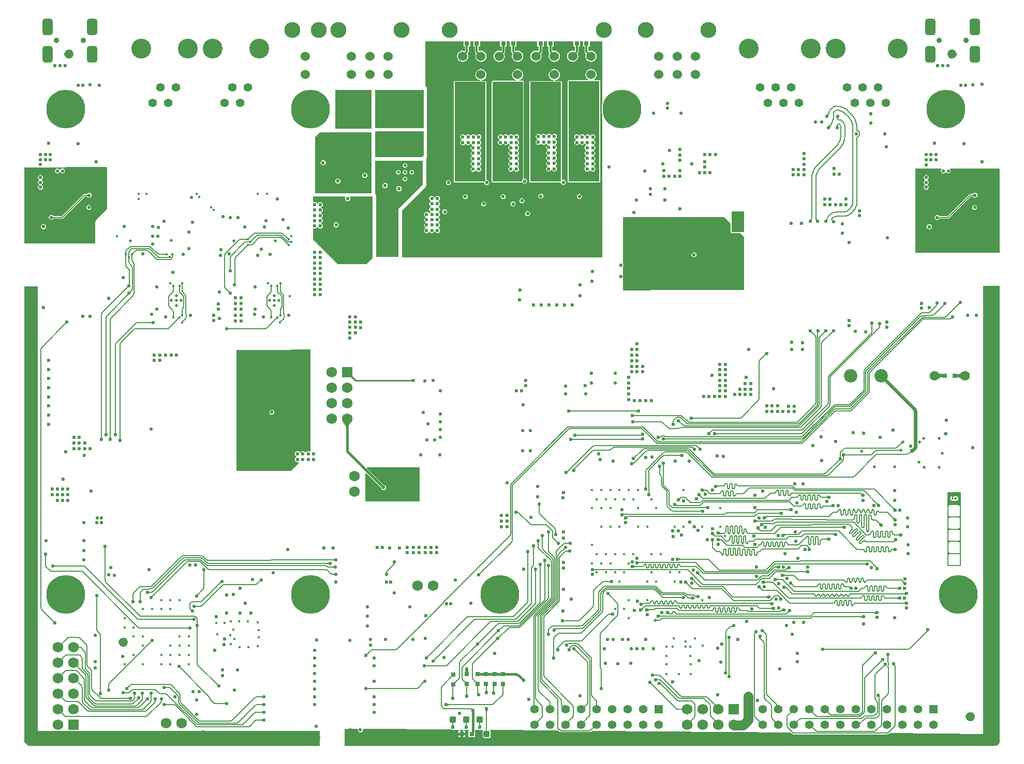
<source format=gbl>
G04*
G04 #@! TF.GenerationSoftware,Altium Limited,Altium Designer,20.0.10 (225)*
G04*
G04 Layer_Physical_Order=6*
G04 Layer_Color=16711680*
%FSLAX25Y25*%
%MOIN*%
G70*
G01*
G75*
%ADD11C,0.02362*%
%ADD12C,0.00591*%
%ADD15C,0.00787*%
%ADD16C,0.01181*%
%ADD17C,0.01000*%
%ADD18C,0.01575*%
%ADD21C,0.01968*%
%ADD22C,0.00600*%
%ADD262C,0.01968*%
%ADD271C,0.01772*%
%ADD272C,0.00598*%
%ADD276C,0.00528*%
%ADD280C,0.00800*%
%ADD283C,0.03937*%
%ADD287R,0.03150X0.03150*%
G04:AMPARAMS|DCode=288|XSize=39.37mil|YSize=39.37mil|CornerRadius=3.94mil|HoleSize=0mil|Usage=FLASHONLY|Rotation=90.000|XOffset=0mil|YOffset=0mil|HoleType=Round|Shape=RoundedRectangle|*
%AMROUNDEDRECTD288*
21,1,0.03937,0.03150,0,0,90.0*
21,1,0.03150,0.03937,0,0,90.0*
1,1,0.00787,0.01575,0.01575*
1,1,0.00787,0.01575,-0.01575*
1,1,0.00787,-0.01575,-0.01575*
1,1,0.00787,-0.01575,0.01575*
%
%ADD288ROUNDEDRECTD288*%
%ADD291R,0.03150X0.03150*%
G04:AMPARAMS|DCode=297|XSize=39.37mil|YSize=39.37mil|CornerRadius=3.94mil|HoleSize=0mil|Usage=FLASHONLY|Rotation=180.000|XOffset=0mil|YOffset=0mil|HoleType=Round|Shape=RoundedRectangle|*
%AMROUNDEDRECTD297*
21,1,0.03937,0.03150,0,0,180.0*
21,1,0.03150,0.03937,0,0,180.0*
1,1,0.00787,-0.01575,0.01575*
1,1,0.00787,0.01575,0.01575*
1,1,0.00787,0.01575,-0.01575*
1,1,0.00787,-0.01575,-0.01575*
%
%ADD297ROUNDEDRECTD297*%
%ADD324C,0.06299*%
%ADD334C,0.03543*%
%ADD336C,0.06890*%
%ADD337R,0.06890X0.06890*%
%ADD338C,0.12795*%
%ADD339C,0.05512*%
%ADD340C,0.06000*%
%ADD341C,0.10276*%
%ADD342R,0.06890X0.06890*%
%ADD343C,0.25000*%
%ADD344C,0.03150*%
%ADD345R,0.05512X0.05512*%
%ADD346C,0.06299*%
%ADD347C,0.08661*%
%ADD348C,0.02165*%
%ADD349C,0.02362*%
%ADD367C,0.00526*%
%ADD368R,0.08090X0.13583*%
G04:AMPARAMS|DCode=369|XSize=106.3mil|YSize=66.93mil|CornerRadius=16.73mil|HoleSize=0mil|Usage=FLASHONLY|Rotation=90.000|XOffset=0mil|YOffset=0mil|HoleType=Round|Shape=RoundedRectangle|*
%AMROUNDEDRECTD369*
21,1,0.10630,0.03347,0,0,90.0*
21,1,0.07284,0.06693,0,0,90.0*
1,1,0.03346,0.01673,0.03642*
1,1,0.03346,0.01673,-0.03642*
1,1,0.03346,-0.01673,-0.03642*
1,1,0.03346,-0.01673,0.03642*
%
%ADD369ROUNDEDRECTD369*%
G36*
X373228Y415017D02*
X372857Y413472D01*
X372696Y411417D01*
X372857Y409363D01*
X373228Y407818D01*
Y315865D01*
X244025Y315865D01*
Y346094D01*
X259349Y361418D01*
X259349Y361419D01*
X259590Y361779D01*
X259675Y362205D01*
X259675Y362205D01*
Y379999D01*
X259897Y380221D01*
X259897Y380221D01*
X260138Y380582D01*
X260222Y381007D01*
X260222Y381007D01*
Y398341D01*
Y425000D01*
X260138Y425425D01*
X259897Y425786D01*
X259536Y426027D01*
X259110Y426112D01*
Y455020D01*
X283744D01*
Y451635D01*
X284798D01*
Y449175D01*
X284320Y448832D01*
X284061Y448939D01*
X283124Y449062D01*
X282186Y448939D01*
X281313Y448577D01*
X280563Y448002D01*
X279987Y447252D01*
X279626Y446378D01*
X279502Y445441D01*
X279626Y444504D01*
X279987Y443630D01*
X280563Y442880D01*
X281313Y442305D01*
X282186Y441943D01*
X283124Y441819D01*
X284061Y441943D01*
X284934Y442305D01*
X285684Y442880D01*
X286260Y443630D01*
X286622Y444504D01*
X286745Y445441D01*
X286622Y446378D01*
X286274Y447217D01*
X286696Y447639D01*
X286696Y447639D01*
X286937Y447999D01*
X287021Y448425D01*
X287021Y448425D01*
Y451635D01*
X288075D01*
Y455020D01*
X290043D01*
Y451635D01*
X291097D01*
Y448485D01*
X291097Y448485D01*
X291181Y448059D01*
X291422Y447698D01*
X291829Y447292D01*
X291798Y447252D01*
X291437Y446378D01*
X291313Y445441D01*
X291437Y444504D01*
X291798Y443630D01*
X292374Y442880D01*
X293124Y442305D01*
X293997Y441943D01*
X294935Y441819D01*
X295872Y441943D01*
X296745Y442305D01*
X297495Y442880D01*
X298071Y443630D01*
X298433Y444504D01*
X298556Y445441D01*
X298433Y446378D01*
X298071Y447252D01*
X297495Y448002D01*
X296745Y448577D01*
X295872Y448939D01*
X294935Y449062D01*
X293997Y448939D01*
X293781Y448849D01*
X293321Y449193D01*
Y451635D01*
X294374D01*
Y455020D01*
X307244D01*
Y451635D01*
X308297D01*
Y449206D01*
X307853Y448869D01*
X307683Y448939D01*
X306746Y449062D01*
X305808Y448939D01*
X304935Y448577D01*
X304185Y448002D01*
X303609Y447252D01*
X303247Y446378D01*
X303124Y445441D01*
X303247Y444504D01*
X303609Y443630D01*
X304185Y442880D01*
X304935Y442305D01*
X305808Y441943D01*
X306746Y441819D01*
X307683Y441943D01*
X308556Y442305D01*
X309307Y442880D01*
X309882Y443630D01*
X310244Y444504D01*
X310367Y445441D01*
X310244Y446378D01*
X309882Y447252D01*
X309799Y447360D01*
X310195Y447756D01*
X310195Y447756D01*
X310436Y448117D01*
X310521Y448542D01*
Y451635D01*
X311574D01*
Y455020D01*
X313543D01*
Y451635D01*
X314596D01*
Y448362D01*
X314596Y448362D01*
X314681Y447937D01*
X314922Y447576D01*
X315369Y447129D01*
X315059Y446378D01*
X314935Y445441D01*
X315059Y444504D01*
X315420Y443630D01*
X315996Y442880D01*
X316746Y442305D01*
X317619Y441943D01*
X318557Y441819D01*
X319494Y441943D01*
X320368Y442305D01*
X321117Y442880D01*
X321693Y443630D01*
X322055Y444504D01*
X322178Y445441D01*
X322055Y446378D01*
X321693Y447252D01*
X321117Y448002D01*
X320368Y448577D01*
X319494Y448939D01*
X318557Y449062D01*
X317619Y448939D01*
X317316Y448814D01*
X316820Y449149D01*
Y451635D01*
X317874D01*
Y455020D01*
X331172D01*
Y451635D01*
X332226D01*
Y449081D01*
X331779Y448743D01*
X331305Y448939D01*
X330368Y449062D01*
X329430Y448939D01*
X328557Y448577D01*
X327807Y448002D01*
X327231Y447252D01*
X326870Y446378D01*
X326746Y445441D01*
X326870Y444504D01*
X327231Y443630D01*
X327807Y442880D01*
X328557Y442305D01*
X329430Y441943D01*
X330368Y441819D01*
X331305Y441943D01*
X332178Y442305D01*
X332928Y442880D01*
X333504Y443630D01*
X333866Y444504D01*
X333989Y445441D01*
X333866Y446378D01*
X333576Y447077D01*
X334124Y447625D01*
X334124Y447625D01*
X334365Y447986D01*
X334450Y448411D01*
Y451635D01*
X335503D01*
Y455020D01*
X337472D01*
Y451635D01*
X338525D01*
Y448542D01*
X338525Y448542D01*
X338610Y448117D01*
X338851Y447756D01*
X339178Y447429D01*
X339042Y447252D01*
X338681Y446378D01*
X338557Y445441D01*
X338681Y444504D01*
X339042Y443630D01*
X339618Y442880D01*
X340368Y442305D01*
X341241Y441943D01*
X342179Y441819D01*
X343116Y441943D01*
X343989Y442305D01*
X344740Y442880D01*
X345315Y443630D01*
X345677Y444504D01*
X345800Y445441D01*
X345677Y446378D01*
X345315Y447252D01*
X344740Y448002D01*
X343989Y448577D01*
X343116Y448939D01*
X342179Y449062D01*
X341241Y448939D01*
X341219Y448930D01*
X340749Y449276D01*
Y451635D01*
X341803D01*
Y455020D01*
X354469D01*
Y451635D01*
X355522D01*
Y449217D01*
X355074Y448878D01*
X354927Y448939D01*
X353990Y449062D01*
X353052Y448939D01*
X352179Y448577D01*
X351429Y448002D01*
X350853Y447252D01*
X350492Y446378D01*
X350368Y445441D01*
X350492Y444504D01*
X350853Y443630D01*
X351429Y442880D01*
X352179Y442305D01*
X353052Y441943D01*
X353990Y441819D01*
X354927Y441943D01*
X355801Y442305D01*
X356551Y442880D01*
X357126Y443630D01*
X357488Y444504D01*
X357611Y445441D01*
X357488Y446378D01*
X357126Y447252D01*
X357035Y447370D01*
X357421Y447756D01*
X357421Y447756D01*
X357662Y448117D01*
X357746Y448542D01*
X357746Y448542D01*
Y451635D01*
X358800D01*
Y455020D01*
X360768D01*
Y451635D01*
X361822D01*
Y448344D01*
X361822Y448344D01*
X361906Y447918D01*
X362147Y447557D01*
X362602Y447102D01*
X362303Y446378D01*
X362179Y445441D01*
X362303Y444504D01*
X362664Y443630D01*
X363240Y442880D01*
X363990Y442305D01*
X364863Y441943D01*
X365801Y441819D01*
X366738Y441943D01*
X367612Y442305D01*
X368362Y442880D01*
X368937Y443630D01*
X369299Y444504D01*
X369422Y445441D01*
X369299Y446378D01*
X368937Y447252D01*
X368362Y448002D01*
X367612Y448577D01*
X366738Y448939D01*
X365801Y449062D01*
X364863Y448939D01*
X364546Y448807D01*
X364046Y449142D01*
Y451635D01*
X365099D01*
Y455020D01*
X373228D01*
Y415017D01*
D02*
G37*
G36*
X518860Y407714D02*
X518808Y407661D01*
X518660Y407493D01*
X518639Y407462D01*
X518623Y407436D01*
X518614Y407414D01*
X518611Y407397D01*
X518614Y407384D01*
X517898Y407909D01*
X517908Y407911D01*
X517926Y407921D01*
X517949Y407938D01*
X517980Y407963D01*
X518112Y408083D01*
X518303Y408271D01*
X518860Y407714D01*
D02*
G37*
G36*
X525134Y405879D02*
X525100Y405858D01*
X525071Y405828D01*
X525045Y405791D01*
X525022Y405745D01*
X525003Y405690D01*
X524987Y405627D01*
X524975Y405556D01*
X524966Y405477D01*
X524960Y405294D01*
X524172D01*
X524171Y405404D01*
X524148Y405676D01*
X524135Y405748D01*
X524119Y405811D01*
X524099Y405865D01*
X524077Y405910D01*
X524052Y405945D01*
X524024Y405971D01*
X525134Y405879D01*
D02*
G37*
G36*
X524961Y400970D02*
X524983Y400697D01*
X524997Y400625D01*
X525013Y400562D01*
X525032Y400508D01*
X525055Y400464D01*
X525080Y400428D01*
X525108Y400402D01*
X523998Y400494D01*
X524031Y400515D01*
X524061Y400545D01*
X524087Y400583D01*
X524110Y400629D01*
X524129Y400683D01*
X524144Y400746D01*
X524157Y400817D01*
X524165Y400896D01*
X524172Y401079D01*
X524960D01*
X524961Y400970D01*
D02*
G37*
G36*
X520273Y400494D02*
X520212Y400408D01*
X520158Y400320D01*
X520111Y400230D01*
X520071Y400140D01*
X520038Y400048D01*
X520012Y399955D01*
X519993Y399861D01*
X519981Y399765D01*
X519976Y399668D01*
X519979Y399570D01*
X518857Y400590D01*
X518960Y400598D01*
X519058Y400614D01*
X519151Y400637D01*
X519241Y400669D01*
X519326Y400709D01*
X519407Y400757D01*
X519484Y400813D01*
X519557Y400877D01*
X519625Y400949D01*
X519689Y401028D01*
X520273Y400494D01*
D02*
G37*
G36*
X257998Y399242D02*
X226830D01*
Y423888D01*
X257998D01*
Y399242D01*
D02*
G37*
G36*
X224606Y398666D02*
X201472D01*
X201112Y399027D01*
Y423819D01*
X224606Y423819D01*
Y398666D01*
D02*
G37*
G36*
X257998Y381516D02*
X257777Y381368D01*
X257536Y381007D01*
X257535Y381005D01*
X256827Y380296D01*
X226830D01*
Y397018D01*
X257998D01*
Y381516D01*
D02*
G37*
G36*
X629105Y372849D02*
Y318700D01*
X574628Y318700D01*
Y373137D01*
X591572Y373158D01*
X591724Y372658D01*
X591631Y372596D01*
X591281Y372072D01*
X591159Y371455D01*
X591281Y370837D01*
X591631Y370314D01*
X592155Y369964D01*
X592772Y369841D01*
X593390Y369964D01*
X593913Y370314D01*
X594064Y370539D01*
X594666D01*
X594816Y370314D01*
X595340Y369964D01*
X595958Y369841D01*
X596575Y369964D01*
X597099Y370314D01*
X597448Y370837D01*
X597571Y371455D01*
X597448Y372072D01*
X597099Y372596D01*
X596996Y372664D01*
X597148Y373164D01*
X628752Y373202D01*
X629105Y372849D01*
D02*
G37*
G36*
X224606Y390256D02*
Y357309D01*
X224511Y357214D01*
X187967D01*
Y393321D01*
X191058Y396411D01*
X224606Y396412D01*
Y390256D01*
D02*
G37*
G36*
X224972Y354990D02*
X225168Y354830D01*
Y315545D01*
X220956Y311333D01*
X202938D01*
X186855Y327417D01*
Y334051D01*
X187355Y334399D01*
X187741Y334323D01*
X188397Y334453D01*
X188953Y334825D01*
X189278Y335310D01*
X189549Y335349D01*
X189821Y335310D01*
X190145Y334825D01*
X190701Y334453D01*
X191357Y334323D01*
X192013Y334453D01*
X192569Y334825D01*
X192941Y335381D01*
X193071Y336037D01*
X192941Y336693D01*
X192569Y337249D01*
X192243Y337466D01*
Y338045D01*
X192569Y338263D01*
X192941Y338819D01*
X193071Y339475D01*
X192941Y340131D01*
X192569Y340687D01*
X192243Y340905D01*
Y341484D01*
X192569Y341702D01*
X192941Y342258D01*
X193071Y342914D01*
X192941Y343569D01*
X192569Y344126D01*
X192243Y344343D01*
Y344922D01*
X192569Y345140D01*
X192941Y345696D01*
X193071Y346352D01*
X192941Y347008D01*
X192569Y347564D01*
X192243Y347782D01*
Y348361D01*
X192569Y348579D01*
X192941Y349135D01*
X193071Y349791D01*
X192941Y350447D01*
X192569Y351003D01*
X192013Y351374D01*
X191357Y351505D01*
X190701Y351374D01*
X190145Y351003D01*
X189821Y350517D01*
X189549Y350478D01*
X189278Y350517D01*
X188953Y351003D01*
X188397Y351374D01*
X187741Y351505D01*
X187355Y351428D01*
X186855Y351776D01*
Y354490D01*
X186855Y354990D01*
X207252D01*
X207519Y354490D01*
X207481Y354433D01*
X207350Y353777D01*
X207481Y353121D01*
X207852Y352565D01*
X208408Y352193D01*
X209064Y352063D01*
X209720Y352193D01*
X210276Y352565D01*
X210648Y353121D01*
X210778Y353777D01*
X210648Y354433D01*
X210609Y354490D01*
X210876Y354990D01*
X224972D01*
X224972Y354990D01*
D02*
G37*
G36*
X511193Y340762D02*
X511234Y340677D01*
X511283Y340600D01*
X511341Y340530D01*
X511407Y340467D01*
X511481Y340413D01*
X511563Y340365D01*
X511653Y340325D01*
X511751Y340293D01*
X511858Y340268D01*
X510597Y339427D01*
X510612Y339515D01*
X510621Y339604D01*
X510624Y339696D01*
X510622Y339791D01*
X510613Y339887D01*
X510599Y339986D01*
X510578Y340087D01*
X510520Y340296D01*
X510481Y340404D01*
X511159Y340855D01*
X511193Y340762D01*
D02*
G37*
G36*
X508181Y340404D02*
X508142Y340296D01*
X508084Y340087D01*
X508063Y339986D01*
X508049Y339887D01*
X508040Y339791D01*
X508038Y339696D01*
X508041Y339604D01*
X508050Y339515D01*
X508065Y339427D01*
X506804Y340268D01*
X506911Y340293D01*
X507009Y340325D01*
X507099Y340365D01*
X507181Y340413D01*
X507255Y340467D01*
X507321Y340530D01*
X507379Y340600D01*
X507428Y340677D01*
X507469Y340762D01*
X507503Y340855D01*
X508181Y340404D01*
D02*
G37*
G36*
X518122Y339672D02*
X518116Y339659D01*
X518112Y339637D01*
X518108Y339606D01*
X518104Y339514D01*
X518105Y339217D01*
X518108Y339120D01*
X517016Y340171D01*
X517111Y340172D01*
X517487Y340201D01*
X517517Y340209D01*
X517538Y340218D01*
X517549Y340229D01*
X518122Y339672D01*
D02*
G37*
G36*
X54057Y373609D02*
Y347026D01*
X48004Y340973D01*
X47135Y339840D01*
X46588Y338522D01*
X46402Y337106D01*
Y324606D01*
X816Y324606D01*
Y373899D01*
X53703Y373962D01*
X54057Y373609D01*
D02*
G37*
G36*
X257288Y378073D02*
X257451Y377938D01*
Y362665D01*
X242127Y347341D01*
X241886Y346981D01*
X241802Y346555D01*
X241802Y346555D01*
Y316171D01*
X227391D01*
Y355856D01*
X227307Y356282D01*
X227066Y356643D01*
X227066Y356643D01*
X226830Y356878D01*
Y378073D01*
X257288D01*
X257288Y378073D01*
D02*
G37*
G36*
X455835Y337866D02*
Y332087D01*
X456022Y331635D01*
X456474Y331447D01*
X462253D01*
X464564Y329136D01*
Y294731D01*
X405512D01*
X404088Y294591D01*
X403947Y294577D01*
X403004Y294291D01*
X386319D01*
Y309538D01*
X386599Y309958D01*
X386730Y310613D01*
X386599Y311269D01*
X386319Y311689D01*
Y341831D01*
X451870D01*
X455835Y337866D01*
D02*
G37*
G36*
X100605Y276063D02*
X100516Y276061D01*
X100430Y276053D01*
X100347Y276039D01*
X100267Y276019D01*
X100191Y275993D01*
X100118Y275961D01*
X100048Y275923D01*
X99981Y275880D01*
X99917Y275830D01*
X99857Y275774D01*
X99439Y276191D01*
X99495Y276252D01*
X99545Y276315D01*
X99589Y276382D01*
X99626Y276452D01*
X99659Y276526D01*
X99684Y276602D01*
X99704Y276682D01*
X99718Y276765D01*
X99726Y276851D01*
X99729Y276940D01*
X100605Y276063D01*
D02*
G37*
G36*
X604463Y237309D02*
X604186Y237579D01*
X603637Y238032D01*
X603366Y238216D01*
X603096Y238372D01*
X602828Y238500D01*
X602561Y238599D01*
X602350Y238656D01*
X602149Y238603D01*
X601976Y238533D01*
X601834Y238448D01*
X601724Y238347D01*
X601645Y238230D01*
X601598Y238099D01*
X601582Y237951D01*
Y241077D01*
X601598Y240930D01*
X601645Y240798D01*
X601724Y240682D01*
X601834Y240581D01*
X601976Y240495D01*
X602149Y240426D01*
X602350Y240372D01*
X602561Y240429D01*
X602828Y240528D01*
X603096Y240656D01*
X603366Y240812D01*
X603637Y240996D01*
X603911Y241209D01*
X604186Y241449D01*
X604463Y241719D01*
Y237309D01*
D02*
G37*
G36*
X589518Y241487D02*
X589764Y241280D01*
X590016Y241096D01*
X590272Y240938D01*
X590533Y240804D01*
X590798Y240694D01*
X591069Y240608D01*
X591272Y240563D01*
X591448Y240591D01*
X591665Y240643D01*
X591842Y240707D01*
X591980Y240782D01*
X592078Y240869D01*
X592137Y240967D01*
X592157Y241077D01*
Y237951D01*
X592137Y238061D01*
X592078Y238160D01*
X591980Y238246D01*
X591842Y238322D01*
X591665Y238385D01*
X591448Y238437D01*
X591272Y238465D01*
X591069Y238420D01*
X590798Y238335D01*
X590533Y238225D01*
X590272Y238090D01*
X590016Y237932D01*
X589764Y237749D01*
X589518Y237541D01*
X589276Y237309D01*
Y241719D01*
X589518Y241487D01*
D02*
G37*
G36*
X211987Y239742D02*
X211959Y239651D01*
Y239545D01*
X211987Y239424D01*
X212044Y239290D01*
X212129Y239142D01*
X212242Y238979D01*
X212383Y238802D01*
X212751Y238406D01*
X212044Y237699D01*
X211839Y237897D01*
X211471Y238208D01*
X211308Y238321D01*
X211160Y238406D01*
X211026Y238463D01*
X210905Y238491D01*
X210799D01*
X210707Y238463D01*
X210630Y238406D01*
X212044Y239820D01*
X211987Y239742D01*
D02*
G37*
G36*
X250786Y235672D02*
X250732Y235721D01*
X250672Y235765D01*
X250604Y235804D01*
X250531Y235837D01*
X250450Y235866D01*
X250363Y235889D01*
X250270Y235907D01*
X250169Y235920D01*
X250063Y235928D01*
X249949Y235930D01*
Y236930D01*
X250063Y236933D01*
X250270Y236953D01*
X250363Y236971D01*
X250450Y236995D01*
X250531Y237023D01*
X250604Y237057D01*
X250672Y237095D01*
X250732Y237139D01*
X250786Y237188D01*
Y235672D01*
D02*
G37*
G36*
X395599Y215890D02*
X395509Y215977D01*
X395419Y216055D01*
X395328Y216124D01*
X395237Y216183D01*
X395146Y216233D01*
X395054Y216275D01*
X394962Y216307D01*
X394869Y216330D01*
X394776Y216343D01*
X394683Y216348D01*
Y216948D01*
X394776Y216953D01*
X394869Y216966D01*
X394962Y216989D01*
X395054Y217021D01*
X395146Y217062D01*
X395237Y217113D01*
X395328Y217172D01*
X395419Y217241D01*
X395509Y217319D01*
X395599Y217406D01*
Y215890D01*
D02*
G37*
G36*
X352233Y217316D02*
X352324Y217238D01*
X352416Y217170D01*
X352508Y217111D01*
X352600Y217061D01*
X352692Y217021D01*
X352785Y216989D01*
X352878Y216966D01*
X352971Y216952D01*
X353064Y216948D01*
X353072Y216348D01*
X352978Y216343D01*
X352885Y216330D01*
X352793Y216306D01*
X352701Y216274D01*
X352609Y216232D01*
X352518Y216182D01*
X352428Y216122D01*
X352339Y216052D01*
X352249Y215974D01*
X352161Y215886D01*
X352141Y217402D01*
X352233Y217316D01*
D02*
G37*
G36*
X210714Y209063D02*
X210194Y208444D01*
X209983Y208141D01*
X209804Y207843D01*
X209658Y207549D01*
X209544Y207260D01*
X209463Y206975D01*
X209415Y206694D01*
X209398Y206418D01*
X207823D01*
X207807Y206694D01*
X207758Y206975D01*
X207677Y207260D01*
X207564Y207549D01*
X207417Y207843D01*
X207239Y208141D01*
X207028Y208444D01*
X206784Y208751D01*
X206508Y209063D01*
X206199Y209379D01*
X211022D01*
X210714Y209063D01*
D02*
G37*
G36*
X185001Y190803D02*
X184606Y190492D01*
X184321Y190683D01*
X183665Y190814D01*
X183009Y190683D01*
X182453Y190312D01*
X182235Y189986D01*
X181656D01*
X181438Y190312D01*
X180882Y190683D01*
X180226Y190814D01*
X179570Y190683D01*
X179014Y190312D01*
X178797Y189986D01*
X178217D01*
X178000Y190312D01*
X177444Y190683D01*
X176788Y190814D01*
X176132Y190683D01*
X175576Y190312D01*
X175204Y189756D01*
X175074Y189100D01*
X175204Y188444D01*
X175576Y187888D01*
X176061Y187563D01*
X176100Y187292D01*
X176061Y187020D01*
X175576Y186696D01*
X175204Y186140D01*
X175074Y185484D01*
X175204Y184828D01*
X175576Y184272D01*
X176132Y183900D01*
X176788Y183770D01*
X177444Y183900D01*
X177449Y183904D01*
X177768Y183516D01*
X172306Y178054D01*
X137461D01*
Y256146D01*
X171949D01*
X173112Y256299D01*
X185001D01*
Y190803D01*
D02*
G37*
G36*
X446729Y168969D02*
X447251Y168723D01*
X447362Y168684D01*
X447465Y168653D01*
X447561Y168631D01*
X447648Y168618D01*
X447728Y168613D01*
X447882Y168086D01*
X447782Y168079D01*
X447684Y168061D01*
X447591Y168030D01*
X447500Y167986D01*
X447414Y167930D01*
X447330Y167861D01*
X447250Y167780D01*
X447174Y167686D01*
X447101Y167580D01*
X447031Y167462D01*
X446579Y169053D01*
X446729Y168969D01*
D02*
G37*
G36*
X255299Y158465D02*
X220376Y158465D01*
X220376Y176583D01*
X220838Y176775D01*
X230632Y166981D01*
X230694Y166666D01*
X231044Y166143D01*
X231568Y165793D01*
X232185Y165670D01*
X232803Y165793D01*
X233326Y166143D01*
X233676Y166666D01*
X233799Y167284D01*
X233676Y167901D01*
X233326Y168425D01*
X232803Y168774D01*
X232488Y168837D01*
X221412Y179913D01*
X221603Y180375D01*
X255299Y180375D01*
X255299Y158465D01*
D02*
G37*
G36*
X438368Y166379D02*
X438582Y166199D01*
X438686Y166126D01*
X438789Y166064D01*
X438890Y166013D01*
X438988Y165974D01*
X439086Y165946D01*
X439181Y165929D01*
X439275Y165923D01*
Y165396D01*
X439181Y165390D01*
X439086Y165373D01*
X438988Y165345D01*
X438890Y165306D01*
X438789Y165255D01*
X438686Y165193D01*
X438582Y165120D01*
X438476Y165035D01*
X438368Y164940D01*
X438259Y164833D01*
Y166486D01*
X438368Y166379D01*
D02*
G37*
G36*
X539922Y163668D02*
X540002Y163612D01*
X540091Y163564D01*
X540189Y163523D01*
X540296Y163489D01*
X540411Y163464D01*
X540535Y163445D01*
X540668Y163434D01*
X540810Y163430D01*
X540961Y163434D01*
X539837Y162221D01*
X539830Y162376D01*
X539797Y162658D01*
X539771Y162785D01*
X539740Y162901D01*
X539702Y163009D01*
X539659Y163107D01*
X539609Y163195D01*
X539554Y163274D01*
X539492Y163343D01*
X539851Y163731D01*
X539922Y163668D01*
D02*
G37*
G36*
X436567Y162660D02*
X436582Y162384D01*
X436601Y162260D01*
X436627Y162145D01*
X436660Y162038D01*
X436701Y161940D01*
X436749Y161851D01*
X436805Y161771D01*
X436868Y161700D01*
X436481Y161342D01*
X436411Y161403D01*
X436333Y161459D01*
X436244Y161508D01*
X436146Y161551D01*
X436039Y161589D01*
X435922Y161620D01*
X435795Y161646D01*
X435659Y161665D01*
X435359Y161686D01*
X436571Y162810D01*
X436567Y162660D01*
D02*
G37*
G36*
X423780Y160417D02*
X423725Y160357D01*
X423672Y160285D01*
X423621Y160201D01*
X423570Y160106D01*
X423521Y159999D01*
X423425Y159751D01*
X423379Y159610D01*
X423291Y159292D01*
X422458Y160721D01*
X422593Y160689D01*
X422721Y160667D01*
X422842Y160657D01*
X422957Y160657D01*
X423065Y160669D01*
X423167Y160691D01*
X423262Y160725D01*
X423351Y160769D01*
X423432Y160825D01*
X423508Y160891D01*
X423780Y160417D01*
D02*
G37*
G36*
X518089Y160489D02*
X518062Y160527D01*
X518028Y160560D01*
X517988Y160590D01*
X517941Y160615D01*
X517887Y160637D01*
X517827Y160654D01*
X517760Y160668D01*
X517687Y160678D01*
X517606Y160684D01*
X517520Y160686D01*
Y161213D01*
X517593Y161216D01*
X517660Y161222D01*
X517721Y161233D01*
X517775Y161249D01*
X517823Y161269D01*
X517864Y161293D01*
X517900Y161322D01*
X517929Y161355D01*
X517951Y161393D01*
X517968Y161435D01*
X518089Y160489D01*
D02*
G37*
G36*
X550192Y157327D02*
X550271Y157272D01*
X550360Y157223D01*
X550458Y157181D01*
X550565Y157145D01*
X550681Y157116D01*
X550807Y157095D01*
X550941Y157079D01*
X551085Y157071D01*
X551238Y157069D01*
X550069Y155900D01*
X550067Y156053D01*
X550043Y156331D01*
X550021Y156457D01*
X549993Y156573D01*
X549957Y156680D01*
X549915Y156778D01*
X549866Y156867D01*
X549811Y156946D01*
X549748Y157017D01*
X550121Y157390D01*
X550192Y157327D01*
D02*
G37*
G36*
X603736Y156904D02*
X604130Y156313D01*
X603342Y155132D01*
X603335Y155282D01*
X603311Y155415D01*
X603272Y155534D01*
X603217Y155636D01*
X603146Y155723D01*
X603059Y155793D01*
X602957Y155849D01*
X602839Y155888D01*
X602705Y155912D01*
X602555Y155919D01*
Y156331D01*
X597043D01*
Y155919D01*
X596894Y155912D01*
X596760Y155888D01*
X596641Y155849D01*
X596539Y155793D01*
X596453Y155723D01*
X596382Y155636D01*
X596327Y155534D01*
X596287Y155415D01*
X596264Y155282D01*
X596256Y155132D01*
X595862Y156313D01*
X595868Y156331D01*
X595862D01*
Y164205D01*
X603736D01*
Y156904D01*
D02*
G37*
G36*
X560642Y154306D02*
X560721Y154251D01*
X560810Y154202D01*
X560908Y154160D01*
X561015Y154124D01*
X561131Y154095D01*
X561257Y154074D01*
X561391Y154058D01*
X561535Y154050D01*
X561688Y154048D01*
X560519Y152879D01*
X560517Y153032D01*
X560493Y153310D01*
X560471Y153436D01*
X560443Y153552D01*
X560407Y153659D01*
X560365Y153757D01*
X560316Y153846D01*
X560261Y153925D01*
X560198Y153996D01*
X560571Y154369D01*
X560642Y154306D01*
D02*
G37*
G36*
X494086Y152115D02*
X493976Y152222D01*
X493763Y152402D01*
X493658Y152475D01*
X493556Y152537D01*
X493455Y152588D01*
X493356Y152627D01*
X493259Y152655D01*
X493163Y152672D01*
X493070Y152678D01*
Y153205D01*
X493163Y153211D01*
X493259Y153228D01*
X493356Y153256D01*
X493455Y153296D01*
X493556Y153346D01*
X493658Y153408D01*
X493763Y153481D01*
X493869Y153566D01*
X493976Y153661D01*
X494086Y153768D01*
Y152115D01*
D02*
G37*
G36*
X386641Y150671D02*
X386889Y150510D01*
X387006Y150445D01*
X387225Y150344D01*
X387327Y150309D01*
X387424Y150284D01*
X387517Y150269D01*
X387604Y150264D01*
X387687Y149736D01*
X387589Y149730D01*
X387492Y149712D01*
X387396Y149682D01*
X387301Y149639D01*
X387208Y149585D01*
X387116Y149519D01*
X387025Y149440D01*
X386935Y149349D01*
X386846Y149247D01*
X386758Y149132D01*
X386510Y150767D01*
X386641Y150671D01*
D02*
G37*
G36*
X479081Y148463D02*
X479006Y148385D01*
X478880Y148233D01*
X478829Y148159D01*
X478785Y148086D01*
X478749Y148014D01*
X478720Y147943D01*
X478699Y147873D01*
X478686Y147804D01*
X478681Y147736D01*
X478163Y148744D01*
X478217Y148712D01*
X478271Y148689D01*
X478326Y148676D01*
X478380Y148671D01*
X478434Y148676D01*
X478489Y148689D01*
X478543Y148712D01*
X478598Y148744D01*
X478653Y148786D01*
X478708Y148836D01*
X479081Y148463D01*
D02*
G37*
G36*
X604130Y148413D02*
X603342Y147232D01*
X603335Y147382D01*
X603311Y147515D01*
X603272Y147634D01*
X603217Y147736D01*
X603146Y147823D01*
X603059Y147894D01*
X602957Y147949D01*
X602839Y147988D01*
X602705Y148012D01*
X602555Y148019D01*
Y148807D01*
X602705Y148815D01*
X602839Y148838D01*
X602957Y148878D01*
X603059Y148933D01*
X603146Y149004D01*
X603217Y149090D01*
X603272Y149193D01*
X603311Y149311D01*
X603335Y149445D01*
X603342Y149594D01*
X604130Y148413D01*
D02*
G37*
G36*
X596264Y149445D02*
X596287Y149311D01*
X596327Y149193D01*
X596382Y149090D01*
X596453Y149004D01*
X596539Y148933D01*
X596642Y148878D01*
X596760Y148838D01*
X596894Y148815D01*
X597043Y148807D01*
Y148019D01*
X596894Y148012D01*
X596760Y147988D01*
X596642Y147949D01*
X596539Y147894D01*
X596453Y147823D01*
X596382Y147736D01*
X596327Y147634D01*
X596287Y147515D01*
X596264Y147382D01*
X596256Y147232D01*
X595469Y147626D01*
Y148413D01*
X596256Y149594D01*
X596264Y149445D01*
D02*
G37*
G36*
X560699Y147877D02*
X560779Y147821D01*
X560868Y147773D01*
X560966Y147732D01*
X561072Y147699D01*
X561188Y147673D01*
X561312Y147655D01*
X561445Y147645D01*
X561586Y147642D01*
X561737Y147646D01*
X560620Y146428D01*
X560611Y146583D01*
X560577Y146865D01*
X560551Y146992D01*
X560519Y147109D01*
X560481Y147216D01*
X560438Y147314D01*
X560388Y147402D01*
X560333Y147481D01*
X560271Y147550D01*
X560628Y147940D01*
X560699Y147877D01*
D02*
G37*
G36*
X472527Y146487D02*
X472741Y146307D01*
X472845Y146233D01*
X472948Y146171D01*
X473049Y146121D01*
X473148Y146081D01*
X473245Y146053D01*
X473341Y146036D01*
X473434Y146031D01*
Y145503D01*
X473341Y145498D01*
X473245Y145481D01*
X473148Y145452D01*
X473049Y145413D01*
X472948Y145362D01*
X472845Y145300D01*
X472741Y145227D01*
X472635Y145143D01*
X472527Y145047D01*
X472418Y144940D01*
Y146594D01*
X472527Y146487D01*
D02*
G37*
G36*
X476617Y144278D02*
X476647Y144259D01*
X476685Y144242D01*
X476730Y144227D01*
X476782Y144214D01*
X476842Y144204D01*
X476986Y144191D01*
X477069Y144187D01*
X477160Y144186D01*
Y143658D01*
X477103Y143657D01*
X477052Y143652D01*
X477007Y143644D01*
X476968Y143633D01*
X476934Y143618D01*
X476907Y143600D01*
X476885Y143579D01*
X476869Y143555D01*
X476858Y143528D01*
X476854Y143497D01*
X476595Y144300D01*
X476617Y144278D01*
D02*
G37*
G36*
X551582Y144648D02*
X551662Y144592D01*
X551751Y144544D01*
X551848Y144501D01*
X551956Y144466D01*
X552072Y144437D01*
X552197Y144415D01*
X552332Y144400D01*
X552476Y144392D01*
X552629Y144390D01*
X551460Y143220D01*
X551458Y143374D01*
X551434Y143652D01*
X551412Y143778D01*
X551383Y143894D01*
X551348Y144001D01*
X551306Y144099D01*
X551257Y144187D01*
X551201Y144267D01*
X551139Y144337D01*
X551512Y144710D01*
X551582Y144648D01*
D02*
G37*
G36*
X528153Y141001D02*
X528043Y141108D01*
X527829Y141288D01*
X527725Y141362D01*
X527622Y141424D01*
X527522Y141474D01*
X527423Y141514D01*
X527325Y141542D01*
X527230Y141559D01*
X527136Y141564D01*
Y142092D01*
X527230Y142097D01*
X527325Y142114D01*
X527423Y142142D01*
X527522Y142182D01*
X527622Y142233D01*
X527725Y142295D01*
X527829Y142368D01*
X527935Y142452D01*
X528043Y142548D01*
X528153Y142655D01*
Y141001D01*
D02*
G37*
G36*
X474512Y141032D02*
X474491Y140903D01*
X474482Y140781D01*
X474483Y140665D01*
X474496Y140557D01*
X474519Y140455D01*
X474553Y140359D01*
X474597Y140271D01*
X474653Y140189D01*
X474719Y140114D01*
X474250Y139837D01*
X474189Y139892D01*
X474116Y139945D01*
X474032Y139997D01*
X473937Y140047D01*
X473830Y140096D01*
X473582Y140190D01*
X473440Y140234D01*
X473124Y140319D01*
X474543Y141168D01*
X474512Y141032D01*
D02*
G37*
G36*
X604130Y140583D02*
X603342Y139402D01*
X603335Y139552D01*
X603311Y139686D01*
X603272Y139804D01*
X603217Y139906D01*
X603146Y139993D01*
X603059Y140064D01*
X602957Y140119D01*
X602839Y140158D01*
X602705Y140182D01*
X602555Y140190D01*
Y140977D01*
X602705Y140985D01*
X602839Y141008D01*
X602957Y141048D01*
X603059Y141103D01*
X603146Y141174D01*
X603217Y141260D01*
X603272Y141363D01*
X603311Y141481D01*
X603335Y141615D01*
X603342Y141764D01*
X604130Y140583D01*
D02*
G37*
G36*
X596264Y141615D02*
X596287Y141481D01*
X596327Y141363D01*
X596382Y141260D01*
X596453Y141174D01*
X596539Y141103D01*
X596642Y141048D01*
X596760Y141008D01*
X596894Y140985D01*
X597043Y140977D01*
Y140190D01*
X596894Y140182D01*
X596760Y140158D01*
X596642Y140119D01*
X596539Y140064D01*
X596453Y139993D01*
X596382Y139906D01*
X596327Y139804D01*
X596287Y139686D01*
X596264Y139552D01*
X596256Y139402D01*
X595862Y140583D01*
X596256Y141764D01*
X596264Y141615D01*
D02*
G37*
G36*
X448917Y138624D02*
X449003Y138520D01*
X449090Y138429D01*
X449179Y138350D01*
X449270Y138283D01*
X449362Y138228D01*
X449456Y138185D01*
X449551Y138154D01*
X449648Y138136D01*
X449747Y138130D01*
X449651Y137604D01*
X449565Y137599D01*
X449473Y137584D01*
X449376Y137559D01*
X449273Y137525D01*
X449166Y137481D01*
X449052Y137427D01*
X448809Y137289D01*
X448680Y137205D01*
X448545Y137112D01*
X448833Y138740D01*
X448917Y138624D01*
D02*
G37*
G36*
X522367Y136744D02*
X522352Y136802D01*
X522331Y136854D01*
X522303Y136900D01*
X522269Y136940D01*
X522228Y136974D01*
X522180Y137001D01*
X522126Y137022D01*
X522066Y137038D01*
X521999Y137047D01*
X521925Y137050D01*
Y137578D01*
X522031Y137580D01*
X522224Y137598D01*
X522310Y137613D01*
X522390Y137634D01*
X522464Y137658D01*
X522532Y137687D01*
X522593Y137721D01*
X522647Y137759D01*
X522696Y137801D01*
X522367Y136744D01*
D02*
G37*
G36*
X445175Y137588D02*
X445199Y137309D01*
X445221Y137184D01*
X445250Y137068D01*
X445285Y136960D01*
X445327Y136863D01*
X445376Y136774D01*
X445432Y136694D01*
X445494Y136624D01*
X445121Y136251D01*
X445051Y136313D01*
X444971Y136369D01*
X444882Y136418D01*
X444784Y136460D01*
X444677Y136495D01*
X444561Y136524D01*
X444436Y136546D01*
X444301Y136561D01*
X444157Y136570D01*
X444004Y136572D01*
X445173Y137741D01*
X445175Y137588D01*
D02*
G37*
G36*
X490110Y137482D02*
X490702Y137325D01*
X490835Y137299D01*
X491083Y137265D01*
X491199Y137257D01*
X491308Y137254D01*
X491416Y136726D01*
X491312Y136720D01*
X491215Y136702D01*
X491125Y136670D01*
X491044Y136627D01*
X490969Y136571D01*
X490902Y136502D01*
X490842Y136421D01*
X490789Y136328D01*
X490744Y136222D01*
X490706Y136104D01*
X489947Y137536D01*
X490110Y137482D01*
D02*
G37*
G36*
X564677Y136040D02*
X564567Y136147D01*
X564354Y136327D01*
X564249Y136400D01*
X564147Y136462D01*
X564046Y136513D01*
X563947Y136553D01*
X563850Y136581D01*
X563754Y136598D01*
X563660Y136603D01*
Y137131D01*
X563754Y137136D01*
X563850Y137153D01*
X563947Y137181D01*
X564046Y137221D01*
X564147Y137271D01*
X564249Y137333D01*
X564354Y137407D01*
X564460Y137491D01*
X564567Y137587D01*
X564677Y137694D01*
Y136040D01*
D02*
G37*
G36*
X518137Y133407D02*
X518053Y133501D01*
X517967Y133586D01*
X517878Y133660D01*
X517788Y133724D01*
X517696Y133779D01*
X517603Y133824D01*
X517507Y133859D01*
X517409Y133883D01*
X517310Y133898D01*
X517209Y133903D01*
Y134431D01*
X517310Y134436D01*
X517409Y134451D01*
X517507Y134475D01*
X517603Y134510D01*
X517696Y134555D01*
X517788Y134609D01*
X517878Y134674D01*
X517967Y134748D01*
X518053Y134833D01*
X518137Y134927D01*
Y133407D01*
D02*
G37*
G36*
X448774Y134361D02*
X448856Y134256D01*
X448941Y134164D01*
X449027Y134084D01*
X449115Y134017D01*
X449206Y133961D01*
X449298Y133918D01*
X449393Y133888D01*
X449490Y133869D01*
X449589Y133863D01*
X449476Y133335D01*
X449392Y133331D01*
X449301Y133316D01*
X449204Y133293D01*
X449102Y133259D01*
X448993Y133216D01*
X448878Y133164D01*
X448629Y133030D01*
X448496Y132949D01*
X448357Y132859D01*
X448695Y134478D01*
X448774Y134361D01*
D02*
G37*
G36*
X562160Y132661D02*
X562009Y132665D01*
X561734Y132650D01*
X561609Y132631D01*
X561494Y132605D01*
X561387Y132572D01*
X561290Y132531D01*
X561201Y132483D01*
X561121Y132427D01*
X561049Y132364D01*
X560691Y132752D01*
X560752Y132821D01*
X560808Y132899D01*
X560857Y132988D01*
X560901Y133086D01*
X560938Y133193D01*
X560969Y133310D01*
X560995Y133437D01*
X561015Y133573D01*
X561035Y133873D01*
X562160Y132661D01*
D02*
G37*
G36*
X444712Y132888D02*
X444532Y132674D01*
X444459Y132570D01*
X444397Y132467D01*
X444346Y132367D01*
X444307Y132267D01*
X444279Y132170D01*
X444262Y132075D01*
X444256Y131981D01*
X443728D01*
X443723Y132075D01*
X443706Y132170D01*
X443678Y132267D01*
X443638Y132367D01*
X443588Y132467D01*
X443526Y132570D01*
X443453Y132674D01*
X443368Y132780D01*
X443272Y132888D01*
X443165Y132997D01*
X444819D01*
X444712Y132888D01*
D02*
G37*
G36*
X604130Y132613D02*
X603342Y131432D01*
X603335Y131582D01*
X603311Y131716D01*
X603272Y131834D01*
X603217Y131936D01*
X603146Y132023D01*
X603059Y132094D01*
X602957Y132149D01*
X602839Y132188D01*
X602705Y132212D01*
X602555Y132219D01*
Y133007D01*
X602705Y133015D01*
X602839Y133038D01*
X602957Y133078D01*
X603059Y133133D01*
X603146Y133204D01*
X603217Y133290D01*
X603272Y133393D01*
X603311Y133511D01*
X603335Y133645D01*
X603342Y133794D01*
X604130Y132613D01*
D02*
G37*
G36*
X596264Y133645D02*
X596287Y133511D01*
X596327Y133393D01*
X596382Y133290D01*
X596453Y133204D01*
X596539Y133133D01*
X596641Y133078D01*
X596760Y133038D01*
X596894Y133015D01*
X597043Y133007D01*
X597043Y132219D01*
X596894Y132212D01*
X596760Y132188D01*
X596641Y132149D01*
X596539Y132094D01*
X596453Y132023D01*
X596382Y131936D01*
X596327Y131834D01*
X596287Y131716D01*
X596264Y131582D01*
X596256Y131432D01*
X595862Y132613D01*
X596256Y133794D01*
X596264Y133645D01*
D02*
G37*
G36*
X505948Y129092D02*
X506108Y128963D01*
X506188Y128909D01*
X506268Y128863D01*
X506348Y128825D01*
X506428Y128794D01*
X506508Y128770D01*
X506588Y128754D01*
X506668Y128746D01*
X505591Y128180D01*
X505625Y128245D01*
X505650Y128308D01*
X505665Y128371D01*
X505670Y128434D01*
X505665Y128496D01*
X505651Y128557D01*
X505627Y128617D01*
X505593Y128677D01*
X505549Y128736D01*
X505496Y128795D01*
X505869Y129168D01*
X505948Y129092D01*
D02*
G37*
G36*
X596264Y125845D02*
X596287Y125711D01*
X596327Y125593D01*
X596382Y125490D01*
X596453Y125404D01*
X596539Y125333D01*
X596641Y125278D01*
X596760Y125238D01*
X596894Y125215D01*
X597043Y125207D01*
X597043Y124419D01*
X596894Y124412D01*
X596760Y124388D01*
X596641Y124349D01*
X596539Y124293D01*
X596453Y124223D01*
X596382Y124136D01*
X596327Y124034D01*
X596287Y123916D01*
X596264Y123782D01*
X596256Y123632D01*
X595862Y124813D01*
X596256Y125994D01*
X596264Y125845D01*
D02*
G37*
G36*
X422498Y121962D02*
X422712Y121782D01*
X422816Y121709D01*
X422919Y121647D01*
X423020Y121596D01*
X423118Y121557D01*
X423216Y121529D01*
X423311Y121512D01*
X423405Y121506D01*
Y120978D01*
X423311Y120973D01*
X423216Y120956D01*
X423118Y120928D01*
X423020Y120888D01*
X422919Y120838D01*
X422816Y120776D01*
X422712Y120703D01*
X422606Y120618D01*
X422498Y120522D01*
X422389Y120416D01*
Y122069D01*
X422498Y121962D01*
D02*
G37*
G36*
X396528Y119339D02*
X396565Y119313D01*
X396609Y119290D01*
X396661Y119270D01*
X396720Y119253D01*
X396787Y119239D01*
X396861Y119229D01*
X397031Y119216D01*
X397127Y119215D01*
Y118687D01*
X397064Y118685D01*
X397007Y118679D01*
X396957Y118668D01*
X396912Y118654D01*
X396874Y118635D01*
X396842Y118612D01*
X396816Y118585D01*
X396796Y118553D01*
X396782Y118517D01*
X396775Y118477D01*
X396498Y119368D01*
X396528Y119339D01*
D02*
G37*
G36*
X542956Y117240D02*
X542847Y117347D01*
X542633Y117527D01*
X542529Y117601D01*
X542426Y117662D01*
X542326Y117713D01*
X542227Y117753D01*
X542129Y117781D01*
X542034Y117798D01*
X541940Y117803D01*
Y118331D01*
X542034Y118336D01*
X542129Y118353D01*
X542227Y118381D01*
X542326Y118421D01*
X542426Y118472D01*
X542529Y118533D01*
X542633Y118607D01*
X542739Y118691D01*
X542847Y118787D01*
X542956Y118894D01*
Y117240D01*
D02*
G37*
G36*
X549461Y116479D02*
X549616Y116352D01*
X549693Y116299D01*
X549769Y116255D01*
X549845Y116218D01*
X549920Y116189D01*
X549994Y116168D01*
X550067Y116154D01*
X550140Y116147D01*
X549105Y115603D01*
X549138Y115662D01*
X549161Y115721D01*
X549176Y115779D01*
X549180Y115837D01*
X549175Y115895D01*
X549161Y115952D01*
X549137Y116010D01*
X549104Y116067D01*
X549062Y116124D01*
X549010Y116181D01*
X549383Y116553D01*
X549461Y116479D01*
D02*
G37*
G36*
X393553Y117149D02*
X393767Y116969D01*
X393871Y116896D01*
X393973Y116834D01*
X394074Y116783D01*
X394173Y116744D01*
X394271Y116716D01*
X394366Y116699D01*
X394460Y116693D01*
Y116166D01*
X394366Y116160D01*
X394271Y116143D01*
X394173Y116115D01*
X394074Y116076D01*
X393973Y116025D01*
X393871Y115963D01*
X393767Y115890D01*
X393661Y115806D01*
X393553Y115710D01*
X393443Y115603D01*
Y117256D01*
X393553Y117149D01*
D02*
G37*
G36*
X485969Y115295D02*
X485859Y115401D01*
X485646Y115582D01*
X485541Y115655D01*
X485439Y115717D01*
X485338Y115768D01*
X485239Y115807D01*
X485142Y115835D01*
X485046Y115852D01*
X484952Y115858D01*
Y116385D01*
X485046Y116391D01*
X485142Y116408D01*
X485239Y116436D01*
X485338Y116475D01*
X485439Y116526D01*
X485541Y116588D01*
X485646Y116661D01*
X485752Y116745D01*
X485859Y116841D01*
X485969Y116948D01*
Y115295D01*
D02*
G37*
G36*
X493073Y114741D02*
X492932Y114764D01*
X492799Y114778D01*
X492673Y114781D01*
X492554Y114775D01*
X492443Y114759D01*
X492340Y114733D01*
X492243Y114697D01*
X492154Y114651D01*
X492073Y114596D01*
X491999Y114530D01*
X491697Y114974D01*
X491754Y115039D01*
X491808Y115113D01*
X491860Y115199D01*
X491908Y115296D01*
X491953Y115403D01*
X491996Y115522D01*
X492072Y115791D01*
X492106Y115942D01*
X492137Y116104D01*
X493073Y114741D01*
D02*
G37*
G36*
X435629Y112315D02*
X435653Y112037D01*
X435675Y111911D01*
X435703Y111795D01*
X435739Y111688D01*
X435781Y111590D01*
X435830Y111501D01*
X435885Y111422D01*
X435948Y111351D01*
X435575Y110978D01*
X435504Y111040D01*
X435425Y111096D01*
X435336Y111145D01*
X435238Y111187D01*
X435131Y111223D01*
X435015Y111251D01*
X434889Y111273D01*
X434755Y111288D01*
X434611Y111297D01*
X434458Y111299D01*
X435627Y112468D01*
X435629Y112315D01*
D02*
G37*
G36*
X490153Y111520D02*
X490367Y111340D01*
X490471Y111267D01*
X490574Y111205D01*
X490674Y111154D01*
X490773Y111115D01*
X490871Y111086D01*
X490966Y111069D01*
X491060Y111064D01*
Y110536D01*
X490966Y110531D01*
X490871Y110514D01*
X490773Y110485D01*
X490674Y110446D01*
X490574Y110396D01*
X490471Y110334D01*
X490367Y110260D01*
X490261Y110176D01*
X490153Y110080D01*
X490043Y109973D01*
Y111627D01*
X490153Y111520D01*
D02*
G37*
G36*
X431807Y108673D02*
X431831Y108395D01*
X431853Y108269D01*
X431882Y108153D01*
X431917Y108046D01*
X431959Y107948D01*
X432008Y107859D01*
X432064Y107780D01*
X432126Y107709D01*
X431753Y107336D01*
X431683Y107399D01*
X431603Y107454D01*
X431515Y107503D01*
X431417Y107545D01*
X431310Y107581D01*
X431193Y107609D01*
X431068Y107631D01*
X430933Y107647D01*
X430789Y107655D01*
X430636Y107657D01*
X431805Y108826D01*
X431807Y108673D01*
D02*
G37*
G36*
X485452Y108820D02*
X485666Y108640D01*
X485770Y108566D01*
X485873Y108504D01*
X485973Y108454D01*
X486072Y108414D01*
X486170Y108386D01*
X486265Y108369D01*
X486359Y108364D01*
Y107836D01*
X486265Y107831D01*
X486170Y107814D01*
X486072Y107785D01*
X485973Y107746D01*
X485873Y107695D01*
X485770Y107633D01*
X485666Y107560D01*
X485560Y107476D01*
X485452Y107380D01*
X485343Y107273D01*
Y108927D01*
X485452Y108820D01*
D02*
G37*
G36*
X477640Y107087D02*
X477854Y106907D01*
X477958Y106833D01*
X478061Y106772D01*
X478162Y106721D01*
X478261Y106681D01*
X478358Y106653D01*
X478453Y106636D01*
X478547Y106631D01*
Y106103D01*
X478453Y106097D01*
X478358Y106081D01*
X478261Y106052D01*
X478162Y106013D01*
X478061Y105962D01*
X477958Y105901D01*
X477854Y105827D01*
X477748Y105743D01*
X477640Y105647D01*
X477531Y105540D01*
Y107194D01*
X477640Y107087D01*
D02*
G37*
G36*
X566942Y106789D02*
X567021Y106733D01*
X567110Y106685D01*
X567208Y106642D01*
X567315Y106607D01*
X567431Y106578D01*
X567557Y106556D01*
X567691Y106541D01*
X567835Y106532D01*
X567988Y106531D01*
X566819Y105361D01*
X566817Y105515D01*
X566793Y105793D01*
X566771Y105919D01*
X566743Y106035D01*
X566707Y106142D01*
X566665Y106240D01*
X566616Y106328D01*
X566561Y106408D01*
X566498Y106478D01*
X566871Y106851D01*
X566942Y106789D01*
D02*
G37*
G36*
X428099Y106202D02*
X428122Y105923D01*
X428144Y105798D01*
X428173Y105682D01*
X428208Y105575D01*
X428251Y105477D01*
X428300Y105388D01*
X428355Y105309D01*
X428417Y105238D01*
X428044Y104865D01*
X427974Y104928D01*
X427895Y104983D01*
X427806Y105032D01*
X427708Y105074D01*
X427601Y105110D01*
X427485Y105138D01*
X427359Y105160D01*
X427224Y105176D01*
X427081Y105184D01*
X426928Y105186D01*
X428097Y106355D01*
X428099Y106202D01*
D02*
G37*
G36*
X495471Y105696D02*
X495495Y105418D01*
X495517Y105292D01*
X495545Y105176D01*
X495581Y105069D01*
X495623Y104971D01*
X495672Y104882D01*
X495727Y104803D01*
X495790Y104733D01*
X495417Y104359D01*
X495346Y104422D01*
X495267Y104477D01*
X495178Y104526D01*
X495080Y104569D01*
X494973Y104604D01*
X494857Y104633D01*
X494732Y104655D01*
X494597Y104670D01*
X494453Y104678D01*
X494300Y104680D01*
X495469Y105849D01*
X495471Y105696D01*
D02*
G37*
G36*
X491217Y103363D02*
X491253Y103287D01*
X491296Y103220D01*
X491344Y103163D01*
X491399Y103113D01*
X491459Y103074D01*
X491526Y103042D01*
X491598Y103020D01*
X491677Y103007D01*
X491762Y103002D01*
Y102475D01*
X491648Y102471D01*
X491538Y102462D01*
X491431Y102446D01*
X491327Y102424D01*
X491227Y102396D01*
X491129Y102361D01*
X491035Y102320D01*
X490944Y102273D01*
X490857Y102219D01*
X490772Y102160D01*
X491186Y103447D01*
X491217Y103363D01*
D02*
G37*
G36*
X532280Y103544D02*
X532362Y103489D01*
X532450Y103445D01*
X532544Y103412D01*
X532645Y103392D01*
X532751Y103383D01*
X532864Y103385D01*
X532982Y103400D01*
X533107Y103425D01*
X533238Y103463D01*
X532469Y101999D01*
X532417Y102165D01*
X532210Y102708D01*
X532159Y102814D01*
X532055Y102990D01*
X532003Y103060D01*
X531951Y103118D01*
X532204Y103611D01*
X532280Y103544D01*
D02*
G37*
G36*
X475398Y103093D02*
X475421Y102814D01*
X475444Y102689D01*
X475472Y102573D01*
X475508Y102466D01*
X475550Y102368D01*
X475599Y102279D01*
X475654Y102200D01*
X475717Y102129D01*
X475344Y101756D01*
X475273Y101819D01*
X475194Y101874D01*
X475105Y101923D01*
X475007Y101965D01*
X474900Y102001D01*
X474784Y102029D01*
X474658Y102051D01*
X474524Y102067D01*
X474380Y102075D01*
X474227Y102077D01*
X475396Y103246D01*
X475398Y103093D01*
D02*
G37*
G36*
X563980Y101508D02*
X563870Y101615D01*
X563656Y101795D01*
X563552Y101869D01*
X563450Y101930D01*
X563349Y101981D01*
X563250Y102021D01*
X563153Y102049D01*
X563057Y102066D01*
X562963Y102071D01*
Y102599D01*
X563057Y102604D01*
X563153Y102621D01*
X563250Y102649D01*
X563349Y102689D01*
X563450Y102740D01*
X563552Y102802D01*
X563656Y102875D01*
X563762Y102959D01*
X563870Y103055D01*
X563980Y103162D01*
Y101508D01*
D02*
G37*
G36*
X568478Y98132D02*
X568349Y98229D01*
X568103Y98392D01*
X567988Y98458D01*
X567877Y98514D01*
X567770Y98559D01*
X567668Y98595D01*
X567571Y98621D01*
X567478Y98636D01*
X567390Y98641D01*
X567315Y99168D01*
X567412Y99174D01*
X567509Y99193D01*
X567605Y99223D01*
X567700Y99265D01*
X567794Y99319D01*
X567887Y99385D01*
X567979Y99463D01*
X568071Y99554D01*
X568161Y99656D01*
X568251Y99770D01*
X568478Y98132D01*
D02*
G37*
G36*
X479557Y95873D02*
X479447Y95980D01*
X479233Y96160D01*
X479129Y96233D01*
X479027Y96295D01*
X478926Y96346D01*
X478827Y96386D01*
X478729Y96414D01*
X478634Y96431D01*
X478540Y96436D01*
Y96964D01*
X478634Y96969D01*
X478729Y96986D01*
X478827Y97014D01*
X478926Y97054D01*
X479027Y97105D01*
X479129Y97167D01*
X479233Y97240D01*
X479339Y97324D01*
X479447Y97420D01*
X479557Y97527D01*
Y95873D01*
D02*
G37*
G36*
X487309Y96864D02*
X487379Y96812D01*
X487461Y96760D01*
X487555Y96708D01*
X487779Y96605D01*
X487909Y96553D01*
X488370Y96398D01*
X486906Y95629D01*
X486944Y95760D01*
X486970Y95885D01*
X486984Y96003D01*
X486986Y96116D01*
X486977Y96222D01*
X486957Y96323D01*
X486924Y96417D01*
X486881Y96505D01*
X486825Y96587D01*
X486758Y96663D01*
X487251Y96916D01*
X487309Y96864D01*
D02*
G37*
G36*
X564048Y95219D02*
X563938Y95326D01*
X563725Y95506D01*
X563620Y95579D01*
X563518Y95641D01*
X563417Y95692D01*
X563318Y95731D01*
X563221Y95759D01*
X563125Y95776D01*
X563031Y95782D01*
Y96309D01*
X563125Y96315D01*
X563221Y96332D01*
X563318Y96360D01*
X563417Y96399D01*
X563518Y96450D01*
X563620Y96512D01*
X563725Y96585D01*
X563831Y96670D01*
X563938Y96765D01*
X564048Y96872D01*
Y95219D01*
D02*
G37*
G36*
X398997Y92706D02*
X399012Y92701D01*
X399035Y92696D01*
X399065Y92693D01*
X399148Y92687D01*
X399403Y92682D01*
Y92154D01*
X399361Y92154D01*
X399260Y92145D01*
X399236Y92140D01*
X399216Y92134D01*
X399200Y92127D01*
X399189Y92118D01*
X399183Y92108D01*
X399181Y92098D01*
X398990Y92712D01*
X398997Y92706D01*
D02*
G37*
G36*
X568357Y92069D02*
X568247Y92176D01*
X568033Y92356D01*
X567929Y92430D01*
X567827Y92491D01*
X567726Y92542D01*
X567627Y92581D01*
X567529Y92610D01*
X567434Y92627D01*
X567340Y92632D01*
Y93160D01*
X567434Y93165D01*
X567529Y93182D01*
X567627Y93210D01*
X567726Y93250D01*
X567827Y93300D01*
X567929Y93362D01*
X568033Y93436D01*
X568139Y93520D01*
X568247Y93616D01*
X568357Y93723D01*
Y92069D01*
D02*
G37*
G36*
X481224Y91815D02*
X481158Y91934D01*
X481088Y92040D01*
X481014Y92134D01*
X480937Y92215D01*
X480855Y92284D01*
X480769Y92340D01*
X480680Y92384D01*
X480587Y92416D01*
X480490Y92434D01*
X480389Y92441D01*
X480558Y92968D01*
X480636Y92972D01*
X480722Y92985D01*
X480817Y93006D01*
X480920Y93036D01*
X481151Y93121D01*
X481280Y93177D01*
X481716Y93393D01*
X481224Y91815D01*
D02*
G37*
G36*
X482523Y88642D02*
X482413Y88749D01*
X482199Y88929D01*
X482095Y89002D01*
X481993Y89064D01*
X481892Y89115D01*
X481793Y89154D01*
X481696Y89182D01*
X481600Y89199D01*
X481506Y89205D01*
Y89732D01*
X481600Y89738D01*
X481696Y89755D01*
X481793Y89783D01*
X481892Y89822D01*
X481993Y89873D01*
X482095Y89935D01*
X482199Y90008D01*
X482305Y90093D01*
X482413Y90188D01*
X482523Y90295D01*
Y88642D01*
D02*
G37*
G36*
X399425Y89387D02*
X399363Y89316D01*
X399307Y89237D01*
X399258Y89148D01*
X399216Y89050D01*
X399181Y88943D01*
X399152Y88827D01*
X399130Y88701D01*
X399114Y88567D01*
X399106Y88423D01*
X399104Y88270D01*
X397935Y89439D01*
X398088Y89441D01*
X398367Y89464D01*
X398492Y89486D01*
X398608Y89515D01*
X398715Y89551D01*
X398813Y89593D01*
X398902Y89642D01*
X398981Y89697D01*
X399052Y89760D01*
X399425Y89387D01*
D02*
G37*
G36*
X402574Y89217D02*
X403104Y88979D01*
X403216Y88941D01*
X403413Y88890D01*
X403500Y88877D01*
X403577Y88873D01*
X403747Y88345D01*
X403646Y88339D01*
X403549Y88320D01*
X403455Y88289D01*
X403366Y88245D01*
X403281Y88189D01*
X403199Y88120D01*
X403121Y88038D01*
X403047Y87945D01*
X402977Y87838D01*
X402911Y87719D01*
X402420Y89298D01*
X402574Y89217D01*
D02*
G37*
G36*
X489424Y87551D02*
X489305Y87624D01*
X489074Y87746D01*
X488962Y87796D01*
X488745Y87872D01*
X488640Y87899D01*
X488538Y87918D01*
X488438Y87930D01*
X488340Y87933D01*
X488275Y88461D01*
X488366Y88467D01*
X488451Y88483D01*
X488532Y88510D01*
X488608Y88549D01*
X488680Y88598D01*
X488747Y88658D01*
X488810Y88730D01*
X488868Y88812D01*
X488921Y88905D01*
X488970Y89009D01*
X489424Y87551D01*
D02*
G37*
G36*
X493861Y86986D02*
X493708Y86985D01*
X493429Y86961D01*
X493303Y86939D01*
X493187Y86910D01*
X493080Y86875D01*
X492982Y86833D01*
X492894Y86784D01*
X492814Y86728D01*
X492744Y86666D01*
X492371Y87039D01*
X492433Y87109D01*
X492489Y87189D01*
X492538Y87277D01*
X492580Y87375D01*
X492615Y87482D01*
X492644Y87599D01*
X492666Y87724D01*
X492681Y87859D01*
X492690Y88003D01*
X492691Y88156D01*
X493861Y86986D01*
D02*
G37*
G36*
X549257Y85770D02*
X549147Y85877D01*
X548933Y86057D01*
X548829Y86130D01*
X548727Y86192D01*
X548626Y86243D01*
X548527Y86282D01*
X548429Y86310D01*
X548334Y86327D01*
X548240Y86333D01*
Y86861D01*
X548334Y86866D01*
X548429Y86883D01*
X548527Y86911D01*
X548626Y86951D01*
X548727Y87001D01*
X548829Y87063D01*
X548933Y87136D01*
X549039Y87221D01*
X549147Y87317D01*
X549257Y87423D01*
Y85770D01*
D02*
G37*
G36*
X416340Y87083D02*
X416547Y86540D01*
X416599Y86434D01*
X416703Y86258D01*
X416754Y86188D01*
X416806Y86130D01*
X416523Y85667D01*
X416453Y85728D01*
X416376Y85779D01*
X416293Y85818D01*
X416202Y85846D01*
X416105Y85864D01*
X416002Y85870D01*
X415891Y85865D01*
X415774Y85850D01*
X415650Y85823D01*
X415520Y85785D01*
X416289Y87249D01*
X416340Y87083D01*
D02*
G37*
G36*
X409995Y85260D02*
X410209Y85080D01*
X410313Y85007D01*
X410415Y84945D01*
X410516Y84895D01*
X410615Y84855D01*
X410712Y84827D01*
X410808Y84810D01*
X410902Y84804D01*
Y84277D01*
X410808Y84271D01*
X410712Y84254D01*
X410615Y84226D01*
X410516Y84187D01*
X410415Y84136D01*
X410313Y84074D01*
X410209Y84001D01*
X410103Y83916D01*
X409995Y83821D01*
X409885Y83714D01*
Y85367D01*
X409995Y85260D01*
D02*
G37*
G36*
X540523Y83248D02*
X540429Y83361D01*
X540335Y83462D01*
X540240Y83551D01*
X540145Y83629D01*
X540050Y83694D01*
X539954Y83748D01*
X539858Y83789D01*
X539762Y83819D01*
X539665Y83837D01*
X539568Y83842D01*
X539626Y84370D01*
X539716Y84375D01*
X539810Y84391D01*
X539907Y84417D01*
X540008Y84454D01*
X540114Y84501D01*
X540223Y84558D01*
X540336Y84626D01*
X540574Y84793D01*
X540699Y84893D01*
X540523Y83248D01*
D02*
G37*
G36*
X407728Y82465D02*
X407812Y82393D01*
X407895Y82329D01*
X407979Y82274D01*
X408062Y82227D01*
X408146Y82189D01*
X408230Y82159D01*
X408313Y82138D01*
X408397Y82125D01*
X408481Y82121D01*
Y81593D01*
X408397Y81589D01*
X408313Y81576D01*
X408230Y81555D01*
X408146Y81525D01*
X408062Y81487D01*
X407979Y81440D01*
X407895Y81385D01*
X407812Y81321D01*
X407728Y81249D01*
X407645Y81168D01*
Y82546D01*
X407728Y82465D01*
D02*
G37*
G36*
X286484Y49869D02*
X286507Y49602D01*
X286545Y49365D01*
X286600Y49161D01*
X286670Y48987D01*
X286755Y48846D01*
X286856Y48735D01*
X286972Y48657D01*
X287104Y48609D01*
X287251Y48594D01*
X284125D01*
X284273Y48609D01*
X284405Y48657D01*
X284521Y48735D01*
X284622Y48846D01*
X284707Y48987D01*
X284777Y49161D01*
X284831Y49365D01*
X284870Y49602D01*
X284893Y49869D01*
X284901Y50169D01*
X286476D01*
X286484Y49869D01*
D02*
G37*
G36*
X299089Y39246D02*
X299038Y39228D01*
X298993Y39197D01*
X298954Y39154D01*
X298921Y39099D01*
X298895Y39032D01*
X298874Y38953D01*
X298859Y38861D01*
X298850Y38758D01*
X298847Y38642D01*
X298248D01*
X298245Y38758D01*
X298236Y38861D01*
X298221Y38953D01*
X298200Y39032D01*
X298173Y39099D01*
X298141Y39154D01*
X298102Y39197D01*
X298057Y39228D01*
X298006Y39246D01*
X297949Y39252D01*
X299146D01*
X299089Y39246D01*
D02*
G37*
G36*
X309684Y39246D02*
X309633Y39227D01*
X309588Y39197D01*
X309549Y39154D01*
X309516Y39099D01*
X309489Y39032D01*
X309468Y38952D01*
X309453Y38860D01*
X309444Y38756D01*
X309441Y38640D01*
X308841D01*
X308838Y38756D01*
X308829Y38860D01*
X308814Y38952D01*
X308793Y39032D01*
X308766Y39099D01*
X308733Y39154D01*
X308694Y39197D01*
X308649Y39227D01*
X308598Y39246D01*
X308541Y39252D01*
X309741D01*
X309684Y39246D01*
D02*
G37*
G36*
X303572D02*
X303521Y39227D01*
X303476Y39197D01*
X303437Y39154D01*
X303404Y39099D01*
X303377Y39032D01*
X303356Y38952D01*
X303341Y38860D01*
X303332Y38756D01*
X303329Y38640D01*
X302729D01*
X302726Y38756D01*
X302717Y38860D01*
X302702Y38952D01*
X302681Y39032D01*
X302654Y39099D01*
X302621Y39154D01*
X302582Y39197D01*
X302537Y39227D01*
X302486Y39246D01*
X302429Y39252D01*
X303629D01*
X303572Y39246D01*
D02*
G37*
G36*
X286231Y39175D02*
X286180Y39156D01*
X286135Y39126D01*
X286096Y39083D01*
X286063Y39028D01*
X286036Y38960D01*
X286015Y38881D01*
X286000Y38789D01*
X285991Y38685D01*
X285988Y38569D01*
X285388D01*
X285385Y38685D01*
X285376Y38789D01*
X285361Y38881D01*
X285340Y38960D01*
X285313Y39028D01*
X285280Y39083D01*
X285241Y39126D01*
X285196Y39156D01*
X285145Y39175D01*
X285088Y39181D01*
X286288D01*
X286231Y39175D01*
D02*
G37*
G36*
X298852Y36767D02*
X298868Y36668D01*
X298894Y36568D01*
X298931Y36468D01*
X298978Y36368D01*
X299037Y36267D01*
X299105Y36165D01*
X299184Y36063D01*
X299274Y35961D01*
X299374Y35857D01*
X297721D01*
X297821Y35961D01*
X297911Y36063D01*
X297990Y36165D01*
X298058Y36267D01*
X298116Y36368D01*
X298164Y36468D01*
X298201Y36568D01*
X298227Y36668D01*
X298243Y36767D01*
X298248Y36865D01*
X298847D01*
X298852Y36767D01*
D02*
G37*
G36*
X303335Y36368D02*
X303350Y36269D01*
X303377Y36170D01*
X303414Y36070D01*
X303461Y35969D01*
X303519Y35868D01*
X303587Y35767D01*
X303666Y35665D01*
X303756Y35562D01*
X303856Y35459D01*
X302203D01*
X302303Y35562D01*
X302392Y35665D01*
X302471Y35767D01*
X302540Y35868D01*
X302598Y35969D01*
X302645Y36070D01*
X302682Y36170D01*
X302708Y36269D01*
X302724Y36368D01*
X302729Y36467D01*
X303329D01*
X303335Y36368D01*
D02*
G37*
G36*
X285994Y34576D02*
X286009Y34477D01*
X286036Y34377D01*
X286073Y34277D01*
X286120Y34177D01*
X286178Y34076D01*
X286246Y33974D01*
X286326Y33872D01*
X286415Y33770D01*
X286515Y33667D01*
X284862D01*
X284962Y33770D01*
X285051Y33872D01*
X285130Y33974D01*
X285199Y34076D01*
X285257Y34177D01*
X285304Y34277D01*
X285341Y34377D01*
X285367Y34477D01*
X285383Y34576D01*
X285388Y34674D01*
X285988D01*
X285994Y34576D01*
D02*
G37*
G36*
X273549Y27984D02*
X273652Y27895D01*
X273754Y27816D01*
X273855Y27747D01*
X273956Y27689D01*
X274057Y27642D01*
X274157Y27605D01*
X274256Y27579D01*
X274355Y27563D01*
X274454Y27558D01*
Y26958D01*
X274355Y26952D01*
X274256Y26937D01*
X274157Y26910D01*
X274057Y26873D01*
X273956Y26826D01*
X273855Y26768D01*
X273754Y26700D01*
X273652Y26621D01*
X273549Y26531D01*
X273446Y26431D01*
Y28084D01*
X273549Y27984D01*
D02*
G37*
G36*
X299274Y23681D02*
X299184Y23579D01*
X299105Y23477D01*
X299037Y23375D01*
X298978Y23274D01*
X298931Y23174D01*
X298894Y23074D01*
X298868Y22974D01*
X298852Y22875D01*
X298847Y22777D01*
X298248D01*
X298243Y22875D01*
X298227Y22974D01*
X298201Y23074D01*
X298164Y23174D01*
X298116Y23274D01*
X298058Y23375D01*
X297990Y23477D01*
X297911Y23579D01*
X297821Y23681D01*
X297721Y23785D01*
X299374D01*
X299274Y23681D01*
D02*
G37*
G36*
X294760Y15879D02*
X294709Y15860D01*
X294664Y15830D01*
X294625Y15787D01*
X294592Y15732D01*
X294565Y15664D01*
X294544Y15585D01*
X294529Y15493D01*
X294520Y15389D01*
X294517Y15273D01*
X293917D01*
X293914Y15389D01*
X293905Y15493D01*
X293890Y15585D01*
X293869Y15664D01*
X293842Y15732D01*
X293809Y15787D01*
X293770Y15830D01*
X293725Y15860D01*
X293674Y15879D01*
X293617Y15885D01*
X294817D01*
X294760Y15879D01*
D02*
G37*
G36*
X286098D02*
X286047Y15860D01*
X286002Y15830D01*
X285963Y15787D01*
X285930Y15732D01*
X285903Y15664D01*
X285882Y15585D01*
X285867Y15493D01*
X285858Y15389D01*
X285855Y15273D01*
X285255D01*
X285252Y15389D01*
X285243Y15493D01*
X285228Y15585D01*
X285207Y15664D01*
X285180Y15732D01*
X285147Y15787D01*
X285108Y15830D01*
X285063Y15860D01*
X285012Y15879D01*
X284955Y15885D01*
X286155D01*
X286098Y15879D01*
D02*
G37*
G36*
X277437D02*
X277386Y15860D01*
X277341Y15830D01*
X277302Y15787D01*
X277269Y15732D01*
X277242Y15664D01*
X277221Y15585D01*
X277206Y15493D01*
X277197Y15389D01*
X277194Y15273D01*
X276594D01*
X276591Y15389D01*
X276582Y15493D01*
X276567Y15585D01*
X276546Y15664D01*
X276519Y15732D01*
X276486Y15787D01*
X276447Y15830D01*
X276402Y15860D01*
X276351Y15879D01*
X276294Y15885D01*
X277494D01*
X277437Y15879D01*
D02*
G37*
G36*
X277199Y14453D02*
X277215Y14354D01*
X277241Y14254D01*
X277278Y14154D01*
X277326Y14054D01*
X277384Y13953D01*
X277452Y13851D01*
X277531Y13749D01*
X277621Y13647D01*
X277721Y13544D01*
X276067D01*
X276167Y13647D01*
X276257Y13749D01*
X276336Y13851D01*
X276404Y13953D01*
X276462Y14054D01*
X276510Y14154D01*
X276547Y14254D01*
X276573Y14354D01*
X276589Y14453D01*
X276594Y14551D01*
X277194D01*
X277199Y14453D01*
D02*
G37*
G36*
X294522Y14435D02*
X294538Y14336D01*
X294564Y14236D01*
X294601Y14136D01*
X294648Y14036D01*
X294706Y13935D01*
X294775Y13833D01*
X294854Y13731D01*
X294943Y13629D01*
X295043Y13526D01*
X293390D01*
X293490Y13629D01*
X293580Y13731D01*
X293659Y13833D01*
X293727Y13935D01*
X293785Y14036D01*
X293832Y14136D01*
X293869Y14236D01*
X293896Y14336D01*
X293912Y14435D01*
X293917Y14533D01*
X294517D01*
X294522Y14435D01*
D02*
G37*
G36*
X285861D02*
X285876Y14336D01*
X285903Y14236D01*
X285940Y14136D01*
X285987Y14036D01*
X286045Y13935D01*
X286113Y13833D01*
X286192Y13731D01*
X286282Y13629D01*
X286382Y13526D01*
X284729D01*
X284829Y13629D01*
X284918Y13731D01*
X284997Y13833D01*
X285066Y13935D01*
X285124Y14036D01*
X285171Y14136D01*
X285208Y14236D01*
X285234Y14336D01*
X285250Y14435D01*
X285255Y14533D01*
X285855D01*
X285861Y14435D01*
D02*
G37*
G36*
X298850Y10874D02*
X298859Y10770D01*
X298874Y10678D01*
X298895Y10599D01*
X298921Y10532D01*
X298954Y10477D01*
X298993Y10434D01*
X299038Y10404D01*
X299089Y10385D01*
X299146Y10379D01*
X297949D01*
X298006Y10385D01*
X298057Y10404D01*
X298102Y10434D01*
X298141Y10477D01*
X298173Y10532D01*
X298200Y10599D01*
X298221Y10678D01*
X298236Y10770D01*
X298245Y10874D01*
X298248Y10990D01*
X298847D01*
X298850Y10874D01*
D02*
G37*
G36*
X629105Y3937D02*
Y3630D01*
X628985Y3026D01*
X628750Y2458D01*
X628408Y1947D01*
X627974Y1512D01*
X627462Y1171D01*
X626895Y936D01*
X626291Y816D01*
X207215D01*
Y11471D01*
X207570Y11823D01*
X215277Y11760D01*
X215677Y11257D01*
X215630Y11024D01*
X215753Y10406D01*
X216103Y9883D01*
X216627Y9533D01*
X217244Y9410D01*
X217862Y9533D01*
X218385Y9883D01*
X218735Y10406D01*
X218858Y11024D01*
X218817Y11231D01*
X219228Y11727D01*
X276023Y11261D01*
X276238Y11117D01*
X276894Y10986D01*
X277550Y11117D01*
X277744Y11247D01*
X284765Y11189D01*
X284899Y11099D01*
X285555Y10968D01*
X286211Y11099D01*
X286327Y11176D01*
X287654Y11165D01*
X287773Y11073D01*
X287951Y10663D01*
X287895Y10593D01*
X286822D01*
Y6262D01*
X291153D01*
Y10314D01*
X291153Y10593D01*
X291101Y10781D01*
X291229Y10917D01*
X291457Y11134D01*
X293534Y11117D01*
X293561Y11099D01*
X294217Y10968D01*
X294873Y11099D01*
X294883Y11106D01*
X295965Y11097D01*
X296043Y10996D01*
X296185Y10595D01*
X296045Y10386D01*
X295969Y10002D01*
Y6852D01*
X296045Y6468D01*
X296263Y6143D01*
X296589Y5925D01*
X296973Y5849D01*
X300122D01*
X300506Y5925D01*
X300832Y6143D01*
X301049Y6468D01*
X301126Y6852D01*
Y10002D01*
X301049Y10386D01*
X300936Y10556D01*
X301144Y11039D01*
X301159Y11054D01*
X344680Y10696D01*
X345042Y10363D01*
X345042Y10363D01*
X345802Y9855D01*
X346699Y9677D01*
Y9706D01*
X364862D01*
Y9677D01*
X365759Y9855D01*
X366520Y10364D01*
X366958Y10513D01*
X494481Y9465D01*
X495084Y8862D01*
X495085Y8861D01*
X495064Y8841D01*
X495824Y8333D01*
X496721Y8155D01*
Y8184D01*
X556346D01*
Y8155D01*
X557243Y8333D01*
X558003Y8841D01*
X558462Y8940D01*
X618602Y8445D01*
Y297281D01*
X629105D01*
Y3937D01*
D02*
G37*
G36*
X1341Y297179D02*
X2756Y296993D01*
X9350D01*
Y10406D01*
X28465D01*
Y10335D01*
X36535D01*
Y10406D01*
X191177Y10406D01*
Y816D01*
X3630D01*
X3026Y936D01*
X2984Y953D01*
X953Y2984D01*
X936Y3026D01*
X816Y3630D01*
Y3937D01*
Y296946D01*
X1231Y297224D01*
X1341Y297179D01*
D02*
G37*
%LPC*%
G36*
X365801Y437263D02*
X364863Y437140D01*
X363990Y436778D01*
X363240Y436203D01*
X362664Y435453D01*
X362303Y434579D01*
X362179Y433642D01*
X362303Y432704D01*
X362664Y431831D01*
X363240Y431081D01*
X363990Y430506D01*
X364076Y430470D01*
X363976Y429970D01*
X351575D01*
X351123Y429783D01*
X350936Y429331D01*
X350936Y364665D01*
X351123Y364213D01*
X351575Y364026D01*
X371161Y364026D01*
X371613Y364213D01*
X371801Y364665D01*
X371801Y429331D01*
X371613Y429783D01*
X371161Y429970D01*
X367625D01*
X367526Y430470D01*
X367612Y430506D01*
X368362Y431081D01*
X368937Y431831D01*
X369299Y432704D01*
X369422Y433642D01*
X369299Y434579D01*
X368937Y435453D01*
X368362Y436203D01*
X367612Y436778D01*
X366738Y437140D01*
X365801Y437263D01*
D02*
G37*
G36*
X318557D02*
X317619Y437140D01*
X316746Y436778D01*
X315996Y436203D01*
X315420Y435453D01*
X315059Y434579D01*
X314935Y433642D01*
X315059Y432704D01*
X315420Y431831D01*
X315996Y431081D01*
X316746Y430506D01*
X317619Y430144D01*
X317508Y429675D01*
X302559D01*
X302107Y429487D01*
X301920Y429035D01*
X301920Y364665D01*
X302107Y364213D01*
X302559Y364026D01*
X321285Y364026D01*
X321315Y364039D01*
X321347Y364029D01*
X321537Y364131D01*
X321626Y364168D01*
X321922Y363725D01*
X322446Y363375D01*
X323063Y363252D01*
X323680Y363375D01*
X324204Y363725D01*
X324554Y364249D01*
X324677Y364866D01*
X324554Y365484D01*
X324204Y366007D01*
X323680Y366357D01*
X323063Y366480D01*
X322982Y366464D01*
X322596Y366781D01*
X322596Y429035D01*
X322408Y429487D01*
X321956Y429675D01*
X319605D01*
X319494Y430144D01*
X320368Y430506D01*
X321117Y431081D01*
X321693Y431831D01*
X322055Y432704D01*
X322178Y433642D01*
X322055Y434579D01*
X321693Y435453D01*
X321117Y436203D01*
X320368Y436778D01*
X319494Y437140D01*
X318557Y437263D01*
D02*
G37*
G36*
X342179D02*
X341241Y437140D01*
X340368Y436778D01*
X339618Y436203D01*
X339042Y435453D01*
X338681Y434579D01*
X338557Y433642D01*
X338681Y432704D01*
X339042Y431831D01*
X339618Y431081D01*
X340368Y430506D01*
X341241Y430144D01*
X341754Y430076D01*
X341721Y429576D01*
X326673D01*
X326221Y429389D01*
X326034Y428937D01*
X326034Y364665D01*
X326221Y364213D01*
X326673Y364026D01*
X346346Y364026D01*
X346452Y363969D01*
X346541Y363524D01*
X346890Y363001D01*
X347414Y362651D01*
X348031Y362528D01*
X348649Y362651D01*
X349172Y363001D01*
X349522Y363524D01*
X349645Y364142D01*
X349522Y364759D01*
X349172Y365283D01*
X348649Y365633D01*
X348031Y365755D01*
X347485Y365647D01*
X347118Y365791D01*
X346985Y365862D01*
X346985Y428937D01*
X346798Y429389D01*
X346346Y429576D01*
X342636D01*
X342604Y430076D01*
X343116Y430144D01*
X343989Y430506D01*
X344740Y431081D01*
X345315Y431831D01*
X345677Y432704D01*
X345800Y433642D01*
X345677Y434579D01*
X345315Y435453D01*
X344740Y436203D01*
X343989Y436778D01*
X343116Y437140D01*
X342179Y437263D01*
D02*
G37*
G36*
X294935D02*
X293997Y437140D01*
X293124Y436778D01*
X292374Y436203D01*
X291798Y435453D01*
X291437Y434579D01*
X291313Y433642D01*
X291437Y432704D01*
X291798Y431831D01*
X292374Y431081D01*
X293124Y430506D01*
X293997Y430144D01*
X294510Y430076D01*
X294477Y429576D01*
X277950D01*
X277498Y429389D01*
X277311Y428937D01*
X277311Y364665D01*
X277498Y364213D01*
X277950Y364026D01*
X297121Y364026D01*
X297150Y363991D01*
X297272Y363374D01*
X297622Y362850D01*
X298146Y362500D01*
X298763Y362378D01*
X299381Y362500D01*
X299904Y362850D01*
X300254Y363374D01*
X300377Y363991D01*
X300254Y364609D01*
X299904Y365132D01*
X299381Y365482D01*
X298763Y365605D01*
X298683Y365589D01*
X298296Y365906D01*
X298296Y428937D01*
X298109Y429389D01*
X297657Y429576D01*
X295392D01*
X295360Y430076D01*
X295872Y430144D01*
X296745Y430506D01*
X297495Y431081D01*
X298071Y431831D01*
X298433Y432704D01*
X298556Y433642D01*
X298433Y434579D01*
X298071Y435453D01*
X297495Y436203D01*
X296745Y436778D01*
X295872Y437140D01*
X294935Y437263D01*
D02*
G37*
G36*
X274016Y365573D02*
X273398Y365450D01*
X272875Y365100D01*
X272525Y364577D01*
X272402Y363959D01*
X272525Y363341D01*
X272875Y362818D01*
X273398Y362468D01*
X274016Y362345D01*
X274633Y362468D01*
X275157Y362818D01*
X275507Y363341D01*
X275629Y363959D01*
X275507Y364577D01*
X275157Y365100D01*
X274633Y365450D01*
X274016Y365573D01*
D02*
G37*
G36*
X266916Y355491D02*
X266260Y355360D01*
X265704Y354989D01*
X265379Y354503D01*
X265108Y354465D01*
X264837Y354503D01*
X264512Y354989D01*
X263956Y355360D01*
X263300Y355491D01*
X262644Y355360D01*
X262088Y354989D01*
X261716Y354433D01*
X261586Y353777D01*
X261716Y353121D01*
X262088Y352565D01*
X262414Y352347D01*
Y351768D01*
X262088Y351550D01*
X261716Y350994D01*
X261586Y350338D01*
X261716Y349682D01*
X262088Y349126D01*
X262414Y348909D01*
Y348330D01*
X262088Y348112D01*
X261716Y347556D01*
X261586Y346900D01*
X261716Y346244D01*
X262088Y345688D01*
X262414Y345470D01*
Y344891D01*
X262088Y344673D01*
X261870Y344348D01*
X261291D01*
X261073Y344673D01*
X260517Y345045D01*
X259861Y345175D01*
X259206Y345045D01*
X258649Y344673D01*
X258278Y344117D01*
X258148Y343461D01*
X258278Y342805D01*
X258649Y342249D01*
X258975Y342032D01*
Y341453D01*
X258649Y341235D01*
X258278Y340679D01*
X258148Y340023D01*
X258278Y339367D01*
X258649Y338811D01*
X258975Y338593D01*
Y338014D01*
X258649Y337796D01*
X258278Y337240D01*
X258148Y336584D01*
X258278Y335928D01*
X258649Y335372D01*
X258975Y335155D01*
Y334576D01*
X258649Y334358D01*
X258278Y333802D01*
X258148Y333146D01*
X258278Y332490D01*
X258649Y331934D01*
X259206Y331562D01*
X259861Y331432D01*
X260517Y331562D01*
X261073Y331934D01*
X261291Y332260D01*
X261870D01*
X262088Y331934D01*
X262644Y331562D01*
X263300Y331432D01*
X263956Y331562D01*
X264512Y331934D01*
X264837Y332420D01*
X265108Y332458D01*
X265379Y332420D01*
X265704Y331934D01*
X266260Y331562D01*
X266916Y331432D01*
X267572Y331562D01*
X268128Y331934D01*
X268499Y332490D01*
X268630Y333146D01*
X268499Y333802D01*
X268128Y334358D01*
X267802Y334576D01*
Y335155D01*
X268128Y335372D01*
X268499Y335928D01*
X268630Y336584D01*
X268499Y337240D01*
X268128Y337796D01*
X267802Y338014D01*
Y338593D01*
X268128Y338811D01*
X268499Y339367D01*
X268630Y340023D01*
X268499Y340679D01*
X268128Y341235D01*
X267802Y341453D01*
Y342032D01*
X268128Y342249D01*
X268499Y342805D01*
X268630Y343461D01*
X268499Y344117D01*
X268128Y344673D01*
X267802Y344891D01*
Y345470D01*
X268128Y345688D01*
X268499Y346244D01*
X268630Y346900D01*
X268499Y347556D01*
X268128Y348112D01*
X267802Y348330D01*
Y348909D01*
X268128Y349126D01*
X268499Y349682D01*
X268630Y350338D01*
X268499Y350994D01*
X268128Y351550D01*
X267802Y351768D01*
Y352347D01*
X268128Y352565D01*
X268499Y353121D01*
X268630Y353777D01*
X268499Y354433D01*
X268128Y354989D01*
X267572Y355360D01*
X266916Y355491D01*
D02*
G37*
G36*
X333550Y356825D02*
X332933Y356702D01*
X332409Y356352D01*
X332060Y355829D01*
X331937Y355211D01*
X332060Y354594D01*
X332409Y354070D01*
X332933Y353720D01*
X333550Y353597D01*
X334168Y353720D01*
X334691Y354070D01*
X335041Y354594D01*
X335164Y355211D01*
X335041Y355829D01*
X334691Y356352D01*
X334168Y356702D01*
X333550Y356825D01*
D02*
G37*
G36*
X358366Y356633D02*
X357749Y356510D01*
X357225Y356161D01*
X356875Y355637D01*
X356752Y355020D01*
X356875Y354402D01*
X357225Y353879D01*
X357749Y353529D01*
X358366Y353406D01*
X358984Y353529D01*
X359507Y353879D01*
X359857Y354402D01*
X359980Y355020D01*
X359857Y355637D01*
X359507Y356161D01*
X358984Y356510D01*
X358366Y356633D01*
D02*
G37*
G36*
X309161D02*
X308544Y356510D01*
X308020Y356161D01*
X307670Y355637D01*
X307547Y355020D01*
X307670Y354402D01*
X308020Y353879D01*
X308544Y353529D01*
X309161Y353406D01*
X309779Y353529D01*
X310302Y353879D01*
X310652Y354402D01*
X310775Y355020D01*
X310652Y355637D01*
X310302Y356161D01*
X309779Y356510D01*
X309161Y356633D01*
D02*
G37*
G36*
X284862Y356531D02*
X284244Y356408D01*
X283721Y356059D01*
X283371Y355535D01*
X283248Y354918D01*
X283371Y354300D01*
X283721Y353777D01*
X284244Y353427D01*
X284862Y353304D01*
X285479Y353427D01*
X286003Y353777D01*
X286353Y354300D01*
X286476Y354918D01*
X286353Y355535D01*
X286003Y356059D01*
X285479Y356408D01*
X284862Y356531D01*
D02*
G37*
G36*
X321358Y353976D02*
X320741Y353853D01*
X320217Y353503D01*
X319867Y352980D01*
X319745Y352362D01*
X319867Y351745D01*
X320217Y351221D01*
X320741Y350871D01*
X321358Y350748D01*
X321976Y350871D01*
X322499Y351221D01*
X322849Y351745D01*
X322972Y352362D01*
X322849Y352980D01*
X322499Y353503D01*
X321976Y353853D01*
X321358Y353976D01*
D02*
G37*
G36*
X296752Y351885D02*
X296134Y351762D01*
X295611Y351412D01*
X295261Y350888D01*
X295138Y350271D01*
X295261Y349654D01*
X295611Y349130D01*
X296134Y348780D01*
X296752Y348657D01*
X297370Y348780D01*
X297893Y349130D01*
X298243Y349654D01*
X298366Y350271D01*
X298243Y350888D01*
X297893Y351412D01*
X297370Y351762D01*
X296752Y351885D01*
D02*
G37*
G36*
X315632Y351730D02*
X315015Y351607D01*
X314491Y351257D01*
X314141Y350733D01*
X314018Y350116D01*
X314141Y349498D01*
X314491Y348975D01*
X315015Y348625D01*
X315632Y348502D01*
X316250Y348625D01*
X316773Y348975D01*
X317123Y349498D01*
X317246Y350116D01*
X317123Y350733D01*
X316773Y351257D01*
X316250Y351607D01*
X315632Y351730D01*
D02*
G37*
G36*
X271654Y346779D02*
X271036Y346656D01*
X270513Y346306D01*
X270163Y345783D01*
X270040Y345165D01*
X270163Y344548D01*
X270513Y344024D01*
X271036Y343674D01*
X271654Y343551D01*
X272271Y343674D01*
X272795Y344024D01*
X273144Y344548D01*
X273267Y345165D01*
X273144Y345783D01*
X272795Y346306D01*
X272271Y346656D01*
X271654Y346779D01*
D02*
G37*
G36*
X325008Y345610D02*
X324390Y345487D01*
X323867Y345137D01*
X323517Y344614D01*
X323394Y343996D01*
X323517Y343378D01*
X323867Y342855D01*
X324390Y342505D01*
X325008Y342382D01*
X325625Y342505D01*
X326149Y342855D01*
X326499Y343378D01*
X326622Y343996D01*
X326499Y344614D01*
X326149Y345137D01*
X325625Y345487D01*
X325008Y345610D01*
D02*
G37*
%LPD*%
G36*
X371161Y364665D02*
X351575Y364665D01*
X351575Y429331D01*
X371161D01*
X371161Y364665D01*
D02*
G37*
%LPC*%
G36*
X367021Y395236D02*
X366365Y395106D01*
X365809Y394734D01*
X365591Y394409D01*
X365012D01*
X364794Y394734D01*
X364238Y395106D01*
X363582Y395236D01*
X362927Y395106D01*
X362370Y394734D01*
X362153Y394409D01*
X361574D01*
X361356Y394734D01*
X360800Y395106D01*
X360144Y395236D01*
X359488Y395106D01*
X358932Y394734D01*
X358714Y394409D01*
X358135D01*
X357917Y394734D01*
X357361Y395106D01*
X356705Y395236D01*
X356049Y395106D01*
X355493Y394734D01*
X355122Y394178D01*
X354991Y393522D01*
X355122Y392866D01*
X355493Y392310D01*
X355979Y391986D01*
X356018Y391715D01*
X355979Y391443D01*
X355493Y391119D01*
X355122Y390563D01*
X354991Y389907D01*
X355122Y389251D01*
X355493Y388695D01*
X356049Y388323D01*
X356705Y388193D01*
X357361Y388323D01*
X357917Y388695D01*
X358135Y389020D01*
X358714D01*
X358932Y388695D01*
X359488Y388323D01*
X360144Y388193D01*
X360800Y388323D01*
X361356Y388695D01*
X361574Y389020D01*
X362153D01*
X362370Y388695D01*
X362625Y388524D01*
X362648Y388438D01*
X362591Y387946D01*
X362193Y387680D01*
X361822Y387124D01*
X361691Y386468D01*
X361822Y385812D01*
X362193Y385256D01*
X362519Y385038D01*
Y384459D01*
X362193Y384242D01*
X361822Y383685D01*
X361691Y383030D01*
X361822Y382374D01*
X362193Y381818D01*
X362519Y381600D01*
Y381021D01*
X362193Y380803D01*
X361822Y380247D01*
X361691Y379591D01*
X361822Y378935D01*
X362193Y378379D01*
X362519Y378161D01*
Y377582D01*
X362193Y377365D01*
X361822Y376809D01*
X361691Y376153D01*
X361822Y375497D01*
X362193Y374941D01*
X362519Y374723D01*
Y374144D01*
X362193Y373926D01*
X361822Y373370D01*
X361691Y372714D01*
X361822Y372058D01*
X362193Y371502D01*
X362749Y371130D01*
X363405Y371000D01*
X364061Y371130D01*
X364617Y371502D01*
X364942Y371988D01*
X365213Y372026D01*
X365484Y371988D01*
X365809Y371502D01*
X366365Y371130D01*
X367021Y371000D01*
X367677Y371130D01*
X368233Y371502D01*
X368604Y372058D01*
X368735Y372714D01*
X368604Y373370D01*
X368233Y373926D01*
X367907Y374144D01*
Y374723D01*
X368233Y374941D01*
X368604Y375497D01*
X368735Y376153D01*
X368604Y376809D01*
X368233Y377365D01*
X367907Y377582D01*
Y378161D01*
X368233Y378379D01*
X368604Y378935D01*
X368735Y379591D01*
X368604Y380247D01*
X368233Y380803D01*
X367907Y381021D01*
Y381600D01*
X368233Y381818D01*
X368604Y382374D01*
X368735Y383030D01*
X368604Y383685D01*
X368233Y384242D01*
X367907Y384459D01*
Y385038D01*
X368233Y385256D01*
X368604Y385812D01*
X368735Y386468D01*
X368604Y387124D01*
X368233Y387680D01*
X367907Y387898D01*
Y388477D01*
X368233Y388695D01*
X368604Y389251D01*
X368735Y389907D01*
X368604Y390563D01*
X368233Y391119D01*
X367747Y391443D01*
X367709Y391715D01*
X367747Y391986D01*
X368233Y392310D01*
X368604Y392866D01*
X368735Y393522D01*
X368604Y394178D01*
X368233Y394734D01*
X367677Y395106D01*
X367021Y395236D01*
D02*
G37*
%LPD*%
G36*
X321956Y366030D02*
X321922Y366007D01*
X321572Y365484D01*
X321449Y364866D01*
X321285Y364665D01*
X302559Y364665D01*
X302559Y429035D01*
X321956D01*
X321956Y366030D01*
D02*
G37*
%LPC*%
G36*
X317816Y395236D02*
X317160Y395106D01*
X316604Y394734D01*
X316386Y394409D01*
X315807D01*
X315589Y394734D01*
X315033Y395106D01*
X314377Y395236D01*
X313721Y395106D01*
X313165Y394734D01*
X312948Y394409D01*
X312369D01*
X312151Y394734D01*
X311595Y395106D01*
X310939Y395236D01*
X310283Y395106D01*
X309727Y394734D01*
X309509Y394409D01*
X308930D01*
X308712Y394734D01*
X308156Y395106D01*
X307500Y395236D01*
X306844Y395106D01*
X306288Y394734D01*
X305917Y394178D01*
X305786Y393522D01*
X305917Y392866D01*
X306288Y392310D01*
X306774Y391986D01*
X306813Y391715D01*
X306774Y391443D01*
X306288Y391119D01*
X305917Y390563D01*
X305786Y389907D01*
X305917Y389251D01*
X306288Y388695D01*
X306844Y388323D01*
X307500Y388193D01*
X308156Y388323D01*
X308712Y388695D01*
X308930Y389020D01*
X309509D01*
X309727Y388695D01*
X310283Y388323D01*
X310939Y388193D01*
X311595Y388323D01*
X312151Y388695D01*
X312369Y389020D01*
X312948D01*
X313165Y388695D01*
X313420Y388524D01*
X313443Y388438D01*
X313386Y387946D01*
X312988Y387680D01*
X312616Y387124D01*
X312486Y386468D01*
X312616Y385812D01*
X312988Y385256D01*
X313314Y385038D01*
Y384459D01*
X312988Y384242D01*
X312616Y383685D01*
X312486Y383030D01*
X312616Y382374D01*
X312988Y381818D01*
X313314Y381600D01*
Y381021D01*
X312988Y380803D01*
X312616Y380247D01*
X312486Y379591D01*
X312616Y378935D01*
X312988Y378379D01*
X313314Y378161D01*
Y377582D01*
X312988Y377365D01*
X312616Y376809D01*
X312486Y376153D01*
X312616Y375497D01*
X312988Y374941D01*
X313314Y374723D01*
Y374144D01*
X312988Y373926D01*
X312616Y373370D01*
X312486Y372714D01*
X312616Y372058D01*
X312988Y371502D01*
X313544Y371130D01*
X314200Y371000D01*
X314856Y371130D01*
X315412Y371502D01*
X315737Y371988D01*
X316008Y372026D01*
X316279Y371988D01*
X316604Y371502D01*
X317160Y371130D01*
X317816Y371000D01*
X318472Y371130D01*
X319028Y371502D01*
X319399Y372058D01*
X319530Y372714D01*
X319399Y373370D01*
X319028Y373926D01*
X318702Y374144D01*
Y374723D01*
X319028Y374941D01*
X319399Y375497D01*
X319530Y376153D01*
X319399Y376809D01*
X319028Y377365D01*
X318702Y377582D01*
Y378161D01*
X319028Y378379D01*
X319399Y378935D01*
X319530Y379591D01*
X319399Y380247D01*
X319028Y380803D01*
X318702Y381021D01*
Y381600D01*
X319028Y381818D01*
X319399Y382374D01*
X319530Y383030D01*
X319399Y383685D01*
X319028Y384242D01*
X318702Y384459D01*
Y385038D01*
X319028Y385256D01*
X319399Y385812D01*
X319530Y386468D01*
X319399Y387124D01*
X319028Y387680D01*
X318702Y387898D01*
Y388477D01*
X319028Y388695D01*
X319399Y389251D01*
X319530Y389907D01*
X319399Y390563D01*
X319028Y391119D01*
X318542Y391443D01*
X318504Y391715D01*
X318542Y391986D01*
X319028Y392310D01*
X319399Y392866D01*
X319530Y393522D01*
X319399Y394178D01*
X319028Y394734D01*
X318472Y395106D01*
X317816Y395236D01*
D02*
G37*
%LPD*%
G36*
X346346Y364665D02*
X326673Y364665D01*
X326673Y428937D01*
X346346D01*
X346346Y364665D01*
D02*
G37*
%LPC*%
G36*
X342205Y395428D02*
X341549Y395298D01*
X340993Y394926D01*
X340775Y394600D01*
X340196D01*
X339979Y394926D01*
X339423Y395298D01*
X338767Y395428D01*
X338111Y395298D01*
X337555Y394926D01*
X337337Y394600D01*
X336758D01*
X336540Y394926D01*
X335984Y395298D01*
X335328Y395428D01*
X334672Y395298D01*
X334116Y394926D01*
X333898Y394600D01*
X333319D01*
X333102Y394926D01*
X332546Y395298D01*
X331890Y395428D01*
X331234Y395298D01*
X330678Y394926D01*
X330306Y394370D01*
X330176Y393714D01*
X330306Y393058D01*
X330678Y392502D01*
X331163Y392177D01*
X331202Y391906D01*
X331163Y391634D01*
X330678Y391310D01*
X330306Y390754D01*
X330176Y390098D01*
X330306Y389442D01*
X330678Y388886D01*
X331234Y388514D01*
X331890Y388384D01*
X332546Y388514D01*
X333102Y388886D01*
X333319Y389212D01*
X333898D01*
X334116Y388886D01*
X334672Y388514D01*
X335328Y388384D01*
X335984Y388514D01*
X336540Y388886D01*
X336758Y389212D01*
X337337D01*
X337555Y388886D01*
X337809Y388716D01*
X337832Y388629D01*
X337775Y388137D01*
X337377Y387872D01*
X337006Y387315D01*
X336875Y386660D01*
X337006Y386004D01*
X337377Y385448D01*
X337703Y385230D01*
Y384651D01*
X337377Y384433D01*
X337006Y383877D01*
X336875Y383221D01*
X337006Y382565D01*
X337377Y382009D01*
X337703Y381791D01*
Y381212D01*
X337377Y380995D01*
X337006Y380438D01*
X336875Y379783D01*
X337006Y379127D01*
X337377Y378571D01*
X337703Y378353D01*
Y377774D01*
X337377Y377556D01*
X337006Y377000D01*
X336875Y376344D01*
X337006Y375688D01*
X337377Y375132D01*
X337703Y374914D01*
Y374335D01*
X337377Y374117D01*
X337006Y373562D01*
X336875Y372905D01*
X337006Y372250D01*
X337377Y371694D01*
X337933Y371322D01*
X338589Y371192D01*
X339245Y371322D01*
X339801Y371694D01*
X340126Y372179D01*
X340397Y372218D01*
X340669Y372179D01*
X340993Y371694D01*
X341549Y371322D01*
X342205Y371192D01*
X342861Y371322D01*
X343417Y371694D01*
X343789Y372250D01*
X343919Y372905D01*
X343789Y373562D01*
X343417Y374117D01*
X343091Y374335D01*
Y374914D01*
X343417Y375132D01*
X343789Y375688D01*
X343919Y376344D01*
X343789Y377000D01*
X343417Y377556D01*
X343091Y377774D01*
Y378353D01*
X343417Y378571D01*
X343789Y379127D01*
X343919Y379783D01*
X343789Y380438D01*
X343417Y380995D01*
X343091Y381212D01*
Y381791D01*
X343417Y382009D01*
X343789Y382565D01*
X343919Y383221D01*
X343789Y383877D01*
X343417Y384433D01*
X343091Y384651D01*
Y385230D01*
X343417Y385448D01*
X343789Y386004D01*
X343919Y386660D01*
X343789Y387315D01*
X343417Y387872D01*
X343091Y388089D01*
Y388668D01*
X343417Y388886D01*
X343789Y389442D01*
X343919Y390098D01*
X343789Y390754D01*
X343417Y391310D01*
X342932Y391634D01*
X342893Y391906D01*
X342932Y392177D01*
X343417Y392502D01*
X343789Y393058D01*
X343919Y393714D01*
X343789Y394370D01*
X343417Y394926D01*
X342861Y395298D01*
X342205Y395428D01*
D02*
G37*
%LPD*%
G36*
X297657Y365156D02*
X297622Y365132D01*
X297310Y364665D01*
X277950Y364665D01*
X277950Y428937D01*
X297657D01*
X297657Y365156D01*
D02*
G37*
%LPC*%
G36*
X293517Y395134D02*
X292861Y395004D01*
X292305Y394632D01*
X292087Y394306D01*
X291508D01*
X291290Y394632D01*
X290734Y395004D01*
X290078Y395134D01*
X289422Y395004D01*
X288866Y394632D01*
X288649Y394306D01*
X288070D01*
X287852Y394632D01*
X287296Y395004D01*
X286640Y395134D01*
X285984Y395004D01*
X285428Y394632D01*
X285210Y394306D01*
X284631D01*
X284413Y394632D01*
X283857Y395004D01*
X283201Y395134D01*
X282545Y395004D01*
X281989Y394632D01*
X281618Y394076D01*
X281487Y393420D01*
X281618Y392764D01*
X281989Y392208D01*
X282475Y391884D01*
X282514Y391612D01*
X282475Y391341D01*
X281989Y391016D01*
X281618Y390460D01*
X281487Y389804D01*
X281618Y389148D01*
X281989Y388592D01*
X282545Y388221D01*
X283201Y388090D01*
X283857Y388221D01*
X284413Y388592D01*
X284631Y388918D01*
X285210D01*
X285428Y388592D01*
X285984Y388221D01*
X286640Y388090D01*
X287296Y388221D01*
X287852Y388592D01*
X288070Y388918D01*
X288649D01*
X288866Y388592D01*
X289121Y388422D01*
X289144Y388335D01*
X289087Y387844D01*
X288689Y387578D01*
X288317Y387022D01*
X288187Y386366D01*
X288317Y385710D01*
X288689Y385154D01*
X289015Y384936D01*
Y384357D01*
X288689Y384139D01*
X288317Y383583D01*
X288187Y382927D01*
X288317Y382272D01*
X288689Y381715D01*
X289015Y381498D01*
Y380919D01*
X288689Y380701D01*
X288317Y380145D01*
X288187Y379489D01*
X288317Y378833D01*
X288689Y378277D01*
X289015Y378059D01*
Y377480D01*
X288689Y377262D01*
X288317Y376706D01*
X288187Y376050D01*
X288317Y375395D01*
X288689Y374838D01*
X289015Y374621D01*
Y374042D01*
X288689Y373824D01*
X288317Y373268D01*
X288187Y372612D01*
X288317Y371956D01*
X288689Y371400D01*
X289245Y371028D01*
X289901Y370898D01*
X290557Y371028D01*
X291113Y371400D01*
X291437Y371886D01*
X291709Y371924D01*
X291980Y371886D01*
X292305Y371400D01*
X292861Y371028D01*
X293517Y370898D01*
X294173Y371028D01*
X294729Y371400D01*
X295100Y371956D01*
X295231Y372612D01*
X295100Y373268D01*
X294729Y373824D01*
X294403Y374042D01*
Y374621D01*
X294729Y374838D01*
X295100Y375395D01*
X295231Y376050D01*
X295100Y376706D01*
X294729Y377262D01*
X294403Y377480D01*
Y378059D01*
X294729Y378277D01*
X295100Y378833D01*
X295231Y379489D01*
X295100Y380145D01*
X294729Y380701D01*
X294403Y380919D01*
Y381498D01*
X294729Y381715D01*
X295100Y382272D01*
X295231Y382927D01*
X295100Y383583D01*
X294729Y384139D01*
X294403Y384357D01*
Y384936D01*
X294729Y385154D01*
X295100Y385710D01*
X295231Y386366D01*
X295100Y387022D01*
X294729Y387578D01*
X294403Y387796D01*
Y388375D01*
X294729Y388592D01*
X295100Y389148D01*
X295231Y389804D01*
X295100Y390460D01*
X294729Y391016D01*
X294243Y391341D01*
X294205Y391612D01*
X294243Y391884D01*
X294729Y392208D01*
X295100Y392764D01*
X295231Y393420D01*
X295100Y394076D01*
X294729Y394632D01*
X294173Y395004D01*
X293517Y395134D01*
D02*
G37*
G36*
X581775Y368970D02*
X581157Y368848D01*
X580634Y368498D01*
X580284Y367974D01*
X580161Y367357D01*
X580284Y366739D01*
X580634Y366216D01*
X580860Y366065D01*
Y365463D01*
X580634Y365313D01*
X580284Y364789D01*
X580161Y364172D01*
X580284Y363554D01*
X580634Y363030D01*
X580860Y362879D01*
Y362278D01*
X580634Y362127D01*
X580284Y361604D01*
X580161Y360986D01*
X580284Y360369D01*
X580634Y359845D01*
X581157Y359495D01*
X581775Y359372D01*
X582393Y359495D01*
X582916Y359845D01*
X583266Y360369D01*
X583389Y360986D01*
X583266Y361604D01*
X582916Y362127D01*
X582690Y362278D01*
Y362879D01*
X582916Y363030D01*
X583266Y363554D01*
X583389Y364172D01*
X583266Y364789D01*
X582916Y365313D01*
X582690Y365463D01*
Y366065D01*
X582916Y366216D01*
X583266Y366739D01*
X583389Y367357D01*
X583266Y367974D01*
X582916Y368498D01*
X582393Y368848D01*
X581775Y368970D01*
D02*
G37*
G36*
X613173Y357419D02*
X612556Y357296D01*
X612032Y356946D01*
X611814Y356620D01*
X610257D01*
X609945Y356558D01*
X609681Y356382D01*
X595585Y342286D01*
X590195D01*
X589977Y342612D01*
X589453Y342962D01*
X588836Y343085D01*
X588218Y342962D01*
X587695Y342612D01*
X587345Y342089D01*
X587222Y341471D01*
X587345Y340853D01*
X587695Y340330D01*
X588218Y339980D01*
X588836Y339857D01*
X589453Y339980D01*
X589977Y340330D01*
X590195Y340656D01*
X595922D01*
X596234Y340718D01*
X596499Y340895D01*
X610594Y354991D01*
X611814D01*
X612032Y354664D01*
X612556Y354314D01*
X613173Y354192D01*
X613791Y354314D01*
X614314Y354664D01*
X614664Y355188D01*
X614787Y355805D01*
X614664Y356423D01*
X614314Y356946D01*
X613791Y357296D01*
X613173Y357419D01*
D02*
G37*
G36*
X612976Y349581D02*
X612358Y349458D01*
X611835Y349108D01*
X611485Y348585D01*
X611362Y347967D01*
X611485Y347350D01*
X611835Y346826D01*
X612358Y346476D01*
X612976Y346353D01*
X613593Y346476D01*
X614117Y346826D01*
X614467Y347350D01*
X614590Y347967D01*
X614467Y348585D01*
X614117Y349108D01*
X613593Y349458D01*
X612976Y349581D01*
D02*
G37*
G36*
X583758Y337244D02*
X583103Y337113D01*
X582546Y336741D01*
X582175Y336185D01*
X582044Y335529D01*
X582175Y334874D01*
X582546Y334317D01*
X583103Y333946D01*
X583758Y333816D01*
X584414Y333946D01*
X584970Y334317D01*
X585342Y334874D01*
X585472Y335529D01*
X585342Y336185D01*
X584970Y336741D01*
X584414Y337113D01*
X583758Y337244D01*
D02*
G37*
G36*
X193240Y378552D02*
X192584Y378421D01*
X192028Y378049D01*
X191656Y377494D01*
X191526Y376837D01*
X191656Y376182D01*
X192028Y375625D01*
X192584Y375254D01*
X193240Y375124D01*
X193896Y375254D01*
X194452Y375625D01*
X194823Y376182D01*
X194954Y376837D01*
X194823Y377494D01*
X194452Y378049D01*
X193896Y378421D01*
X193240Y378552D01*
D02*
G37*
G36*
X220108Y370363D02*
X219451Y370232D01*
X218896Y369861D01*
X218524Y369304D01*
X218393Y368649D01*
X218524Y367993D01*
X218896Y367437D01*
X219451Y367065D01*
X220108Y366934D01*
X220763Y367065D01*
X221320Y367437D01*
X221691Y367993D01*
X221821Y368649D01*
X221691Y369304D01*
X221320Y369861D01*
X220763Y370232D01*
X220108Y370363D01*
D02*
G37*
G36*
X202690Y366706D02*
X202034Y366575D01*
X201478Y366204D01*
X201107Y365648D01*
X200976Y364992D01*
X201107Y364336D01*
X201478Y363780D01*
X202034Y363408D01*
X202690Y363278D01*
X203346Y363408D01*
X203902Y363780D01*
X204274Y364336D01*
X204404Y364992D01*
X204274Y365648D01*
X203902Y366204D01*
X203346Y366575D01*
X202690Y366706D01*
D02*
G37*
G36*
X201685Y338437D02*
X201029Y338307D01*
X200473Y337935D01*
X200101Y337379D01*
X199971Y336723D01*
X200101Y336067D01*
X200473Y335511D01*
X201029Y335140D01*
X201685Y335009D01*
X202341Y335140D01*
X202897Y335511D01*
X203269Y336067D01*
X203399Y336723D01*
X203269Y337379D01*
X202897Y337935D01*
X202341Y338307D01*
X201685Y338437D01*
D02*
G37*
G36*
X25304Y373133D02*
X24687Y373010D01*
X24163Y372660D01*
X24013Y372434D01*
X23411D01*
X23260Y372660D01*
X22737Y373010D01*
X22119Y373133D01*
X21502Y373010D01*
X20978Y372660D01*
X20628Y372137D01*
X20505Y371519D01*
X20628Y370901D01*
X20978Y370378D01*
X21502Y370028D01*
X22119Y369905D01*
X22737Y370028D01*
X23260Y370378D01*
X23411Y370604D01*
X24013D01*
X24163Y370378D01*
X24687Y370028D01*
X25304Y369905D01*
X25922Y370028D01*
X26446Y370378D01*
X26795Y370901D01*
X26918Y371519D01*
X26795Y372137D01*
X26446Y372660D01*
X25922Y373010D01*
X25304Y373133D01*
D02*
G37*
G36*
X11122Y369035D02*
X10504Y368912D01*
X9981Y368562D01*
X9631Y368039D01*
X9508Y367421D01*
X9631Y366804D01*
X9981Y366280D01*
X10207Y366129D01*
Y365528D01*
X9981Y365377D01*
X9631Y364854D01*
X9508Y364236D01*
X9631Y363618D01*
X9981Y363095D01*
X10207Y362944D01*
Y362343D01*
X9981Y362192D01*
X9631Y361668D01*
X9508Y361051D01*
X9631Y360433D01*
X9981Y359910D01*
X10504Y359560D01*
X11122Y359437D01*
X11740Y359560D01*
X12263Y359910D01*
X12613Y360433D01*
X12736Y361051D01*
X12613Y361668D01*
X12263Y362192D01*
X12037Y362343D01*
Y362944D01*
X12263Y363095D01*
X12613Y363618D01*
X12736Y364236D01*
X12613Y364854D01*
X12263Y365377D01*
X12037Y365528D01*
Y366129D01*
X12263Y366280D01*
X12613Y366804D01*
X12736Y367421D01*
X12613Y368039D01*
X12263Y368562D01*
X11740Y368912D01*
X11122Y369035D01*
D02*
G37*
G36*
X42520Y357484D02*
X41903Y357361D01*
X41379Y357011D01*
X41161Y356685D01*
X39604D01*
X39292Y356623D01*
X39028Y356446D01*
X24932Y342350D01*
X19542D01*
X19324Y342676D01*
X18800Y343026D01*
X18183Y343149D01*
X17565Y343026D01*
X17042Y342676D01*
X16692Y342153D01*
X16569Y341535D01*
X16692Y340918D01*
X17042Y340394D01*
X17565Y340045D01*
X18183Y339922D01*
X18800Y340045D01*
X19324Y340394D01*
X19542Y340721D01*
X25269D01*
X25581Y340783D01*
X25846Y340959D01*
X39941Y355055D01*
X41161D01*
X41379Y354729D01*
X41903Y354379D01*
X42520Y354256D01*
X43138Y354379D01*
X43661Y354729D01*
X44011Y355252D01*
X44134Y355870D01*
X44011Y356487D01*
X43661Y357011D01*
X43138Y357361D01*
X42520Y357484D01*
D02*
G37*
G36*
X42323Y349645D02*
X41705Y349522D01*
X41182Y349172D01*
X40832Y348649D01*
X40709Y348031D01*
X40832Y347414D01*
X41182Y346890D01*
X41705Y346541D01*
X42323Y346418D01*
X42940Y346541D01*
X43464Y346890D01*
X43814Y347414D01*
X43936Y348031D01*
X43814Y348649D01*
X43464Y349172D01*
X42940Y349522D01*
X42323Y349645D01*
D02*
G37*
G36*
X13105Y337308D02*
X12449Y337178D01*
X11893Y336806D01*
X11522Y336250D01*
X11391Y335594D01*
X11522Y334938D01*
X11893Y334382D01*
X12449Y334010D01*
X13105Y333880D01*
X13761Y334010D01*
X14317Y334382D01*
X14689Y334938D01*
X14819Y335594D01*
X14689Y336250D01*
X14317Y336806D01*
X13761Y337178D01*
X13105Y337308D01*
D02*
G37*
G36*
X246013Y376577D02*
X245434Y376462D01*
X244943Y376134D01*
X244615Y375643D01*
X244500Y375063D01*
X244615Y374484D01*
X244943Y373993D01*
X245434Y373665D01*
X246013Y373550D01*
X246592Y373665D01*
X247083Y373993D01*
X247411Y374484D01*
X247527Y375063D01*
X247411Y375643D01*
X247083Y376134D01*
X246592Y376462D01*
X246013Y376577D01*
D02*
G37*
G36*
X250344Y372246D02*
X249765Y372131D01*
X249274Y371803D01*
X248946Y371312D01*
X248831Y370733D01*
X248946Y370154D01*
X249274Y369663D01*
X249765Y369335D01*
X250344Y369219D01*
X250923Y369335D01*
X251414Y369663D01*
X251742Y370154D01*
X251857Y370733D01*
X251742Y371312D01*
X251414Y371803D01*
X250923Y372131D01*
X250344Y372246D01*
D02*
G37*
G36*
X246013D02*
X245434Y372131D01*
X244943Y371803D01*
X244615Y371312D01*
X244500Y370733D01*
X244615Y370154D01*
X244943Y369663D01*
X245434Y369335D01*
X246013Y369219D01*
X246592Y369335D01*
X247083Y369663D01*
X247411Y370154D01*
X247527Y370733D01*
X247411Y371312D01*
X247083Y371803D01*
X246592Y372131D01*
X246013Y372246D01*
D02*
G37*
G36*
X241683D02*
X241104Y372131D01*
X240613Y371803D01*
X240284Y371312D01*
X240169Y370733D01*
X240284Y370154D01*
X240613Y369663D01*
X241104Y369335D01*
X241683Y369219D01*
X242262Y369335D01*
X242753Y369663D01*
X243081Y370154D01*
X243196Y370733D01*
X243081Y371312D01*
X242753Y371803D01*
X242262Y372131D01*
X241683Y372246D01*
D02*
G37*
G36*
X246013Y367915D02*
X245434Y367800D01*
X244943Y367472D01*
X244615Y366981D01*
X244500Y366402D01*
X244615Y365823D01*
X244943Y365332D01*
X245434Y365004D01*
X246013Y364889D01*
X246592Y365004D01*
X247083Y365332D01*
X247411Y365823D01*
X247527Y366402D01*
X247411Y366981D01*
X247083Y367472D01*
X246592Y367800D01*
X246013Y367915D01*
D02*
G37*
G36*
X233185Y363795D02*
X232529Y363665D01*
X231973Y363293D01*
X231602Y362737D01*
X231471Y362081D01*
X231602Y361425D01*
X231973Y360869D01*
X232529Y360498D01*
X233185Y360367D01*
X233841Y360498D01*
X234397Y360869D01*
X234769Y361425D01*
X234899Y362081D01*
X234769Y362737D01*
X234397Y363293D01*
X233841Y363665D01*
X233185Y363795D01*
D02*
G37*
G36*
X242137Y361875D02*
X241481Y361744D01*
X240925Y361373D01*
X240553Y360817D01*
X240423Y360161D01*
X240553Y359505D01*
X240925Y358949D01*
X241481Y358577D01*
X242137Y358447D01*
X242793Y358577D01*
X243349Y358949D01*
X243721Y359505D01*
X243851Y360161D01*
X243721Y360817D01*
X243349Y361373D01*
X242793Y361744D01*
X242137Y361875D01*
D02*
G37*
G36*
X432163Y319035D02*
X431545Y318912D01*
X431022Y318562D01*
X430672Y318039D01*
X430549Y317421D01*
X430672Y316804D01*
X431022Y316280D01*
X431545Y315930D01*
X432163Y315808D01*
X432781Y315930D01*
X433304Y316280D01*
X433654Y316804D01*
X433777Y317421D01*
X433654Y318039D01*
X433304Y318562D01*
X432781Y318912D01*
X432163Y319035D01*
D02*
G37*
G36*
X160141Y217563D02*
X159523Y217441D01*
X159000Y217091D01*
X158650Y216567D01*
X158527Y215950D01*
X158650Y215332D01*
X159000Y214809D01*
X159523Y214459D01*
X160141Y214336D01*
X160758Y214459D01*
X161282Y214809D01*
X161632Y215332D01*
X161754Y215950D01*
X161632Y216567D01*
X161282Y217091D01*
X160758Y217441D01*
X160141Y217563D01*
D02*
G37*
G36*
X602371Y161950D02*
X597227D01*
D01*
X600664D01*
X600529Y161946D01*
X600402Y161932D01*
X600285Y161910D01*
X600169Y161881D01*
X600067Y161848D01*
X599968Y161812D01*
X599878Y161775D01*
X599794Y161735D01*
X599721Y161691D01*
X599659Y161655D01*
X599605Y161619D01*
X599557Y161586D01*
X599521Y161557D01*
X599495Y161535D01*
X599477Y161520D01*
X599473Y161517D01*
X599393Y161433D01*
X599321Y161349D01*
X599259Y161262D01*
X599208Y161175D01*
X599160Y161087D01*
X599124Y161000D01*
X599095Y160916D01*
X599069Y160836D01*
X599051Y160763D01*
X599037Y160694D01*
X599026Y160632D01*
X599018Y160581D01*
X599015Y160538D01*
X599011Y160505D01*
Y160479D01*
X599015Y160381D01*
X599029Y160286D01*
X599051Y160199D01*
X599077Y160115D01*
X599109Y160035D01*
X599146Y159962D01*
X599186Y159893D01*
X599226Y159831D01*
X599266Y159777D01*
X599306Y159726D01*
X599342Y159682D01*
X599375Y159650D01*
X599401Y159620D01*
X599423Y159602D01*
X599437Y159588D01*
X599441Y159584D01*
X599284Y159595D01*
X599142Y159609D01*
X599011Y159628D01*
X598895Y159650D01*
X598789Y159671D01*
X598698Y159693D01*
X598614Y159715D01*
X598542Y159737D01*
X598480Y159759D01*
X598429Y159781D01*
X598389Y159799D01*
X598352Y159817D01*
X598327Y159831D01*
X598312Y159842D01*
X598301Y159846D01*
X598298Y159850D01*
X598250Y159890D01*
X598207Y159933D01*
X598170Y159977D01*
X598138Y160021D01*
X598112Y160064D01*
X598090Y160104D01*
X598068Y160148D01*
X598054Y160188D01*
X598043Y160225D01*
X598036Y160257D01*
X598028Y160290D01*
X598025Y160316D01*
X598021Y160337D01*
Y160366D01*
X598028Y160450D01*
X598043Y160523D01*
X598065Y160589D01*
X598090Y160643D01*
X598116Y160683D01*
X598138Y160716D01*
X598152Y160734D01*
X598159Y160741D01*
X598218Y160792D01*
X598283Y160832D01*
X598352Y160862D01*
X598421Y160887D01*
X598483Y160905D01*
X598513Y160909D01*
X598534Y160916D01*
X598556Y160920D01*
X598571Y160924D01*
X598578D01*
X598582D01*
X598480Y161859D01*
X598371Y161837D01*
X598265Y161808D01*
X598167Y161775D01*
X598079Y161739D01*
X597996Y161699D01*
X597919Y161659D01*
X597850Y161619D01*
X597788Y161579D01*
X597733Y161539D01*
X597686Y161499D01*
X597643Y161466D01*
X597610Y161437D01*
X597584Y161411D01*
X597566Y161393D01*
X597555Y161378D01*
X597551Y161375D01*
X597493Y161302D01*
X597446Y161226D01*
X597402Y161149D01*
X597366Y161069D01*
X597333Y160989D01*
X597308Y160913D01*
X597286Y160836D01*
X597268Y160760D01*
X597253Y160694D01*
X597246Y160629D01*
X597238Y160574D01*
X597231Y160523D01*
Y160483D01*
X597227Y160454D01*
Y160428D01*
X597235Y160279D01*
X597253Y160137D01*
X597286Y160003D01*
X597322Y159875D01*
X597369Y159755D01*
X597421Y159646D01*
X597479Y159547D01*
X597533Y159457D01*
X597592Y159373D01*
X597646Y159304D01*
X597701Y159242D01*
X597748Y159191D01*
X597785Y159151D01*
X597817Y159122D01*
X597835Y159103D01*
X597843Y159096D01*
X597901Y159049D01*
X597966Y159005D01*
X598032Y158965D01*
X598105Y158929D01*
X598254Y158860D01*
X598411Y158801D01*
X598578Y158754D01*
X598742Y158710D01*
X598909Y158678D01*
X599069Y158652D01*
X599222Y158630D01*
X599368Y158612D01*
X599433Y158608D01*
X599499Y158601D01*
X599557Y158598D01*
X599612Y158594D01*
X599663Y158590D01*
X599706D01*
X599743D01*
X599776Y158587D01*
X599961D01*
X600081Y158594D01*
X600198Y158598D01*
X600307Y158608D01*
X600416Y158619D01*
X600518Y158630D01*
X600616Y158645D01*
X600711Y158663D01*
X600802Y158681D01*
X600886Y158699D01*
X600970Y158721D01*
X601046Y158739D01*
X601119Y158761D01*
X601188Y158787D01*
X601253Y158809D01*
X601315Y158830D01*
X601373Y158852D01*
X601428Y158878D01*
X601475Y158900D01*
X601523Y158922D01*
X601563Y158940D01*
X601603Y158961D01*
X601636Y158980D01*
X601668Y158998D01*
X601694Y159016D01*
X601716Y159031D01*
X601737Y159042D01*
X601752Y159053D01*
X601774Y159071D01*
X601781Y159074D01*
X601883Y159169D01*
X601974Y159271D01*
X602054Y159373D01*
X602123Y159478D01*
X602178Y159584D01*
X602225Y159689D01*
X602265Y159788D01*
X602298Y159886D01*
X602320Y159977D01*
X602338Y160061D01*
X602353Y160137D01*
X602360Y160203D01*
X602367Y160257D01*
Y160279D01*
X602371Y160297D01*
Y158587D01*
D01*
Y160330D01*
X602367Y160461D01*
X602349Y160585D01*
X602327Y160701D01*
X602298Y160811D01*
X602262Y160916D01*
X602222Y161011D01*
X602182Y161098D01*
X602138Y161178D01*
X602094Y161251D01*
X602051Y161313D01*
X602014Y161367D01*
X601978Y161411D01*
X601949Y161448D01*
X601923Y161473D01*
X601909Y161491D01*
X601905Y161495D01*
X601814Y161575D01*
X601719Y161644D01*
X601617Y161706D01*
X601515Y161757D01*
X601410Y161801D01*
X601308Y161841D01*
X601206Y161870D01*
X601108Y161892D01*
X601017Y161914D01*
X600933Y161925D01*
X600857Y161935D01*
X600791Y161943D01*
X600737Y161946D01*
X600715Y161950D01*
X602371D01*
D01*
D02*
G37*
%LPD*%
G36*
X600762Y161000D02*
X600842Y160996D01*
X600915Y160985D01*
X600984Y160974D01*
X601046Y160960D01*
X601100Y160945D01*
X601152Y160931D01*
X601199Y160913D01*
X601235Y160894D01*
X601272Y160880D01*
X601301Y160865D01*
X601323Y160851D01*
X601341Y160840D01*
X601352Y160829D01*
X601359Y160825D01*
X601363Y160821D01*
X601399Y160789D01*
X601432Y160752D01*
X601457Y160716D01*
X601483Y160676D01*
X601501Y160640D01*
X601519Y160603D01*
X601545Y160534D01*
X601559Y160472D01*
X601563Y160443D01*
X601566Y160421D01*
X601570Y160403D01*
Y160377D01*
X601566Y160327D01*
X601559Y160275D01*
X601548Y160228D01*
X601530Y160181D01*
X601490Y160097D01*
X601443Y160024D01*
X601417Y159992D01*
X601395Y159966D01*
X601373Y159941D01*
X601355Y159919D01*
X601337Y159904D01*
X601326Y159893D01*
X601319Y159886D01*
X601315Y159882D01*
X601264Y159846D01*
X601210Y159813D01*
X601155Y159784D01*
X601093Y159759D01*
X601035Y159737D01*
X600973Y159719D01*
X600857Y159693D01*
X600802Y159686D01*
X600751Y159679D01*
X600704Y159675D01*
X600664Y159671D01*
X600631Y159668D01*
X600609D01*
X600591D01*
X600587D01*
X600511Y159671D01*
X600438Y159675D01*
X600369Y159686D01*
X600307Y159697D01*
X600249Y159711D01*
X600198Y159726D01*
X600147Y159744D01*
X600107Y159762D01*
X600067Y159781D01*
X600034Y159799D01*
X600005Y159813D01*
X599983Y159828D01*
X599965Y159839D01*
X599954Y159850D01*
X599947Y159853D01*
X599943Y159857D01*
X599903Y159893D01*
X599870Y159933D01*
X599841Y159973D01*
X599816Y160013D01*
X599794Y160054D01*
X599776Y160090D01*
X599750Y160166D01*
X599732Y160232D01*
X599728Y160261D01*
X599725Y160283D01*
X599721Y160305D01*
Y160330D01*
X599725Y160385D01*
X599732Y160432D01*
X599743Y160483D01*
X599757Y160527D01*
X599794Y160610D01*
X599834Y160680D01*
X599856Y160709D01*
X599878Y160734D01*
X599896Y160756D01*
X599914Y160778D01*
X599928Y160792D01*
X599939Y160803D01*
X599947Y160807D01*
X599950Y160811D01*
X599998Y160843D01*
X600048Y160876D01*
X600103Y160902D01*
X600161Y160924D01*
X600281Y160956D01*
X600398Y160978D01*
X600453Y160989D01*
X600507Y160993D01*
X600555Y160996D01*
X600595Y161000D01*
X600627Y161003D01*
X600653D01*
X600667D01*
X600675D01*
X600762Y161000D01*
D02*
G37*
%LPC*%
G36*
X284853Y10593D02*
X283475D01*
Y9215D01*
X284853D01*
Y10593D01*
D02*
G37*
G36*
X281901D02*
X280523D01*
Y9215D01*
X281901D01*
Y10593D01*
D02*
G37*
G36*
X284853Y7640D02*
X283475D01*
Y6262D01*
X284853D01*
Y7640D01*
D02*
G37*
G36*
X281901D02*
X280523D01*
Y6262D01*
X281901D01*
Y7640D01*
D02*
G37*
%LPD*%
D11*
X573515Y191814D02*
X574355Y192704D01*
X574745Y193865D01*
X574935Y214876D02*
X574862Y215800D01*
X574645Y216703D01*
X574290Y217560D01*
X573804Y218350D01*
X573201Y219055D01*
X574898Y195248D02*
X574935Y195911D01*
X572377Y191036D02*
X573515Y191814D01*
X574935Y214876D02*
X574935Y203956D01*
X574745Y193865D02*
X574898Y195248D01*
X574935Y195911D02*
X574935Y203956D01*
X552742Y239514D02*
X573201Y219055D01*
D12*
X519787Y21087D02*
X520829Y20656D01*
X478738Y34809D02*
X479171Y33766D01*
X549021Y18600D02*
X550065Y19032D01*
X470965Y20521D02*
X471397Y19477D01*
X550700Y33446D02*
X551581Y33154D01*
X478738Y72079D02*
X478297Y73132D01*
X551168Y20135D02*
X551600Y21179D01*
X543012Y18600D02*
X541968Y18168D01*
X471399Y73514D02*
X470965Y72468D01*
X485562Y25923D02*
X485995Y24879D01*
X444469Y176612D02*
X445511Y176181D01*
X529967Y192909D02*
X528924Y192478D01*
X400375Y192570D02*
X399331Y192138D01*
X428951Y192130D02*
X427900Y192570D01*
X516098Y176181D02*
X517142Y176613D01*
X526799Y190353D02*
X526367Y189309D01*
X562141Y192909D02*
X563185Y193342D01*
X166355Y328330D02*
X165306Y328772D01*
X431976Y97988D02*
X431595Y98038D01*
X136222Y298232D02*
X136319Y298764D01*
X512068Y268518D02*
X511781Y267643D01*
X413214Y188124D02*
X412172Y187694D01*
X498949Y208366D02*
X499991Y208797D01*
X129921Y296773D02*
X130354Y295729D01*
X371214Y100414D02*
X370782Y99370D01*
X149080Y331316D02*
X148036Y330883D01*
X156131Y269853D02*
X157175Y270286D01*
X372967Y87050D02*
X373399Y88094D01*
X426974Y99049D02*
X425928Y99483D01*
X408239Y102985D02*
X408230Y102994D01*
X407138Y101302D02*
X406087Y101742D01*
X513359Y264818D02*
X512927Y263774D01*
X359524Y77949D02*
X360568Y78381D01*
X419164Y210922D02*
X418731Y209878D01*
X345363Y73400D02*
X344321Y72969D01*
X338932Y76300D02*
X338500Y75256D01*
X423742Y212417D02*
X422697Y212851D01*
X140182Y327559D02*
X139139Y327128D01*
X372519Y99840D02*
X372087Y98796D01*
X473583Y223485D02*
X474016Y224529D01*
X407548Y102284D02*
X406495Y102726D01*
X479254Y253899D02*
X478496Y253496D01*
X344887Y64509D02*
X344455Y63465D01*
X152968Y328772D02*
X151923Y328338D01*
X359717Y76296D02*
X360761Y76729D01*
X133799Y316476D02*
X133366Y315432D01*
X377724Y85854D02*
X376680Y85421D01*
X349468Y68479D02*
X348426Y68048D01*
X166682Y329568D02*
X165637Y330007D01*
X410903Y98929D02*
X411945Y98498D01*
X136751Y315759D02*
X136319Y314716D01*
X411311Y99914D02*
X412353Y99483D01*
X411487Y96953D02*
X412530Y96522D01*
X370349Y88163D02*
X370782Y89207D01*
X428138Y96492D02*
X429181Y96062D01*
X358706Y73400D02*
X359750Y73832D01*
X403532Y179054D02*
X403100Y178010D01*
X511348Y220154D02*
X511781Y221198D01*
X427363Y208797D02*
X428405Y208366D01*
X130354Y318342D02*
X129921Y317299D01*
X427554Y98469D02*
X428596Y98038D01*
X375122Y103710D02*
X374080Y103279D01*
X167528Y330872D02*
X166478Y331315D01*
X373832Y99760D02*
X373399Y98716D01*
X407956Y103268D02*
X406903Y103710D01*
X170447Y327954D02*
X171155Y327560D01*
X376425Y101742D02*
X375382Y101311D01*
X341193Y77949D02*
X340150Y77518D01*
X421704Y212851D02*
X420660Y212419D01*
X342169Y70818D02*
X341737Y69774D01*
X376017Y102726D02*
X374975Y102295D01*
X474448Y249448D02*
X474016Y248404D01*
X371655Y87622D02*
X372087Y88666D01*
X461593Y212106D02*
X462637Y212539D01*
X151216Y330007D02*
X150172Y329574D01*
X407829Y102003D02*
X407822Y102010D01*
X146596Y323622D02*
X147640Y324055D01*
X143623Y325689D02*
X142581Y325258D01*
X359127Y68479D02*
X360171Y68911D01*
X170131Y326120D02*
X171173Y325689D01*
X426572Y98059D02*
X425521Y98498D01*
X548958Y60593D02*
X548471Y60271D01*
X540368Y22268D02*
X540800Y23312D01*
X541232Y53032D02*
X540800Y51989D01*
X538145Y20656D02*
X539189Y21089D01*
X431976Y97988D02*
X432359Y97886D01*
X428596Y98038D02*
X431595Y98038D01*
X372087Y88666D02*
Y98796D01*
X376017Y102726D02*
X406495Y102726D01*
X413214Y188124D02*
X424517D01*
X342169Y70818D02*
X344321Y72969D01*
X474448Y249448D02*
X478496Y253496D01*
X157175Y270286D02*
X163838Y276949D01*
X131004Y269853D02*
X156131D01*
X171155Y327560D02*
X171161Y327559D01*
X133366Y307185D02*
Y315432D01*
X171173Y325689D02*
X172736D01*
X146287D02*
X150172Y329574D01*
X144614Y323622D02*
X146596D01*
X147640Y324055D02*
X151923Y328338D01*
X136751Y315759D02*
X144614Y323622D01*
X152968Y328772D02*
X165306Y328772D01*
X151216Y330007D02*
X165637Y330007D01*
X143623Y325689D02*
X146287D01*
X144712Y327559D02*
X148036Y330883D01*
X130354Y318342D02*
X139139Y327128D01*
X130354Y295729D02*
X133366Y292717D01*
X167528Y330872D02*
X170447Y327954D01*
X93519Y269853D02*
X100614Y276949D01*
X140182Y327559D02*
X144712D01*
X149080Y331316D02*
X166478Y331315D01*
X166355Y328330D02*
X171063Y323622D01*
X136221Y298228D02*
X136222Y298232D01*
X136319Y298764D02*
X136319Y314716D01*
X166682Y329568D02*
X170131Y326120D01*
X133799Y316476D02*
X142581Y325258D01*
X129921Y296773D02*
Y317299D01*
X445511Y176181D02*
X516098D01*
X526799Y190353D02*
X528924Y192478D01*
X526367Y185838D02*
Y189309D01*
X428405Y208366D02*
X498949D01*
X423742Y212417D02*
X427363Y208797D01*
X412530Y96522D02*
X425314D01*
X479254Y253899D02*
X479260Y253900D01*
X345363Y73400D02*
X358706D01*
X462637Y212539D02*
X473583Y223485D01*
X512927Y252953D02*
Y263774D01*
X418731Y207919D02*
Y209878D01*
X419164Y210922D02*
X420660Y212419D01*
X421704Y212851D02*
X422697Y212851D01*
X511781Y221198D02*
Y267643D01*
X512090Y268548D02*
X512092Y268550D01*
X499991Y208797D02*
X511348Y220154D01*
X512068Y268518D02*
X512090Y268548D01*
X513359Y264818D02*
X517092Y268550D01*
X563185Y193342D02*
X566755Y196912D01*
X529967Y192909D02*
X562141D01*
X393168Y185975D02*
X399331Y192138D01*
X550065Y19032D02*
X551168Y20135D01*
X551581Y33154D02*
X551600Y33154D01*
X471397Y19477D02*
X476504Y14370D01*
X470965Y20521D02*
Y72468D01*
X471399Y73514D02*
X472230Y74346D01*
X476330Y75098D02*
X478297Y73132D01*
X485995Y24879D02*
X486504Y24370D01*
X478738Y72079D02*
X478738Y34809D01*
X485562Y25923D02*
Y27374D01*
X479171Y33765D02*
X485562Y27374D01*
X428951Y192130D02*
X444469Y176612D01*
X400375Y192570D02*
X427900Y192570D01*
X517142Y176613D02*
X526367Y185838D01*
X359750Y73832D02*
X372967Y87050D01*
X407138Y101302D02*
X411487Y96953D01*
X474016Y224529D02*
Y248404D01*
X430315Y212106D02*
X461593D01*
X372519Y99840D02*
X374975Y102295D01*
X426715Y97915D02*
X428138Y96492D01*
X342087Y75482D02*
X342901Y76296D01*
X370782Y89207D02*
Y99370D01*
X426974Y99049D02*
X427554Y98469D01*
X375122Y103710D02*
X406903Y103710D01*
X341193Y77949D02*
X359524D01*
X373832Y99760D02*
X375382Y101311D01*
X360171Y68911D02*
X376680Y85421D01*
X377724Y85854D02*
X379774D01*
X344455Y62718D02*
Y63465D01*
X344887Y64509D02*
X348426Y68048D01*
X349468Y68479D02*
X359127D01*
X432359Y97886D02*
X433115Y97130D01*
X360568Y78381D02*
X370349Y88163D01*
X429181Y96062D02*
X431388D01*
X342901Y76296D02*
X359717D01*
X371214Y100414D02*
X374080Y103279D01*
X338500Y72616D02*
Y75256D01*
X407956Y103268D02*
X408230Y102994D01*
X434571Y97130D02*
X434734Y97007D01*
X426572Y98059D02*
X426715Y97915D01*
X338932Y76300D02*
X340150Y77518D01*
X411945Y98498D02*
X425521Y98498D01*
X360761Y76729D02*
X371655Y87622D01*
X407548Y102284D02*
X407822Y102010D01*
X407829Y102003D02*
X410903Y98929D01*
X403100Y162700D02*
Y178010D01*
X341737Y57443D02*
Y69774D01*
X373399Y88094D02*
Y98716D01*
X412353Y99483D02*
X425928Y99483D01*
X433115Y97130D02*
X434571D01*
X376425Y101742D02*
X406087Y101742D01*
X408239Y102985D02*
X411310Y99914D01*
X403532Y179054D02*
X412172Y187694D01*
X540800Y23312D02*
Y51989D01*
X551600Y21179D02*
Y33154D01*
X538170Y14370D02*
X541968Y18168D01*
X536504Y14370D02*
X538170D01*
X543012Y18600D02*
X549021D01*
X550700Y33446D02*
X550700Y33446D01*
X539189Y21089D02*
X540368Y22268D01*
X516504Y24370D02*
X519786Y21087D01*
X541232Y53032D02*
X548471Y60271D01*
X520829Y20656D02*
X538145D01*
D15*
X527888Y342297D02*
X528874Y342352D01*
X529849Y342517D01*
X530798Y342791D01*
X531711Y343169D01*
X532576Y343647D01*
X533382Y344219D01*
X534119Y344878D01*
X401577Y178838D02*
X401150Y178199D01*
X401000Y177446D01*
X427969Y189679D02*
X427329Y190109D01*
X426573Y190260D01*
X550589Y188836D02*
X549836Y188686D01*
X549197Y188259D01*
X413814Y190260D02*
X413058Y190109D01*
X412418Y189679D01*
X442969Y174679D02*
X443606Y174255D01*
X444357Y174106D01*
X534229D02*
X534982Y174256D01*
X535621Y174683D01*
X569362Y188836D02*
X570115Y188986D01*
X570754Y189412D01*
X73847Y273819D02*
X73091Y273668D01*
X72451Y273239D01*
X63146Y261079D02*
X62719Y260440D01*
X62569Y259687D01*
X60095Y260883D02*
X59669Y260244D01*
X59519Y259491D01*
X72736Y269853D02*
X71980Y269703D01*
X71340Y269273D01*
X569989Y63245D02*
X570742Y63395D01*
X571381Y63821D01*
X517836Y407247D02*
X517672Y406850D01*
X518581Y407992D02*
X519007Y408629D01*
X519156Y409380D01*
X524256Y413292D02*
X523314Y413200D01*
X522408Y412925D01*
X521573Y412478D01*
X520841Y411878D01*
X531208Y410420D02*
X530494Y411066D01*
X529721Y411639D01*
X528896Y412134D01*
X528026Y412546D01*
X527120Y412870D01*
X526186Y413104D01*
X525234Y413245D01*
X524273Y413292D01*
X537187Y399211D02*
X537148Y400202D01*
X537032Y401186D01*
X536839Y402158D01*
X536569Y403112D01*
X536227Y404042D01*
X535812Y404942D01*
X535327Y405807D01*
X534777Y406631D01*
X534163Y407409D01*
X533490Y408137D01*
X534134Y344892D02*
X534821Y345650D01*
X535430Y346472D01*
X535956Y347350D01*
X536394Y348275D01*
X536738Y349238D01*
X536987Y350231D01*
X537137Y351243D01*
X537187Y352264D01*
X524382Y342297D02*
X523460Y342206D01*
X522572Y341936D01*
X521755Y341499D01*
X521038Y340911D01*
X521038Y340911D02*
X520807Y340354D01*
X521037Y339798D02*
X521038Y339798D01*
X520807Y340354D02*
X521037Y339798D01*
X518898Y399508D02*
X519571Y400243D01*
X520178Y401033D01*
X520713Y401874D01*
X521174Y402758D01*
X521555Y403679D01*
X521855Y404630D01*
X522071Y405603D01*
X522201Y406591D01*
X522244Y407587D01*
X529349Y408545D02*
X528641Y409165D01*
X527859Y409688D01*
X527015Y410105D01*
X526124Y410407D01*
X525201Y410591D01*
X524262Y410652D01*
X523419Y410485D01*
X522704Y410007D01*
X534547Y399204D02*
X534499Y400184D01*
X534355Y401155D01*
X534117Y402107D01*
X533786Y403031D01*
X533366Y403918D01*
X532862Y404760D01*
X532277Y405548D01*
X531618Y406275D01*
X532257Y346749D02*
X532931Y347518D01*
X533499Y348369D01*
X533952Y349286D01*
X534281Y350255D01*
X534480Y351258D01*
X534547Y352279D01*
X527882Y344937D02*
X528850Y345013D01*
X529794Y345239D01*
X530690Y345611D01*
X531518Y346118D01*
X532257Y346749D01*
X524374Y344937D02*
X523415Y344874D01*
X522472Y344686D01*
X521561Y344377D01*
X520699Y343952D01*
X519900Y343418D01*
X519177Y342784D01*
X518710Y342317D02*
X518167Y341006D01*
X517624Y339696D02*
X518167Y341006D01*
X519731Y410768D02*
X519306Y410131D01*
X519156Y409380D01*
X511656Y339205D02*
X511554Y339452D01*
X510651Y341632D02*
X510886Y340452D01*
X511554Y339452D01*
X524655Y406850D02*
X524566Y406635D01*
X524566Y405294D02*
X524796Y404737D01*
X525353Y404507D01*
X527390Y403889D02*
X526707Y404346D01*
X525900Y404507D01*
X529381Y400062D02*
X529229Y401210D01*
X528787Y402280D01*
X528082Y403198D01*
X513580Y373528D02*
X512921Y372801D01*
X512336Y372013D01*
X511832Y371171D01*
X511412Y370284D01*
X511082Y369360D01*
X510843Y368408D01*
X510699Y367437D01*
X510651Y366457D01*
X524477Y399523D02*
X524566Y399738D01*
X524796Y401636D02*
X524566Y401079D01*
X525353Y401867D02*
X524796Y401636D01*
X525910Y401636D02*
X525353Y401867D01*
X526741Y400055D02*
X526210Y401336D01*
X523812Y387494D02*
X524471Y388221D01*
X525055Y389009D01*
X525560Y389851D01*
X525979Y390738D01*
X526310Y391662D01*
X526548Y392614D01*
X526692Y393584D01*
X526741Y394565D01*
X507108Y339452D02*
X507776Y340452D01*
X508011Y341632D01*
X507108Y339452D02*
X507006Y339205D01*
X525683Y385631D02*
X526356Y386359D01*
X526969Y387138D01*
X527520Y387962D01*
X528005Y388827D01*
X528419Y389727D01*
X528763Y390657D01*
X529032Y391611D01*
X529225Y392584D01*
X529342Y393568D01*
X529381Y394559D01*
X511709Y375391D02*
X511036Y374663D01*
X510422Y373884D01*
X509871Y373060D01*
X509387Y372195D01*
X508972Y371295D01*
X508629Y370365D01*
X508360Y369411D01*
X508166Y368438D01*
X508050Y367454D01*
X508011Y366463D01*
X537630Y397530D02*
X538787Y396372D01*
Y394735D02*
Y396372D01*
X537630Y393577D02*
X538787Y394735D01*
X537187Y393577D02*
X537630D01*
X537187Y352264D02*
Y393577D01*
X534547Y352279D02*
Y399204D01*
X537187Y397530D02*
Y399211D01*
Y397530D02*
X537630D01*
X517672Y406850D02*
X517672D01*
X517836Y407247D02*
X518581Y407992D01*
X524256Y413292D02*
X524273D01*
X531208Y410420D02*
X533490Y408137D01*
X534119Y344878D02*
X534134Y344892D01*
X524382Y342297D02*
X527888D01*
X521038Y339798D02*
X521949Y338887D01*
X521037Y339798D02*
X521038Y339798D01*
X518898Y399508D02*
X518898Y399508D01*
X529349Y408545D02*
X531618Y406275D01*
X522244Y409547D02*
X522704Y410007D01*
X532257Y346749D02*
X532257Y346749D01*
X524374Y344937D02*
X527882D01*
X518710Y342317D02*
X519177Y342784D01*
X518167Y341006D02*
X518167D01*
X517026Y339097D02*
X517624Y339696D01*
X522244Y407587D02*
Y409547D01*
X519731Y410768D02*
X520841Y411878D01*
X524566Y405294D02*
Y406635D01*
X524655Y406850D02*
X524655Y406850D01*
X521949Y338878D02*
Y338887D01*
X517026Y339088D02*
Y339097D01*
X525353Y404507D02*
X525900D01*
X527390Y403889D02*
X528082Y403198D01*
X529381Y394559D02*
Y400062D01*
X510651Y341632D02*
Y366457D01*
X524477Y399523D02*
X524477Y399523D01*
X524796Y401636D02*
X524796Y401636D01*
X525910Y401636D02*
X526210Y401336D01*
X526741Y394565D02*
Y400055D01*
X511709Y375391D02*
X523812Y387494D01*
X507108Y339452D02*
X507108Y339452D01*
X507006Y339205D02*
X507006D01*
X524566Y399738D02*
Y401079D01*
X513580Y373528D02*
X525683Y385631D01*
X508011Y341632D02*
Y366463D01*
X60095Y260883D02*
X72451Y273239D01*
X93519Y269853D02*
X93553D01*
X62569Y197678D02*
Y259687D01*
X72736Y269853D02*
X93519D01*
X63146Y261079D02*
X71340Y269273D01*
X73847Y273819D02*
X83659D01*
X59519Y201468D02*
Y259491D01*
X413814Y190260D02*
X426573D01*
X571381Y63821D02*
X583630Y76070D01*
X515055Y63245D02*
X569989D01*
X444357Y174106D02*
X534229D01*
X427969Y189679D02*
X442969Y174679D01*
X535621Y174683D02*
X549197Y188259D01*
X550589Y188836D02*
X569362D01*
X570754Y189412D02*
X572377Y191036D01*
X401577Y178838D02*
X412418Y189679D01*
X401000Y166383D02*
Y177446D01*
X572377Y191036D02*
Y191136D01*
X595862Y124813D02*
X603600D01*
X595862Y132613D02*
X603736D01*
X595862Y140583D02*
X603736D01*
X595862Y148413D02*
X603736D01*
X595862Y156313D02*
X603736D01*
X595862Y164205D02*
X595862Y116961D01*
X595862Y164205D02*
X603736D01*
Y116961D02*
Y164205D01*
X595862Y116961D02*
X603736D01*
D16*
X365801Y445441D02*
Y445476D01*
X362934Y448344D02*
X365801Y445476D01*
X362934Y448344D02*
Y453800D01*
X353990Y445441D02*
Y445898D01*
X356634Y448542D01*
Y453800D01*
X342179Y445441D02*
Y446001D01*
X339637Y448542D02*
X342179Y446001D01*
X339637Y448542D02*
Y453800D01*
X330368Y445441D02*
X333338Y448411D01*
Y453800D01*
X318557Y445441D02*
Y445514D01*
X315708Y448362D02*
X318557Y445514D01*
X315708Y448362D02*
Y453800D01*
X306746Y445441D02*
Y445879D01*
X309409Y448542D01*
Y453800D01*
X294935Y445441D02*
Y445759D01*
X292209Y448485D02*
X294935Y445759D01*
X292209Y448485D02*
Y453800D01*
X283124Y445441D02*
Y445639D01*
X285909Y448425D01*
Y453800D01*
X593657Y201936D02*
X594346D01*
D17*
X208611Y241839D02*
X214020Y236430D01*
X251559D01*
D18*
X319373Y45948D02*
X318558Y46574D01*
X317608Y46968D01*
X316589Y47102D01*
X288987Y8427D02*
X289415Y9152D01*
X289680Y9952D01*
X289768Y10789D01*
X285688Y47031D02*
Y50492D01*
X278862Y8427D02*
X282688Y8427D01*
X288987Y8427D02*
X288987Y8427D01*
X319373Y45948D02*
X322283Y43038D01*
X208611Y190858D02*
Y211839D01*
Y190858D02*
X232185Y167284D01*
X600019Y239514D02*
X606712D01*
X309141Y47102D02*
X316589Y47102D01*
X292804Y47102D02*
X309141D01*
X289768Y10789D02*
Y23702D01*
D21*
X587027Y239514D02*
X593720D01*
D22*
X557381Y53700D02*
X557325Y54105D01*
X550300Y28607D02*
X549849Y29674D01*
X477500Y32124D02*
X477939Y31063D01*
X560860Y53668D02*
X561251Y52984D01*
X482093Y19402D02*
X482533Y18341D01*
X474556Y70181D02*
X474646Y70698D01*
X482093Y26288D02*
X481646Y27356D01*
X561800Y51814D02*
X561357Y52878D01*
X477500Y66703D02*
X477052Y67772D01*
X270001Y39581D02*
X269562Y38521D01*
Y26679D02*
X270001Y25618D01*
X270437Y25183D02*
X271497Y24744D01*
X399786Y206010D02*
X398718Y206457D01*
X289839Y54054D02*
X289400Y52994D01*
X367892Y191495D02*
X366831Y191055D01*
X523409Y219601D02*
X522350Y219163D01*
X329765Y91991D02*
X330205Y93051D01*
X372500Y49544D02*
X372311Y50274D01*
X292804Y35564D02*
X293037Y34761D01*
X334400Y128595D02*
X334839Y127535D01*
X253334Y37795D02*
X254395Y38235D01*
X355057Y179282D02*
X354643Y178504D01*
X398026Y198327D02*
X399082Y198761D01*
X318195Y81042D02*
X319256Y81481D01*
X341474Y120279D02*
X341027Y121347D01*
X221345Y37795D02*
X220751Y37673D01*
X270890Y93362D02*
X270786Y93248D01*
X411306Y173856D02*
X410856Y174927D01*
X314395Y169880D02*
X313956Y168819D01*
X318702Y77949D02*
X319763Y78388D01*
X412659Y196735D02*
X412865Y196749D01*
X413576Y200277D02*
X414426Y200013D01*
X413699Y196850D02*
X413492Y196836D01*
X523037Y220669D02*
X521976Y220229D01*
X318934Y79586D02*
X319995Y80026D01*
X329397Y85211D02*
X328957Y84151D01*
X513642Y207611D02*
X513569Y207543D01*
X588000Y284285D02*
X588440Y285346D01*
X346620Y30175D02*
X346172Y31243D01*
X353936Y18975D02*
X354375Y20035D01*
X580087Y275923D02*
X579027Y275484D01*
X345888Y122840D02*
X345449Y121779D01*
X239798Y62795D02*
X240859Y63235D01*
X414846Y164415D02*
X414401Y165481D01*
X328399Y116763D02*
X328839Y117824D01*
X349080Y128445D02*
X349389Y128892D01*
X368071Y194553D02*
X367010Y194113D01*
X336030Y84818D02*
X335590Y83757D01*
X417561Y152606D02*
X418621Y152167D01*
X326943Y92063D02*
X327382Y93124D01*
X344015Y94209D02*
X344455Y95270D01*
X579453Y280045D02*
X578393Y279606D01*
X337895Y95115D02*
X338334Y96175D01*
X544565Y228076D02*
X545005Y229136D01*
X512653Y208092D02*
X512590Y208033D01*
X541202Y229496D02*
X541641Y230557D01*
X313361Y76955D02*
X312301Y76516D01*
X340480Y119233D02*
X340033Y120302D01*
X523371Y216616D02*
X522311Y216176D01*
X581731Y278255D02*
X581544Y278243D01*
X342028Y95032D02*
X342467Y96093D01*
X344375Y30320D02*
X343928Y31388D01*
X501071Y195729D02*
X502132Y196169D01*
X369017Y30066D02*
X368884Y30216D01*
X592950Y285038D02*
X593196Y285362D01*
X338334Y126657D02*
X338773Y125597D01*
X333396Y84994D02*
X332956Y83934D01*
X543558Y228696D02*
X543998Y229757D01*
X412300Y169609D02*
X412739Y168548D01*
X424523Y213397D02*
X423455Y213844D01*
X507092Y268550D02*
X507255Y268357D01*
X283127Y51862D02*
X282688Y50801D01*
X301970Y81042D02*
X300908Y80602D01*
X341034Y95443D02*
X341474Y96505D01*
X381178Y193559D02*
X380117Y193119D01*
X365000Y55853D02*
X364554Y56920D01*
X542270Y229053D02*
X542709Y230114D01*
X372358Y74148D02*
X371919Y73087D01*
X315558Y169101D02*
X315118Y168040D01*
X431471Y193108D02*
X431464Y193115D01*
X354032Y65469D02*
X352971Y65029D01*
X579137Y278218D02*
X578077Y277779D01*
X331611Y37272D02*
X332051Y36211D01*
X383266Y91732D02*
X382818Y92802D01*
X345639Y10961D02*
X346699Y10522D01*
X399182Y205016D02*
X398113Y205464D01*
X523521Y218171D02*
X522461Y217731D01*
X415990Y156902D02*
X416429Y155842D01*
X363750Y53859D02*
X363302Y54929D01*
X340945Y139143D02*
X340502Y140207D01*
X593434Y276930D02*
X594495Y277369D01*
X510191Y220624D02*
X510630Y221684D01*
X330205Y31382D02*
X330644Y30321D01*
X544437Y242318D02*
X543998Y241257D01*
X427964Y209956D02*
X429024Y209517D01*
X333943Y18982D02*
X334383Y20043D01*
X315052Y84026D02*
X316113Y84465D01*
X366250Y56776D02*
X365804Y57843D01*
X326628Y143746D02*
X327688Y143307D01*
X343901Y126652D02*
X343461Y125591D01*
X351594Y206457D02*
X350534Y206018D01*
X289400Y44828D02*
X289839Y43767D01*
X335663Y94288D02*
X336103Y95349D01*
X434041Y194104D02*
X432971Y194553D01*
X345009Y93797D02*
X345449Y94858D01*
X225223Y62795D02*
X224162Y62356D01*
X414846Y155943D02*
X415284Y154883D01*
X327822Y116187D02*
X327382Y115126D01*
X344894Y124259D02*
X344455Y123198D01*
X583139Y280045D02*
X584200Y280484D01*
X545444Y241901D02*
X545005Y240840D01*
X313517Y135990D02*
X313956Y137050D01*
X410000Y176405D02*
X410439Y175345D01*
X309836Y77949D02*
X308775Y77509D01*
X408623Y197174D02*
X409683Y196735D01*
X413352Y200431D02*
X412499Y200697D01*
X397808Y201083D02*
X398869Y201523D01*
X413492Y196836D02*
X413476Y196834D01*
X501138Y200013D02*
X502199Y200452D01*
X306465Y79586D02*
X305404Y79147D01*
X328957Y25361D02*
X329331Y24370D01*
X500786Y196850D02*
X501847Y197290D01*
X531753Y220669D02*
X532814Y221109D01*
X332756Y92786D02*
X333195Y93847D01*
X340040Y95855D02*
X340480Y96916D01*
X513642Y207611D02*
X514398Y208290D01*
X515129Y208995D01*
X350112Y126443D02*
X349052Y126004D01*
X270350Y92726D02*
X270452Y92839D01*
X501247Y198716D02*
X502307Y199155D01*
X411306Y169197D02*
X411746Y168137D01*
X588730Y286388D02*
X588440Y285501D01*
X280674Y43955D02*
X281113Y45016D01*
X291536Y82393D02*
X290476Y81953D01*
X333961Y44076D02*
X334400Y43015D01*
X354375Y26029D02*
X353928Y27098D01*
X596671Y275923D02*
X597732Y276362D01*
X349657Y177108D02*
X350416Y177519D01*
X335590Y46057D02*
X336030Y44996D01*
X281553Y55295D02*
X281113Y54234D01*
X316651Y82393D02*
X317711Y82832D01*
X334400Y84594D02*
X333961Y83533D01*
X514241Y209516D02*
X514296Y209568D01*
X319113Y76955D02*
X320174Y77394D01*
X331720Y129236D02*
X332159Y128175D01*
X532484Y216616D02*
X533545Y217055D01*
X585546Y278255D02*
X586607Y278695D01*
X342467Y121281D02*
X342020Y122350D01*
X332956Y42981D02*
X333396Y41921D01*
X352439Y64498D02*
X352000Y63437D01*
X581246Y278218D02*
X581430Y278229D01*
X332051Y85055D02*
X331611Y83994D01*
X344375Y12846D02*
X344814Y11786D01*
X408030Y196168D02*
X409090Y195729D01*
X377871Y191495D02*
X378932Y191934D01*
X364561Y19600D02*
X365000Y20660D01*
X532196Y219601D02*
X533257Y220040D01*
X371919Y51368D02*
X372107Y50640D01*
X293440Y33831D02*
X293215Y34481D01*
X258432Y42272D02*
X258621Y42503D01*
X431464Y193115D02*
X430399Y193559D01*
X356451Y65023D02*
X355384Y65469D01*
X543149Y242851D02*
X542709Y241791D01*
X382826Y84616D02*
X383266Y85677D01*
X277095Y40364D02*
X276908Y39964D01*
X364862Y10522D02*
X365922Y10961D01*
X286805Y84026D02*
X285745Y83587D01*
X366250Y33471D02*
X366689Y32411D01*
X593701Y286221D02*
X593571Y286028D01*
X343021Y94620D02*
X343461Y95681D01*
X510630Y264361D02*
X510183Y265430D01*
X282688Y44353D02*
X283127Y43293D01*
X272128Y52443D02*
X273188Y52882D01*
X330644Y85053D02*
X330205Y83993D01*
X532412Y218171D02*
X533472Y218610D01*
X415990Y164676D02*
X415550Y165738D01*
X340945Y135720D02*
X341384Y134660D01*
X579670Y276930D02*
X578610Y276491D01*
X498462Y209517D02*
X499523Y209956D01*
X334383Y25961D02*
X333935Y27030D01*
X324659Y93012D02*
X325098Y94072D01*
X357368Y66279D02*
X356301Y66725D01*
X417332Y154939D02*
X418392Y154500D01*
X238537Y117376D02*
X238976Y118436D01*
X363351Y27851D02*
X363750Y28869D01*
X337850Y142859D02*
X336780Y143307D01*
X349303Y131432D02*
X348242Y130993D01*
X39838Y116446D02*
X38772Y116891D01*
X40047Y60811D02*
X39599Y61880D01*
X98100Y26999D02*
X97031Y27446D01*
X73416Y82869D02*
X74476Y82430D01*
X40047Y51170D02*
X40487Y50109D01*
X111589Y13510D02*
X112649Y13071D01*
X68513Y31484D02*
X68917Y31539D01*
X73964Y31051D02*
X74375Y31819D01*
X78482Y23001D02*
X79542Y23440D01*
X82983Y102373D02*
X83796Y102792D01*
X11535Y89586D02*
X11975Y88525D01*
X40070Y46800D02*
X40079Y46791D01*
X137829Y15571D02*
X138890Y16010D01*
X42898Y47077D02*
X42450Y48146D01*
X144976Y13071D02*
X146037Y13510D01*
X71180Y99572D02*
X70741Y98512D01*
X38090Y29593D02*
X38529Y28533D01*
X117791Y117663D02*
X118851Y117224D01*
X160659Y120813D02*
X159985Y120653D01*
X114123Y90630D02*
X115183Y91069D01*
X46411Y30119D02*
X47471Y29681D01*
X81724Y103347D02*
X82785Y103786D01*
X55439Y40942D02*
X55000Y39881D01*
X76722Y24164D02*
X77782Y24603D01*
X195427Y116679D02*
X196487Y116240D01*
X149508Y104724D02*
X150569Y105164D01*
X71185Y30535D02*
X71624Y31596D01*
X82239Y99664D02*
X83300Y100103D01*
X115998Y122880D02*
X114930Y123327D01*
X40528Y32526D02*
X40968Y31465D01*
X94838Y38036D02*
X93768Y38484D01*
X72219Y26580D02*
X73279Y27019D01*
X100000Y29165D02*
X100439Y28104D01*
X115459Y121745D02*
X114391Y122192D01*
X107816Y93058D02*
X107376Y91997D01*
X34668Y49035D02*
X33599Y49487D01*
X114542Y93913D02*
X115602Y94352D01*
X39300Y30839D02*
X39739Y29778D01*
X95318Y39919D02*
X94248Y40367D01*
X78777Y19655D02*
X79838Y20094D01*
X36795Y70149D02*
X35726Y70597D01*
X38182Y56841D02*
X37736Y57908D01*
X140714Y14321D02*
X141775Y14760D01*
X120000Y31789D02*
X120439Y30757D01*
X49891Y72018D02*
X49444Y73086D01*
X14428Y117215D02*
X14867Y116155D01*
X71149Y37106D02*
X70088Y36666D01*
X133788Y16821D02*
X134849Y17260D01*
X36625Y59020D02*
X35560Y59464D01*
X92548Y34100D02*
X91480Y34547D01*
X38310Y113048D02*
X37243Y113494D01*
X73592Y25409D02*
X74652Y25848D01*
X101181Y29599D02*
X101620Y28539D01*
X41200Y52739D02*
X41639Y51679D01*
X41802Y46000D02*
X41354Y47069D01*
X75758Y100167D02*
X75318Y99106D01*
X44109Y37972D02*
X44548Y36911D01*
X45775Y28334D02*
X46835Y27895D01*
X35848Y28955D02*
X34779Y29402D01*
X81072Y101683D02*
X81905Y101936D01*
X45414Y27019D02*
X46474Y26580D01*
X100000Y32253D02*
X99557Y33317D01*
X150942Y27441D02*
X149881Y27001D01*
X38090Y38204D02*
X37642Y39273D01*
X115256Y120198D02*
X114192Y120641D01*
X158880Y120276D02*
X159554Y120436D01*
X42898Y34253D02*
X43337Y33193D01*
X150589Y17441D02*
X149527Y17001D01*
X75576Y103347D02*
X74516Y102908D01*
X42459Y24603D02*
X43519Y24164D01*
X119561Y32851D02*
X119552Y32860D01*
X195322Y116784D02*
X194261Y117224D01*
X129460Y104724D02*
X128399Y104285D01*
X69709Y29681D02*
X70770Y30120D01*
X102947Y123327D02*
X101886Y122887D01*
X32748Y44166D02*
X32501Y44369D01*
X104459Y120641D02*
X103398Y120201D01*
X118164Y120714D02*
X119224Y120276D01*
X81906Y28727D02*
X82346Y29788D01*
X11975Y257756D02*
X11535Y256695D01*
X40528Y45725D02*
X40079Y46791D01*
X76436Y30176D02*
X76875Y31236D01*
X112534Y16010D02*
X113594Y15571D01*
X107376Y89876D02*
X107815Y88815D01*
X28238Y49487D02*
X27177Y49047D01*
X118459Y118746D02*
X119519Y118307D01*
X109291Y93913D02*
X108231Y93474D01*
X39300Y43786D02*
X38853Y44850D01*
X70122Y40367D02*
X69061Y39928D01*
X116096Y102021D02*
X116535Y103082D01*
X28215Y59464D02*
X27154Y59024D01*
X87258Y34986D02*
X88318Y34547D01*
X127506Y106256D02*
X127719Y106524D01*
X74127Y77231D02*
X75187Y76792D01*
X43670Y25848D02*
X44730Y25409D01*
X101181Y33434D02*
X100738Y34498D01*
X27358Y19733D02*
X27837Y19655D01*
X29349Y70597D02*
X28288Y70158D01*
X36632Y59013D02*
X36625Y59020D01*
X111889Y14760D02*
X112949Y14321D01*
X120000Y31818D02*
X119561Y32851D01*
X17089Y113932D02*
X18149Y113494D01*
X68036Y35236D02*
X69097Y35675D01*
X112900Y17260D02*
X113960Y16821D01*
X88635Y28891D02*
X89075Y29952D01*
X41200Y65123D02*
X40757Y66188D01*
X38182Y50862D02*
X38622Y49802D01*
X150077Y22441D02*
X149015Y22001D01*
X122686Y28510D02*
X123746Y28071D01*
X47500Y75651D02*
X47939Y74591D01*
X14559Y124440D02*
X14428Y123826D01*
X85585Y36659D02*
X84517Y37106D01*
X150651Y32441D02*
X149590Y32001D01*
X44109Y48588D02*
X43660Y49658D01*
X41802Y32928D02*
X42241Y31867D01*
X27029Y29841D02*
X28089Y29402D01*
X77895Y101683D02*
X76834Y101244D01*
X49537Y31922D02*
X50597Y31484D01*
X70187Y27895D02*
X71248Y28334D01*
X41363Y23439D02*
X42423Y23001D01*
X82740Y102333D02*
X82150Y102099D01*
X84502Y28399D02*
X84941Y29460D01*
X103818Y122192D02*
X102756Y121753D01*
X510285Y10589D02*
X511345Y10150D01*
X542639Y45349D02*
X542200Y44288D01*
X557346Y52937D02*
X557381Y53261D01*
X541760Y22262D02*
X542200Y23323D01*
X553493Y30423D02*
X553054Y29363D01*
X557181Y52171D02*
X557164Y51636D01*
X557294Y50655D02*
X557275Y50884D01*
X491983Y13739D02*
X492421Y12679D01*
X492422Y20288D02*
X491983Y19227D01*
X548386Y10150D02*
X549447Y10590D01*
X556346Y9000D02*
X557406Y9439D01*
X510768Y20106D02*
X511828Y19668D01*
X542621Y20200D02*
X541560Y19760D01*
X549158Y47239D02*
X548719Y46178D01*
X549843Y29680D02*
X549849Y29674D01*
X549861Y21561D02*
X550300Y22621D01*
X556854Y33784D02*
X557294Y34845D01*
X557132Y59720D02*
X557077Y59318D01*
X557275Y50889D02*
X557275Y50884D01*
X561361Y13394D02*
X561800Y14454D01*
X552615Y13758D02*
X553054Y14818D01*
X557077Y55206D02*
X557131Y54807D01*
X495661Y9439D02*
X496721Y9000D01*
X538545Y19668D02*
X539606Y20107D01*
X539679Y18500D02*
X540739Y18939D01*
X548719Y31426D02*
X549158Y30365D01*
X501255Y18500D02*
X500194Y18061D01*
X547879Y20200D02*
X548939Y20639D01*
X314679Y132220D02*
X315118Y133281D01*
X352541Y205464D02*
X351482Y205025D01*
X542080Y243294D02*
X541641Y242233D01*
X557381Y53261D02*
X557381Y53700D01*
X276845Y39754D02*
X276908Y39964D01*
X306206Y74941D02*
X308775Y77509D01*
X277120Y40401D02*
X277123Y40404D01*
X351125Y66725D02*
X356301Y66725D01*
X363750Y53859D02*
X363750Y28869D01*
X73279Y27019D02*
X76436Y30176D01*
X89075Y29952D02*
Y31201D01*
X41200Y65123D02*
X41200Y52739D01*
X38622Y49802D02*
X41354Y47069D01*
X548939Y20639D02*
X549861Y21561D01*
X289409Y23821D02*
X289886D01*
X288486Y24744D02*
X289409Y23821D01*
X372500Y49544D02*
X372500Y38400D01*
X376644Y98976D02*
X382818Y92802D01*
X372358Y74148D02*
X382826Y84616D01*
X119224Y120276D02*
X158880D01*
X27837Y19655D02*
X78777D01*
X27025Y19845D02*
X27358Y19733D01*
X119519Y118307D02*
X197736D01*
X507027Y201064D02*
X513569Y207543D01*
X580087Y275923D02*
X596671D01*
X337850Y142859D02*
X340502Y140207D01*
X355413Y201083D02*
X397808D01*
X352756Y198327D02*
X398026D01*
X317323Y151476D02*
X318898D01*
X398869Y201523D02*
X399037Y201690D01*
X513642Y207611D02*
Y207611D01*
X351594Y206457D02*
X398718Y206457D01*
X512653Y208092D02*
X514241Y209516D01*
X514444Y209715D02*
X522461Y217731D01*
X70741Y93901D02*
Y98512D01*
X115998Y122880D02*
X118164Y120714D01*
X71180Y99572D02*
X74516Y102908D01*
X315558Y169101D02*
X351482Y205025D01*
X533545Y217055D02*
X544565Y228076D01*
X352541Y205464D02*
X398113Y205464D01*
X515129Y208995D02*
X522311Y216176D01*
X314395Y169880D02*
X350534Y206018D01*
X579670Y276930D02*
X593434D01*
X315118Y133281D02*
Y168040D01*
X588730Y286388D02*
X588750Y286415D01*
X410439Y175345D02*
X410856Y174927D01*
X523037Y220669D02*
X531753D01*
X411746Y168137D02*
X414401Y165481D01*
X418392Y154500D02*
X441200D01*
X593196Y285362D02*
X593571Y286028D01*
X293419Y110960D02*
X314679Y132220D01*
X588440Y285346D02*
Y285501D01*
X586607Y278695D02*
X592950Y285038D01*
X270890Y93362D02*
X313517Y135990D01*
X543149Y242851D02*
X578077Y277779D01*
X542080Y243294D02*
X578393Y279606D01*
X502199Y200452D02*
X521976Y220229D01*
X543998Y229757D02*
Y241257D01*
X240859Y63235D02*
X270350Y92726D01*
X502132Y196169D02*
X507027Y201064D01*
X597732Y276362D02*
X598870Y277500D01*
X579453Y280045D02*
X583139D01*
X512209Y209057D02*
X522350Y219163D01*
X581731Y278255D02*
X585546D01*
X588750Y286415D02*
X588752Y286417D01*
X523371Y216616D02*
X532484D01*
X399786Y206010D02*
X408623Y197174D01*
X270452Y92839D02*
X270786Y93248D01*
X116535Y103082D02*
Y114571D01*
X581430Y278229D02*
X581544Y278243D01*
X414426Y200013D02*
X501138D01*
X523409Y219601D02*
X532196D01*
X409683Y196735D02*
X412659D01*
X544437Y242318D02*
X578610Y276491D01*
X412865Y196749D02*
X413476Y196834D01*
X412300Y169609D02*
Y183000D01*
X584200Y280484D02*
X588000Y284285D01*
X594495Y277369D02*
X603740Y286614D01*
X502307Y199155D02*
X512209Y209057D01*
X514296Y209568D02*
X514444Y209715D01*
X399182Y205016D02*
X408030Y196168D01*
X545444Y241901D02*
X579027Y275484D01*
X416429Y155842D02*
X417332Y154939D01*
X415990Y164676D02*
X415990Y156902D01*
X351424Y216648D02*
X396372D01*
X507255Y268357D02*
X510183Y265430D01*
X318898Y151476D02*
X326628Y143746D01*
X327688Y143307D02*
X336780Y143307D01*
X341384Y134660D02*
X344744Y131299D01*
X340945Y139143D02*
X340945Y135720D01*
X338334Y126657D02*
Y138737D01*
X332051Y85055D02*
X342028Y95032D01*
X338773Y125597D02*
X342020Y122350D01*
X334400Y136681D02*
Y136974D01*
Y136387D02*
Y136681D01*
X329331Y14370D02*
X333943Y18982D01*
X334839Y127535D02*
X341027Y121347D01*
X330644Y85053D02*
X341034Y95443D01*
X331720Y129236D02*
Y133053D01*
X329331Y24370D02*
X329331Y24370D01*
X340480Y119233D02*
X340480Y96916D01*
X276845Y31518D02*
Y39754D01*
X281553Y55295D02*
X292709Y66451D01*
X336103Y95349D02*
Y120546D01*
X319763Y78388D02*
X335663Y94288D01*
X293440Y33831D02*
X293440Y33830D01*
X291536Y82393D02*
X316651D01*
X327822Y116187D02*
X328399Y116763D01*
X286805Y84026D02*
X315052D01*
X259731Y57573D02*
X285745Y83587D01*
X115183Y91069D02*
X128399Y104285D01*
X110000Y90630D02*
X114123D01*
X129460Y104724D02*
X149508D01*
X127719Y106524D02*
X127953Y106899D01*
X109291Y93913D02*
X114542D01*
X127953Y106899D02*
X127953Y106899D01*
X107815Y88815D02*
X109000Y87630D01*
X107816Y93058D02*
X108231Y93474D01*
X115602Y94352D02*
X127506Y106256D01*
X107376Y89876D02*
Y91997D01*
X150569Y105164D02*
X153279Y107874D01*
X111614Y97539D02*
X116096Y102021D01*
X195322Y116784D02*
X195427Y116679D01*
X118851Y117224D02*
X194261Y117224D01*
X115256Y120198D02*
X117791Y117663D01*
X507092Y268550D02*
Y268550D01*
X429024Y209517D02*
X498462D01*
X392587Y213844D02*
X423455Y213844D01*
X221345Y37795D02*
X253334Y37795D01*
X220744Y37670D02*
X220751Y37673D01*
X523521Y218171D02*
X532412D01*
X533472Y218610D02*
X543558Y228696D01*
X413699Y196850D02*
X500786Y196850D01*
X70122Y40367D02*
X94248Y40367D01*
X101181Y33434D02*
X101181Y29599D01*
X95318Y39919D02*
X100738Y34498D01*
X92548Y34100D02*
X111889Y14760D01*
X112949Y14321D02*
X140714D01*
X85585Y36659D02*
X87258Y34986D01*
X71149Y37106D02*
X84517Y37106D01*
X64395Y35236D02*
X68036D01*
X141775Y14760D02*
X149015Y22001D01*
X100000Y32253D02*
X100000Y29165D01*
X101620Y28539D02*
X112900Y17260D01*
X22500Y64370D02*
X28288Y70158D01*
X68917Y31539D02*
X68993Y31560D01*
X36795Y70149D02*
X40757Y66188D01*
X37110Y64370D02*
X39599Y61880D01*
X71624Y31596D02*
Y34646D01*
X43337Y33193D02*
X46411Y30119D01*
X50597Y31484D02*
X68513D01*
X42898Y47077D02*
X42898Y34253D01*
X22500Y54370D02*
X27154Y59024D01*
X38182Y56841D02*
X38182Y50862D01*
X28215Y59464D02*
X35560Y59464D01*
X11535Y89586D02*
Y256695D01*
X66831Y37697D02*
X69061Y39928D01*
X90825Y38484D02*
X93768Y38484D01*
X94838Y38036D02*
X99557Y33317D01*
X113594Y15571D02*
X137829D01*
X138890Y16010D02*
X149881Y27001D01*
X90748Y27446D02*
X97031Y27446D01*
X112649Y13071D02*
X144976D01*
X150589Y17441D02*
X155197D01*
X79838Y20094D02*
X88635Y28891D01*
X84941Y29460D02*
Y31201D01*
X79542Y23440D02*
X84502Y28399D01*
X22500Y34370D02*
X27029Y29841D01*
X40528Y45725D02*
X40528Y32526D01*
X40079Y46791D02*
X40079Y46791D01*
X76875Y31236D02*
Y34646D01*
X38090Y38204D02*
X38090Y29593D01*
X38529Y28533D02*
X42459Y24603D01*
X77782Y24603D02*
X81906Y28727D01*
X69097Y35675D02*
X70088Y36666D01*
X134849Y17260D02*
X149590Y32001D01*
X120000Y31818D02*
X120000Y31789D01*
X100478Y51934D02*
X119552Y32860D01*
X159554Y120436D02*
X159985Y120653D01*
X82785Y103786D02*
X101886Y122887D01*
X102947Y123327D02*
X114930Y123327D01*
X103818Y122192D02*
X114391Y122192D01*
X115459Y121745D02*
X118459Y118746D01*
X104459Y120641D02*
X114192Y120641D01*
X80000Y99664D02*
X82239D01*
X196487Y116240D02*
X201076D01*
X75758Y100167D02*
X76834Y101244D01*
X81905Y101936D02*
X82150Y102099D01*
X77895Y101683D02*
X81072D01*
X75318Y93799D02*
Y99106D01*
X83796Y102792D02*
X102756Y121753D01*
X82740Y102333D02*
X82983Y102373D01*
X83300Y100103D02*
X103398Y120201D01*
X160659Y120813D02*
X201360D01*
X368071Y194553D02*
X432971Y194553D01*
X234087Y111394D02*
X234123Y111431D01*
X349657Y177108D02*
X349657D01*
X234123Y111431D02*
Y112962D01*
X367892Y191495D02*
X377871D01*
X413492Y196836D02*
X413492Y196836D01*
X225223Y62795D02*
X239798D01*
X501847Y197290D02*
X512590Y208033D01*
X545005Y229136D02*
Y240840D01*
X499523Y209956D02*
X510191Y220624D01*
X424523Y213397D02*
X427964Y209956D01*
X510630Y264361D02*
X510630Y221684D01*
X409161Y199839D02*
X409334Y200013D01*
X411479Y200697D02*
X412499Y200697D01*
X409334Y200013D02*
X410795D01*
X411479Y200697D01*
X410000Y176405D02*
Y181200D01*
X220744Y58938D02*
X224162Y62356D01*
X409090Y195729D02*
X501071D01*
X313956Y137050D02*
Y168819D01*
X354643Y178504D02*
X354643D01*
X350416Y177519D02*
X367010Y194113D01*
X234123Y112962D02*
X238537Y117376D01*
X355057Y179282D02*
X366831Y191055D01*
X238976Y118436D02*
Y119487D01*
X378932Y191934D02*
X380117Y193119D01*
X434041Y194104D02*
X436047Y192098D01*
X598870Y277500D02*
X598870D01*
X477500Y66703D02*
X477500Y32124D01*
X482532Y18341D02*
X486504Y14370D01*
X474646Y70177D02*
Y71483D01*
Y70177D02*
X477052Y67772D01*
X474555Y70177D02*
X474556Y70181D01*
X482093Y26288D02*
X482093Y19402D01*
X477939Y31063D02*
X481646Y27356D01*
X474646Y70698D02*
X474646Y71483D01*
X492422Y20288D02*
X494697Y22563D01*
X557406Y9439D02*
X561361Y13394D01*
X560860Y53668D02*
Y53668D01*
X496721Y9000D02*
X556346D01*
X561800Y14454D02*
Y51814D01*
X294217Y12682D02*
Y17837D01*
X285555Y12682D02*
Y17837D01*
X292709Y66451D02*
X305404Y79147D01*
X276894Y12700D02*
Y17837D01*
X330205Y93051D02*
Y114720D01*
X258563Y52443D02*
X272128D01*
X328839Y117824D02*
Y129700D01*
X431464Y193115D02*
X431464Y193115D01*
X431471Y193108D02*
X432480Y192098D01*
X381178Y193559D02*
X430399Y193559D01*
X335590Y46057D02*
Y83757D01*
X336030Y44996D02*
X353928Y27098D01*
X383266Y91732D02*
X383266Y85677D01*
X325098Y94072D02*
Y126181D01*
X327382Y93124D02*
Y115126D01*
X317711Y82832D02*
X326943Y92063D01*
X316113Y84465D02*
X324659Y93012D01*
X263995Y55472D02*
X290476Y81953D01*
X273188Y52882D02*
X300908Y80602D01*
X301970Y81042D02*
X318195D01*
X292804Y35564D02*
Y40672D01*
X282688Y44353D02*
Y50801D01*
X283127Y51862D02*
X306206Y74941D01*
X333195Y93847D02*
Y117721D01*
X306465Y79586D02*
X318934D01*
X334106Y136681D02*
X334400Y136974D01*
X349389Y128892D02*
X349390Y128894D01*
X289839Y43767D02*
X292804Y40803D01*
X289839Y54054D02*
X305709Y69924D01*
X320174Y77394D02*
X337895Y95115D01*
X319995Y80026D02*
X332756Y92786D01*
X309836Y77949D02*
X318702D01*
X334106Y136681D02*
X334400Y136387D01*
X344814Y11786D02*
X345639Y10961D01*
X333396Y84994D02*
X343021Y94620D01*
X334400Y84594D02*
X344015Y94209D01*
X344375Y30320D02*
X344375Y12846D01*
X354375Y26029D02*
X354375Y20035D01*
X349331Y14370D02*
X353936Y18975D01*
X363331Y27829D02*
X363351Y27851D01*
X254395Y38235D02*
X258432Y42272D01*
X319256Y81481D02*
X329765Y91991D01*
X330644Y30321D02*
X333935Y27030D01*
X334400Y128595D02*
Y136387D01*
X338334Y96175D02*
Y117048D01*
X332159Y128175D02*
X340033Y120302D01*
X332051Y36211D02*
X339331Y28931D01*
X346620Y30175D02*
X346620Y27082D01*
X345449Y94858D02*
Y121779D01*
X336030Y84818D02*
X345009Y93797D01*
X331611Y37272D02*
Y83994D01*
X343461Y95681D02*
Y125591D01*
X333396Y41921D02*
X343928Y31388D01*
X344894Y124259D02*
X349080Y128445D01*
X357368Y66279D02*
X365804Y57843D01*
X366250Y56776D02*
X366250Y33471D01*
X350000Y65600D02*
X351125Y66725D01*
X366689Y32411D02*
X368884Y30216D01*
X359331Y14370D02*
X364561Y19600D01*
X365000Y55853D02*
X365000Y20660D01*
X352439Y64498D02*
X352971Y65029D01*
X354032Y65469D02*
X355384Y65469D01*
X356451Y65023D02*
X364554Y56920D01*
X352000Y63200D02*
Y63437D01*
X357520Y12559D02*
X359331Y14370D01*
X359375Y23873D02*
X363331Y27829D01*
X354882Y63349D02*
X363302Y54929D01*
X350112Y126443D02*
X352172D01*
X344455Y95270D02*
Y123198D01*
X334400Y43015D02*
X346172Y31243D01*
X346620Y27082D02*
X349331Y24370D01*
X345888Y122840D02*
X349052Y126004D01*
X347520Y12559D02*
X349331Y14370D01*
X333961Y44076D02*
Y83533D01*
X343901Y126652D02*
X348242Y130993D01*
X342467Y121281D02*
X342467Y96093D01*
X330205Y31382D02*
Y83993D01*
X328957Y25361D02*
X328957Y84151D01*
X329397Y85211D02*
X340040Y95855D01*
X270001Y39581D02*
X277123Y46704D01*
X270001Y25618D02*
X270437Y25183D01*
X269562Y26679D02*
Y38521D01*
X289768Y23702D02*
X289886Y23821D01*
X271497Y24744D02*
X288486D01*
X277123Y40404D02*
X280674Y43955D01*
X283127Y43293D02*
X285688Y40732D01*
X305709Y69924D02*
X312301Y76516D01*
X309141Y33830D02*
Y40803D01*
X302569Y27258D02*
X309141Y33830D01*
X272603Y27258D02*
X302569D01*
X303029Y40573D02*
X303259Y40803D01*
X303029Y34616D02*
Y40573D01*
X313361Y76955D02*
X319113D01*
X289400Y44828D02*
Y52994D01*
X293037Y34761D02*
X293215Y34481D01*
X285688Y32823D02*
Y40732D01*
X281113Y45016D02*
Y54234D01*
X277095Y40364D02*
X277120Y40401D01*
X11975Y88525D02*
X20400Y80100D01*
X11975Y257756D02*
X28185Y273966D01*
X14867Y116155D02*
X17089Y113932D01*
X14559Y124440D02*
X14586Y124500D01*
X14590Y124504D01*
X14428Y117215D02*
Y123826D01*
X38310Y113048D02*
X74127Y77231D01*
X75187Y76792D02*
X107463D01*
X74476Y82430D02*
X110000D01*
X39838Y116446D02*
X73416Y82869D01*
X19050Y116891D02*
X38772Y116891D01*
X49891Y72018D02*
X49891Y34370D01*
X47500Y75651D02*
Y97831D01*
X47939Y74591D02*
X49444Y73086D01*
X75576Y103347D02*
X81724D01*
X55439Y40942D02*
X83234Y68736D01*
X55000Y36821D02*
Y39881D01*
X68993Y31560D02*
X68996Y31563D01*
X29349Y70597D02*
X35726Y70597D01*
X44109Y48588D02*
X44109Y37972D01*
X41639Y51679D02*
X43660Y49658D01*
X44548Y36911D02*
X49537Y31922D01*
X70770Y30120D02*
X71185Y30535D01*
X40487Y50109D02*
X42450Y48146D01*
X40047Y60811D02*
X40047Y51170D01*
X42241Y31867D02*
X45775Y28334D01*
X36625Y59020D02*
X36625Y59020D01*
X71248Y28334D02*
X73964Y31051D01*
X32500Y64370D02*
X37110D01*
X47471Y29681D02*
X69709D01*
X46835Y27895D02*
X70187D01*
X32500Y54370D02*
X40070Y46800D01*
X46474Y26580D02*
X72219D01*
X40968Y31465D02*
X45414Y27019D01*
X39739Y29778D02*
X43670Y25848D01*
X44730Y25409D02*
X73592D01*
X34668Y49035D02*
X38853Y44850D01*
X74375Y31819D02*
X74375Y31821D01*
X41802Y46000D02*
X41802Y32928D01*
X36632Y59013D02*
X37736Y57908D01*
X28238Y49487D02*
X33599Y49487D01*
X74652Y25848D02*
X80000Y31196D01*
X82346Y29788D02*
Y34646D01*
X43519Y24164D02*
X76722D01*
X28089Y29402D02*
X34779Y29402D01*
X42423Y23001D02*
X78482D01*
X32748Y44166D02*
X37642Y39273D01*
X22500Y44370D02*
X27177Y49047D01*
X39300Y43786D02*
X39300Y30839D01*
X32500Y44370D02*
X32501Y44369D01*
X35848Y28955D02*
X41363Y23439D01*
X22500Y24370D02*
X27025Y19845D01*
X98100Y26999D02*
X111589Y13510D01*
X146037Y13510D02*
X149527Y17001D01*
X88318Y34547D02*
X91480Y34547D01*
X150077Y22441D02*
X155197D01*
X100439Y28104D02*
X112534Y16010D01*
X150942Y27441D02*
X155197D01*
X113960Y16821D02*
X133788D01*
X150651Y32441D02*
X155197D01*
X542621Y20200D02*
X547879D01*
X548719Y31426D02*
Y46178D01*
X553493Y30423D02*
X556854Y33784D01*
X553054Y14818D02*
Y29363D01*
X557153Y59797D02*
X557157Y59800D01*
X557294Y50655D02*
X557294Y34845D01*
X557275Y50884D02*
X557275D01*
X511345Y10150D02*
X548386D01*
X549447Y10590D02*
X552615Y13758D01*
X557132Y59720D02*
X557153Y59797D01*
X511828Y19668D02*
X538545D01*
X542200Y23323D02*
Y44288D01*
X369331Y24370D02*
Y29663D01*
X369017Y30066D02*
X369331Y29663D01*
X365922Y10961D02*
X369331Y14370D01*
X332956Y42981D02*
Y83934D01*
X349303Y131432D02*
X352536D01*
X369331Y24370D02*
X371142Y22559D01*
X346699Y10522D02*
X364862D01*
X339331Y24370D02*
Y28931D01*
X334383Y25961D02*
X334383Y20043D01*
X341474Y120279D02*
X341474Y96505D01*
X561251Y52984D02*
X561357Y52878D01*
X492421Y12679D02*
X495661Y9439D01*
X491983Y13739D02*
Y19227D01*
X557131Y54807D02*
X557325Y54105D01*
X557164Y51636D02*
X557275Y50889D01*
X557181Y52171D02*
X557346Y52937D01*
X557077Y55206D02*
X557077Y59318D01*
X540739Y18939D02*
X541560Y19760D01*
X549849Y29674D02*
X549849Y29674D01*
X501255Y18500D02*
X539679D01*
X550300Y28607D02*
X550300Y22621D01*
X549158Y47239D02*
X555400Y53481D01*
X496504Y14370D02*
X500194Y18061D01*
X549158Y30365D02*
X549843Y29680D01*
X542639Y45349D02*
X553766Y56475D01*
X539606Y20107D02*
X541760Y22262D01*
X506504Y24370D02*
X510768Y20106D01*
X506504Y14370D02*
X510285Y10589D01*
X533257Y220040D02*
X542270Y229053D01*
X412300Y198716D02*
X501247D01*
X542709Y230114D02*
Y241791D01*
X18149Y113494D02*
X37243Y113494D01*
X413352Y200431D02*
X413576Y200277D01*
X414846Y164415D02*
X414846Y155943D01*
X418621Y152167D02*
X437827D01*
X412739Y168548D02*
X415550Y165738D01*
X579137Y278218D02*
X581246D01*
X411306Y173856D02*
X411306Y169197D01*
X532814Y221109D02*
X541202Y229496D01*
X541641Y230557D02*
Y242233D01*
X415284Y154883D02*
X417561Y152606D01*
X371919Y51368D02*
Y73087D01*
X372107Y50640D02*
X372311Y50274D01*
X123746Y28071D02*
X131250D01*
X120439Y30757D02*
X122686Y28510D01*
D262*
X248244Y414330D02*
D03*
Y421810D02*
D03*
X250409Y418070D02*
D03*
X246079D02*
D03*
X208867Y413780D02*
D03*
X213198D02*
D03*
X211033Y417520D02*
D03*
Y410040D02*
D03*
X406942Y81857D02*
D03*
X135925Y326575D02*
D03*
X101697Y287933D02*
D03*
X98646Y284882D02*
D03*
X95595Y287933D02*
D03*
X98646Y290985D02*
D03*
Y287933D02*
D03*
X161870D02*
D03*
Y290985D02*
D03*
X158818Y287933D02*
D03*
X161870Y284882D02*
D03*
X164921Y287933D02*
D03*
X601713Y362695D02*
D03*
Y356790D02*
D03*
X604666Y359743D02*
D03*
X598760D02*
D03*
X31060Y362760D02*
D03*
Y356854D02*
D03*
X34013Y359807D02*
D03*
X28107D02*
D03*
X162374Y326575D02*
D03*
X95314Y326605D02*
D03*
X69094Y326575D02*
D03*
X205127Y378806D02*
D03*
Y375656D02*
D03*
Y372507D02*
D03*
X209458Y378806D02*
D03*
X205127Y381956D02*
D03*
Y385105D02*
D03*
X200797Y378806D02*
D03*
X579998Y199159D02*
D03*
X590182D02*
D03*
X208447Y331638D02*
D03*
X212974D02*
D03*
X210711Y327898D02*
D03*
Y335378D02*
D03*
X238824Y171055D02*
D03*
X242761D02*
D03*
X238824Y167118D02*
D03*
X242761D02*
D03*
X246013Y370733D02*
D03*
X250344D02*
D03*
X246013Y375063D02*
D03*
X241683Y370733D02*
D03*
X246013Y366402D02*
D03*
X590182Y180262D02*
D03*
X577600Y196776D02*
D03*
X166198Y235408D02*
D03*
Y245250D02*
D03*
X169112Y240329D02*
D03*
X163285D02*
D03*
X412993Y323512D02*
D03*
X403151D02*
D03*
X408072Y326426D02*
D03*
Y320599D02*
D03*
X548572Y180826D02*
D03*
X561334Y180826D02*
D03*
X566879Y196788D02*
D03*
X540216Y190609D02*
D03*
X565378Y191436D02*
D03*
X592072Y189396D02*
D03*
X576954Y183726D02*
D03*
X580418Y180262D02*
D03*
D271*
X122815Y346568D02*
D03*
X278862Y8427D02*
D03*
X449212Y153937D02*
D03*
Y142126D02*
D03*
X452165Y136220D02*
D03*
X437401Y142126D02*
D03*
Y94882D02*
D03*
X425590Y165748D02*
D03*
Y142126D02*
D03*
X419685D02*
D03*
X422638Y112598D02*
D03*
X419685Y106693D02*
D03*
X416732Y112598D02*
D03*
X407874Y153937D02*
D03*
X410827Y124409D02*
D03*
X407874Y106693D02*
D03*
X404921Y159842D02*
D03*
X401968Y142126D02*
D03*
X404921Y124409D02*
D03*
Y112598D02*
D03*
X401968Y106693D02*
D03*
Y94882D02*
D03*
X396063Y165748D02*
D03*
Y153937D02*
D03*
Y142126D02*
D03*
X390157Y165748D02*
D03*
X393110Y159842D02*
D03*
Y124409D02*
D03*
X390157Y118504D02*
D03*
Y94882D02*
D03*
Y83071D02*
D03*
X384252Y165748D02*
D03*
X387205Y159842D02*
D03*
X384252Y142126D02*
D03*
X387205Y124409D02*
D03*
Y112598D02*
D03*
X384252Y106693D02*
D03*
X387205Y88976D02*
D03*
X378346Y165748D02*
D03*
X381299Y159842D02*
D03*
X378346Y153937D02*
D03*
Y142126D02*
D03*
X381299Y124409D02*
D03*
X378346Y118504D02*
D03*
X381299Y112598D02*
D03*
Y88976D02*
D03*
X372441Y165748D02*
D03*
X375394Y159842D02*
D03*
X372441Y153937D02*
D03*
Y142126D02*
D03*
X375394Y124409D02*
D03*
X372441Y118504D02*
D03*
X375394Y112598D02*
D03*
X366535Y165748D02*
D03*
X369488Y159842D02*
D03*
X366535Y153937D02*
D03*
Y130315D02*
D03*
X369488Y124409D02*
D03*
X366535Y118504D02*
D03*
X369488Y112598D02*
D03*
X106693Y71260D02*
D03*
Y65354D02*
D03*
Y59449D02*
D03*
Y53543D02*
D03*
X100787Y94882D02*
D03*
Y71260D02*
D03*
Y65354D02*
D03*
Y59449D02*
D03*
X94882Y94882D02*
D03*
Y88976D02*
D03*
Y65354D02*
D03*
Y59449D02*
D03*
Y53543D02*
D03*
X88976Y94882D02*
D03*
Y88976D02*
D03*
Y59449D02*
D03*
Y53543D02*
D03*
X83071Y88976D02*
D03*
X77165D02*
D03*
Y71260D02*
D03*
Y65354D02*
D03*
Y53543D02*
D03*
X71260Y77165D02*
D03*
Y71260D02*
D03*
Y59449D02*
D03*
X65354Y83071D02*
D03*
Y77165D02*
D03*
Y53543D02*
D03*
X157053Y356838D02*
D03*
X151181Y356894D02*
D03*
X113288Y354718D02*
D03*
X111702Y356838D02*
D03*
X121142Y348241D02*
D03*
X79331Y356813D02*
D03*
X74508D02*
D03*
X246651Y392182D02*
D03*
X250214D02*
D03*
X248435Y396021D02*
D03*
X251998D02*
D03*
X248435Y388344D02*
D03*
X251998D02*
D03*
X253777Y392182D02*
D03*
X360630Y409921D02*
D03*
X364469Y408142D02*
D03*
Y404578D02*
D03*
X356791Y408142D02*
D03*
Y404578D02*
D03*
X360630Y406358D02*
D03*
Y402795D02*
D03*
X336163D02*
D03*
Y406358D02*
D03*
X332325Y404578D02*
D03*
Y408142D02*
D03*
X340002Y404578D02*
D03*
Y408142D02*
D03*
X336163Y409921D02*
D03*
X287445D02*
D03*
X291283Y408142D02*
D03*
Y404578D02*
D03*
X283606Y408142D02*
D03*
Y404578D02*
D03*
X287445Y406358D02*
D03*
Y402795D02*
D03*
X311705D02*
D03*
Y406358D02*
D03*
X307866Y404578D02*
D03*
Y408142D02*
D03*
X315543Y404578D02*
D03*
Y408142D02*
D03*
X311705Y409921D02*
D03*
X74508Y353445D02*
D03*
X94402Y316213D02*
D03*
X146287Y325689D02*
D03*
X94709Y298919D02*
D03*
X92335Y317894D02*
D03*
X66142Y317886D02*
D03*
X100614Y276949D02*
D03*
X102583Y298919D02*
D03*
X100607Y297484D02*
D03*
X102583Y278454D02*
D03*
X102346Y273820D02*
D03*
X96677Y297343D02*
D03*
Y276949D02*
D03*
X159901D02*
D03*
Y297343D02*
D03*
X157933Y298919D02*
D03*
X165570Y273820D02*
D03*
X165807Y278454D02*
D03*
X171771Y290886D02*
D03*
X163831Y297484D02*
D03*
X165807Y298919D02*
D03*
X163838Y276949D02*
D03*
X70052Y317758D02*
D03*
X68209Y316213D02*
D03*
X60577Y329500D02*
D03*
X96272Y317788D02*
D03*
X144712Y327559D02*
D03*
X144614Y323622D02*
D03*
X172767Y329528D02*
D03*
X171063Y323622D02*
D03*
X172736Y325689D02*
D03*
X171161Y327559D02*
D03*
X125098Y72835D02*
D03*
X437827Y65342D02*
D03*
X432634Y70177D02*
D03*
X426916Y67943D02*
D03*
X419040Y69930D02*
D03*
X429840Y64714D02*
D03*
X418394D02*
D03*
X426783D02*
D03*
X414597D02*
D03*
X124542Y79953D02*
D03*
X129899D02*
D03*
X133750Y80983D02*
D03*
X133524Y72033D02*
D03*
X133750Y66359D02*
D03*
X139415Y64430D02*
D03*
X151830Y70601D02*
D03*
Y75330D02*
D03*
X136009Y69671D02*
D03*
X135513Y75680D02*
D03*
X139245Y80983D02*
D03*
X144842D02*
D03*
X151248Y80401D02*
D03*
X145040Y64430D02*
D03*
X151109Y65150D02*
D03*
X422374Y47045D02*
D03*
X429840Y58820D02*
D03*
X429983Y53451D02*
D03*
Y47184D02*
D03*
X414597Y53451D02*
D03*
Y47184D02*
D03*
Y58820D02*
D03*
D272*
X452676Y69513D02*
X452675Y69521D01*
X453071Y75275D02*
X452633Y74217D01*
X454618Y45344D02*
X454708Y45860D01*
X452682Y69381D02*
X452676Y69513D01*
X452633Y70091D02*
X452638Y69967D01*
X455126Y77322D02*
X455033Y77236D01*
X422246Y31690D02*
X423302Y31253D01*
X410925Y40695D02*
X409868Y41132D01*
X440840Y32060D02*
X439780Y32500D01*
X442762Y20820D02*
X443200Y19762D01*
X420753Y24807D02*
X421245Y24481D01*
X447913Y14430D02*
X447476Y15486D01*
X431228Y29332D02*
X430171Y29769D01*
X432470Y18927D02*
X432908Y19985D01*
X442762Y26566D02*
X442325Y27623D01*
X410910Y43026D02*
X409853Y43463D01*
X447913Y24375D02*
X447473Y25427D01*
X439132Y30816D02*
X438075Y31253D01*
X410322Y45929D02*
X409263Y46368D01*
X423314Y32937D02*
X424370Y32500D01*
X432908Y27032D02*
X432472Y28089D01*
X421414Y30206D02*
X422470Y29769D01*
X545953Y188546D02*
X547011Y188984D01*
X428532Y191058D02*
X427476Y191495D01*
X518005Y175193D02*
X519063Y175631D01*
X527333Y183873D02*
X527392Y183929D01*
X550182Y191536D02*
X549123Y191096D01*
X402611Y191495D02*
X401553Y191057D01*
X443961Y175629D02*
X445017Y175193D01*
X527088Y183653D02*
X527029Y183597D01*
X528125Y184661D02*
X528564Y185721D01*
X159901Y280917D02*
X159464Y281973D01*
X167932Y279845D02*
X167984Y279454D01*
X157473Y291116D02*
X157035Y290059D01*
X167788Y276234D02*
X168228Y277294D01*
X166246Y283220D02*
X165807Y282160D01*
X166726Y289985D02*
X166289Y291042D01*
X157035Y285022D02*
X157473Y283964D01*
X167932Y290720D02*
X167485Y291787D01*
X159461Y293105D02*
X159901Y294164D01*
X165917Y274364D02*
X165570Y273820D01*
X165807Y294085D02*
X166245Y293027D01*
X168228Y278356D02*
X168175Y278747D01*
X166286Y283260D02*
X166726Y284319D01*
X163831Y294120D02*
X164269Y293062D01*
X519152Y239565D02*
X518714Y238507D01*
X423624Y206004D02*
X422974Y205855D01*
X513705Y219170D02*
X514143Y220228D01*
X501109Y204386D02*
X502166Y204824D01*
X499416Y207220D02*
X500473Y207658D01*
X415376Y205923D02*
X416433Y205486D01*
X367932Y101383D02*
X367494Y100325D01*
X343209Y139538D02*
X342772Y140594D01*
X512489Y219673D02*
X512927Y220731D01*
X519444Y219910D02*
X519882Y220968D01*
X357347Y81440D02*
X358405Y81878D01*
X514581Y261070D02*
X514143Y260012D01*
X444686Y204386D02*
X443628Y203947D01*
X411836Y209463D02*
X410780Y209900D01*
X546280Y266693D02*
X546719Y267751D01*
X424997Y207656D02*
X426053Y207220D01*
X499919Y206004D02*
X500977Y206442D01*
X518276Y220933D02*
X518714Y221991D01*
X421867Y205486D02*
X422517Y205635D01*
X374019Y106850D02*
X372962Y106413D01*
X332382Y151604D02*
X332820Y150546D01*
X520320Y239330D02*
X519882Y238272D01*
X367056Y90528D02*
X367494Y91586D01*
X501060Y202146D02*
X502118Y202584D01*
X94775Y314528D02*
X95833Y314966D01*
X96272Y316024D01*
X105004Y278356D02*
X104952Y278747D01*
X82150Y320901D02*
X82144Y320907D01*
X67853Y308426D02*
X67858Y308421D01*
X96237Y293105D02*
X96677Y294164D01*
X80629Y319836D02*
X79574Y320275D01*
X103023Y283220D02*
X102583Y282160D01*
X69936Y294444D02*
X70374Y295502D01*
X103502Y289985D02*
X103065Y291042D01*
X68209Y312628D02*
X68647Y311570D01*
X93811Y285022D02*
X94249Y283964D01*
X104709Y290720D02*
X104261Y291787D01*
X93000Y315748D02*
X93633Y315889D01*
X114900Y119150D02*
X113844Y119587D01*
X56646Y276877D02*
X56208Y275819D01*
X196008Y114032D02*
X194951Y114469D01*
X82534Y322190D02*
X81461Y322638D01*
X54022Y278235D02*
X53584Y277177D01*
X66580Y320320D02*
X66142Y319262D01*
X71555Y311294D02*
X71114Y312351D01*
X68647Y320221D02*
X68209Y319164D01*
X92181Y317886D02*
X92249Y317888D01*
X102693Y274364D02*
X102346Y273820D01*
X82135Y320916D02*
X81075Y321358D01*
X85501Y314964D02*
X86557Y314528D01*
X103062Y283260D02*
X103502Y284319D01*
X70374Y309224D02*
X69934Y310282D01*
X96677Y280917D02*
X96240Y281973D01*
X100607Y294120D02*
X101045Y293062D01*
X94249Y291116D02*
X93811Y290059D01*
X73190Y320276D02*
X72132Y319837D01*
X102583Y294085D02*
X103021Y293027D01*
X94389Y316210D02*
X94109Y316112D01*
X106066Y119587D02*
X105008Y119148D01*
X119145Y114905D02*
X120201Y114469D01*
X71117Y291348D02*
X71555Y292406D01*
X198208Y111831D02*
X199265Y111394D01*
X69523Y322638D02*
X68457Y322197D01*
X70052Y314032D02*
X70490Y312975D01*
X86402Y318323D02*
X87458Y317886D01*
X67817Y292030D02*
X68209Y292717D01*
X70403Y321358D02*
X69346Y320921D01*
X50937Y280212D02*
X50499Y279154D01*
X104564Y276234D02*
X105004Y277294D01*
X82144Y320907D02*
X82135Y320916D01*
X68307Y307347D02*
X67858Y308421D01*
X104709Y279845D02*
X104760Y279454D01*
X86867Y316185D02*
X87923Y315748D01*
X66142Y310757D02*
X66580Y309700D01*
X452638Y69967D02*
X452675Y69521D01*
X421517Y24370D02*
X427913D01*
X71555Y311294D02*
X71555Y292406D01*
X86557Y314528D02*
X94775D01*
X82135Y320916D02*
X82135Y320916D01*
X70490Y312975D02*
X71114Y312351D01*
X70403Y321358D02*
X81075Y321358D01*
X93633Y315889D02*
X94109Y316112D01*
X82144Y320907D02*
X82144Y320907D01*
X70052Y314032D02*
Y317758D01*
X56208Y198516D02*
Y275819D01*
X80629Y319836D02*
X85501Y314964D01*
X87923Y315748D02*
X93000D01*
X54022Y278235D02*
X67817Y292030D01*
X68647Y311570D02*
X69934Y310282D01*
X70374Y309224D02*
X70374Y295502D01*
X94389Y316210D02*
X94402Y316213D01*
X56646Y276877D02*
X71117Y291348D01*
X73190Y320276D02*
X79574Y320275D01*
X66580Y309700D02*
X67853Y308426D01*
X67858Y308421D02*
X67858Y308421D01*
X82534Y322190D02*
X86402Y318323D01*
X53584Y201468D02*
Y277177D01*
X68209Y312628D02*
Y319164D01*
X50499Y198417D02*
Y279154D01*
X66142Y310757D02*
Y319262D01*
X87458Y317886D02*
X92181D01*
X96272Y316024D02*
Y317788D01*
X70052Y317758D02*
X72132Y319837D01*
X69523Y322638D02*
X81461Y322638D01*
X50937Y280212D02*
X68209Y297484D01*
Y292717D02*
X69936Y294444D01*
X68647Y320221D02*
X69346Y320921D01*
X66580Y320320D02*
X68457Y322197D01*
X92332Y317891D02*
X92335Y317894D01*
X92249Y317888D02*
X92332Y317891D01*
X82150Y320901D02*
X86867Y316185D01*
X68307Y307347D02*
X68307Y297484D01*
X96677Y294164D02*
Y297343D01*
X93811Y285022D02*
Y290059D01*
X103023Y283220D02*
X103062Y283260D01*
X96677Y280917D02*
X96677Y276949D01*
X100607Y294120D02*
Y297484D01*
X101045Y293062D02*
X103065Y291042D01*
X102693Y274364D02*
X104564Y276234D01*
X104709Y279845D02*
Y290720D01*
X103021Y293027D02*
X104261Y291787D01*
X103502Y289985D02*
X103502Y284319D01*
X102583Y278454D02*
Y282160D01*
X104760Y279454D02*
X104952Y278747D01*
X102346Y273820D02*
X102346D01*
X105004Y278356D02*
X105004Y277294D01*
X102583Y294085D02*
Y298919D01*
X94249Y283964D02*
X96240Y281973D01*
X94249Y291116D02*
X96237Y293105D01*
X157035Y285022D02*
Y290059D01*
X159901Y280917D02*
X159901Y276949D01*
X166245Y293027D02*
X167485Y291787D01*
X165570Y273820D02*
X165570D01*
X165917Y274364D02*
X167788Y276234D01*
X168228Y278356D02*
X168228Y277294D01*
X166726Y289985D02*
X166726Y284319D01*
X166246Y283220D02*
X166286Y283260D01*
X165807Y294085D02*
Y298919D01*
X167984Y279454D02*
X168175Y278747D01*
X167932Y279845D02*
Y290720D01*
X163831Y294120D02*
Y297484D01*
X164269Y293062D02*
X166289Y291042D01*
X159901Y294164D02*
Y297343D01*
X165807Y278454D02*
Y282160D01*
X157473Y291116D02*
X159461Y293105D01*
X157473Y283964D02*
X159464Y281973D01*
X610257Y355805D02*
X613173D01*
X595922Y341471D02*
X610257Y355805D01*
X588836Y341471D02*
X595922D01*
X18183Y341535D02*
X25269D01*
X39604Y355870D01*
X42520D01*
X392037Y182825D02*
X392266Y183054D01*
X514581Y261070D02*
X522092Y268581D01*
X392266Y183054D02*
X393551D01*
X343209Y139538D02*
X343209Y137008D01*
X332820Y150546D02*
X342772Y140594D01*
X332382Y151604D02*
Y156595D01*
X441893Y202213D02*
X443628Y203947D01*
X444686Y204386D02*
X501109D01*
X519882Y220968D02*
Y238272D01*
X551719Y270728D02*
Y273248D01*
X502118Y202584D02*
X519444Y219910D01*
X546719Y267751D02*
Y273305D01*
X519152Y239565D02*
X546280Y266693D01*
X520320Y239330D02*
X551719Y270728D01*
X423624Y206004D02*
X499919D01*
X416433Y205486D02*
X421867D01*
X426053Y207220D02*
X499416D01*
X512927Y220731D02*
Y252953D01*
X457495Y78543D02*
X457779D01*
X456628Y77676D02*
X457495Y78543D01*
X452682Y69381D02*
X452682Y48095D01*
X196008Y114032D02*
X198208Y111831D01*
X114900Y119150D02*
X119145Y114905D01*
X82382Y96522D02*
X105008Y119148D01*
X106066Y119587D02*
X113844Y119587D01*
X120201Y114469D02*
X194951Y114469D01*
X199265Y111394D02*
X201047D01*
X422269Y210385D02*
X424997Y207656D01*
X392608Y209900D02*
X410780Y209900D01*
X500473Y207658D02*
X512489Y219673D01*
X411836Y209463D02*
X415376Y205923D01*
X514143Y220228D02*
Y260012D01*
X502166Y204824D02*
X518276Y220933D01*
X518714Y221991D02*
Y238507D01*
X445481Y202146D02*
X501060D01*
X550182Y191536D02*
X565378D01*
X428532Y191058D02*
X443961Y175629D01*
X527392Y183929D02*
X528125Y184661D01*
X527088Y183653D02*
X527333Y183873D01*
X528564Y188546D02*
X545953D01*
X445017Y175193D02*
X518005D01*
X453071Y75275D02*
X455033Y77236D01*
X454616Y45339D02*
X454618Y45344D01*
X454708Y45860D02*
X454708Y70620D01*
X500977Y206442D02*
X513705Y219170D01*
X422517Y205635D02*
X422974Y205855D01*
X519063Y175631D02*
X527029Y183597D01*
X393551Y183054D02*
X401553Y191057D01*
X528564Y185721D02*
Y188546D01*
X402611Y191495D02*
X427476Y191495D01*
X547011Y188984D02*
X549123Y191096D01*
X347571Y81440D02*
X357347D01*
X367494Y91586D02*
Y100325D01*
X367932Y101383D02*
X372962Y106413D01*
X358405Y81878D02*
X367056Y90528D01*
X374019Y106850D02*
X379272D01*
X298547Y8427D02*
Y24628D01*
X298250Y40803D02*
X298547Y40505D01*
Y35014D02*
Y40505D01*
X447913Y24375D02*
X447913Y24370D01*
X405588Y46368D02*
X409263D01*
X424370Y32500D02*
X439780D01*
X410910Y43026D02*
X422246Y31690D01*
X447913Y14430D02*
X447913Y14370D01*
X442762Y26566D02*
X442762Y20820D01*
X431228Y29332D02*
X432472Y28089D01*
X409858Y41132D02*
X409868Y41132D01*
X440840Y32060D02*
X447473Y25427D01*
X410322Y45929D02*
X423314Y32937D01*
X422470Y29769D02*
X430171Y29769D01*
X427913Y14370D02*
X432470Y18927D01*
X403842Y41717D02*
X420753Y24807D01*
X421245Y24481D02*
X421517Y24370D01*
X407402Y43463D02*
X409853Y43463D01*
X443200Y19762D02*
X447476Y15486D01*
X439132Y30816D02*
X442325Y27623D01*
X423302Y31253D02*
X438075Y31253D01*
X432908Y27032D02*
X432908Y19985D01*
X410925Y40695D02*
X421414Y30206D01*
X455544Y77676D02*
X456628D01*
X455126Y77322D02*
X455544Y77676D01*
X452633Y70091D02*
X452633Y74217D01*
X452676Y69513D02*
X452676D01*
D276*
X546337Y147771D02*
X546724Y146838D01*
X547656Y146452D01*
X546337Y148969D02*
X545574Y149733D01*
X544810Y148969D01*
X543282Y139643D02*
X544046Y138879D01*
X544810Y139643D01*
X543282Y149381D02*
X542519Y150145D01*
X541755Y149381D01*
X540227Y142069D02*
X540991Y141305D01*
X541755Y142069D01*
X540227Y149391D02*
X539463Y150155D01*
X538700Y149391D01*
X537172Y145124D02*
X537936Y144360D01*
X538700Y145124D01*
X537172Y149356D02*
X536408Y150119D01*
X535644Y149356D01*
X534326Y146452D02*
X535258Y146838D01*
X535644Y147771D01*
X459811Y169016D02*
X460957Y168350D01*
X459811Y169016D02*
X459047Y169779D01*
X458284Y169016D01*
X456756Y167247D02*
X457520Y166483D01*
X458284Y167247D01*
X456756Y169452D02*
X455992Y170216D01*
X455228Y169452D01*
X453701Y167247D02*
X454465Y166483D01*
X455228Y167247D01*
X453701Y169452D02*
X452937Y170216D01*
X452173Y169452D01*
X450872Y168350D02*
X451724Y168661D01*
X452173Y169449D01*
X542045Y126460D02*
X541598Y127253D01*
X540743Y127567D01*
X542045Y126458D02*
X542809Y125695D01*
X543573Y126458D01*
X545100Y128732D02*
X544336Y129496D01*
X543573Y128732D01*
X545100Y126458D02*
X545864Y125695D01*
X546628Y126458D01*
X548155Y128732D02*
X547391Y129496D01*
X546628Y128732D01*
X548155Y126458D02*
X548919Y125695D01*
X549683Y126458D01*
X551210Y128732D02*
X550447Y129496D01*
X549683Y128732D01*
X551210Y126458D02*
X551974Y125695D01*
X552738Y126458D01*
X554265Y128732D02*
X553502Y129496D01*
X552738Y128732D01*
X554265Y126458D02*
X555029Y125695D01*
X555793Y126458D01*
X557320Y128732D02*
X556557Y129496D01*
X555793Y128732D01*
X557320Y126458D02*
X558084Y125695D01*
X558848Y126458D01*
X560155Y127567D02*
X559297Y127254D01*
X558848Y126458D01*
X551209Y151586D02*
X551863Y151412D01*
X551209Y151586D02*
X550445Y152350D01*
X549681Y151586D01*
X548154Y150310D02*
X548918Y149546D01*
X549681Y150310D01*
X548154Y152515D02*
X547390Y153279D01*
X546626Y152515D01*
X545099Y151497D02*
X545862Y150733D01*
X546626Y151497D01*
X545099Y152515D02*
X544335Y153279D01*
X543571Y152515D01*
X542044Y151909D02*
X542807Y151145D01*
X543571Y151909D01*
X542044Y152515D02*
X541280Y153279D01*
X540516Y152515D01*
X538988Y151919D02*
X539752Y151155D01*
X540516Y151919D01*
X538988Y152515D02*
X538225Y153279D01*
X537461Y152515D01*
X535933Y151883D02*
X536697Y151119D01*
X537461Y151883D01*
X535933Y152515D02*
X535170Y153279D01*
X534406Y152515D01*
X532878Y150310D02*
X533642Y149546D01*
X534406Y150310D01*
X532878Y152515D02*
X532115Y153279D01*
X531351Y152515D01*
X529823Y150310D02*
X530587Y149546D01*
X531351Y150310D01*
X529823Y152515D02*
X529059Y153279D01*
X528296Y152515D01*
X526768Y150310D02*
X527532Y149546D01*
X528296Y150310D01*
X526768Y152515D02*
X526004Y153279D01*
X525240Y152515D01*
X523939Y151412D02*
X524791Y151724D01*
X525240Y152512D01*
X533646Y140204D02*
X534032Y141137D01*
X533646Y142069D01*
X532331Y138889D02*
Y137809D01*
X533411D01*
X537518Y140836D02*
X536438D01*
X537518Y139756D02*
Y140836D01*
X534462Y136700D02*
Y135620D01*
X534462Y135620D02*
X535542D01*
X539678Y138676D02*
X538598D01*
X539678Y137596D02*
Y138676D01*
X536622Y134539D02*
Y133459D01*
X536622Y133459D02*
X537703D01*
X541839Y135435D02*
Y136516D01*
X540759D01*
X538783Y132379D02*
Y131299D01*
X538783Y131299D02*
X539863D01*
X543072Y132643D02*
X542139Y133029D01*
X541207Y132643D01*
X515902Y155302D02*
X514804Y154721D01*
X513276Y154721D02*
X514040Y153957D01*
X514804Y154721D01*
X513276Y156405D02*
X512512Y157169D01*
X511749Y156405D01*
X510221Y154200D02*
X510985Y153436D01*
X511749Y154200D01*
X510221Y156405D02*
X509457Y157169D01*
X508694Y156405D01*
X507166Y154200D02*
X507930Y153436D01*
X508694Y154200D01*
X507166Y156405D02*
X506402Y157169D01*
X505638Y156405D01*
X504111Y154200D02*
X504875Y153436D01*
X505638Y154200D01*
X504111Y156405D02*
X503347Y157169D01*
X502583Y156405D01*
X501282Y155302D02*
X502134Y155614D01*
X502583Y156402D01*
X513162Y162052D02*
X513611Y161262D01*
X514463Y160950D01*
X513162Y162052D02*
X512398Y162816D01*
X511634Y162052D01*
X510107Y159847D02*
X510871Y159083D01*
X511634Y159847D01*
X510107Y162052D02*
X509343Y162816D01*
X508579Y162052D01*
X507052Y159847D02*
X507816Y159083D01*
X508579Y159847D01*
X507052Y162052D02*
X506288Y162816D01*
X505524Y162052D01*
X503997Y159847D02*
X504761Y159083D01*
X505524Y159847D01*
X503997Y162052D02*
X503233Y162816D01*
X502469Y162052D01*
X500942Y159847D02*
X501705Y159083D01*
X502469Y159847D01*
X500942Y162052D02*
X500178Y162816D01*
X499414Y162052D01*
X498113Y160950D02*
X498965Y161261D01*
X499413Y162049D01*
X449718Y124665D02*
X449331Y125598D01*
X448399Y125984D01*
X449718Y124665D02*
X450481Y123901D01*
X451245Y124665D01*
X452773Y127102D02*
X452009Y127866D01*
X451245Y127102D01*
X452773Y124136D02*
X453537Y123372D01*
X454300Y124136D01*
X455828Y127721D02*
X455064Y128485D01*
X454300Y127721D01*
X455828Y124136D02*
X456592Y123372D01*
X457355Y124136D01*
X458883Y127721D02*
X458119Y128485D01*
X457355Y127721D01*
X458883Y124136D02*
X459647Y123372D01*
X460411Y124136D01*
X461938Y127721D02*
X461174Y128485D01*
X460411Y127721D01*
X461938Y124136D02*
X462702Y123372D01*
X463466Y124136D01*
X464993Y127075D02*
X464229Y127839D01*
X463466Y127075D01*
X464993Y124136D02*
X465757Y123372D01*
X466521Y124136D01*
X468048Y127075D02*
X467285Y127839D01*
X466521Y127075D01*
X468048Y124136D02*
X468812Y123372D01*
X469576Y124136D01*
X471103Y127075D02*
X470340Y127839D01*
X469576Y127075D01*
X471103Y124136D02*
X471867Y123372D01*
X472631Y124136D01*
X473950Y125984D02*
X473017Y125598D01*
X472631Y124665D01*
X483909Y163904D02*
X484760Y164215D01*
X485209Y165003D01*
X486737Y165006D02*
X485973Y165770D01*
X485210Y165006D01*
X486737Y162801D02*
X487501Y162038D01*
X488265Y162801D01*
X489792Y165006D02*
X489029Y165770D01*
X488265Y165006D01*
X489792Y162801D02*
X490556Y162038D01*
X491320Y162801D01*
X492847Y165006D02*
X492084Y165770D01*
X491320Y165006D01*
X492847Y162801D02*
X493611Y162038D01*
X494375Y162801D01*
X495681Y163904D02*
X494825Y163593D01*
X494375Y162801D01*
X560003Y138186D02*
X560389Y137253D01*
X561322Y136867D01*
X560003Y138741D02*
X559239Y139505D01*
X558475Y138741D01*
X556948Y135765D02*
X557712Y135001D01*
X558475Y135765D01*
X556948Y138807D02*
X556184Y139571D01*
X555420Y138807D01*
X553893Y135765D02*
X554657Y135001D01*
X555420Y135765D01*
X553893Y138807D02*
X553129Y139571D01*
X552365Y138807D01*
X550838Y135765D02*
X551602Y135001D01*
X552365Y135765D01*
X550838Y138807D02*
X550074Y139571D01*
X549310Y138807D01*
X547783Y135765D02*
X548546Y135001D01*
X549310Y135765D01*
X547783Y138807D02*
X547019Y139571D01*
X546255Y138807D01*
X544936Y136867D02*
X545869Y137253D01*
X546255Y138186D01*
X460184Y163519D02*
X459328Y163208D01*
X458878Y162416D01*
X457350Y162416D02*
X458114Y161653D01*
X458878Y162416D01*
X457350Y164621D02*
X456587Y165385D01*
X455823Y164621D01*
X454295Y162416D02*
X455059Y161653D01*
X455823Y162416D01*
X454295Y164621D02*
X453532Y165385D01*
X452768Y164621D01*
X451240Y162416D02*
X452004Y161653D01*
X452768Y162416D01*
X451240Y164621D02*
X450476Y165385D01*
X449713Y164621D01*
X448412Y163519D02*
X449263Y163830D01*
X449712Y164618D01*
X480015Y108711D02*
X480947Y109097D01*
X471410Y104716D02*
X472343Y105102D01*
X476498Y108711D02*
X475565Y108324D01*
X485464Y113067D02*
X484531Y112681D01*
X470572Y148775D02*
X471504Y149162D01*
X428595Y113924D02*
X427662Y114311D01*
X473578Y150689D02*
X472643Y150300D01*
X437420Y105100D02*
X438350Y104716D01*
X460975Y89297D02*
X461417Y88489D01*
X462281Y88168D01*
X460975Y89297D02*
X460239Y90034D01*
X459503Y89297D01*
X458031Y87590D02*
X458767Y86854D01*
X459503Y87590D01*
X458031Y89297D02*
X457294Y90034D01*
X456558Y89297D01*
X455086Y87590D02*
X455822Y86854D01*
X456558Y87590D01*
X455086Y89297D02*
X454349Y90034D01*
X453613Y89297D01*
X452141Y87590D02*
X452877Y86854D01*
X453613Y87590D01*
X452141Y89297D02*
X451404Y90034D01*
X450668Y89297D01*
X449196Y87590D02*
X449932Y86854D01*
X450668Y87590D01*
X449196Y89297D02*
X448460Y90034D01*
X447723Y89297D01*
X446251Y87590D02*
X446987Y86854D01*
X447723Y87590D01*
X446251Y89297D02*
X445515Y90034D01*
X444778Y89297D01*
X443473Y88168D02*
X444336Y88488D01*
X444778Y89295D01*
X554319Y97141D02*
X554769Y96356D01*
X555619Y96046D01*
X554319Y97141D02*
X553555Y97905D01*
X552792Y97141D01*
X551264Y95048D02*
X552028Y94285D01*
X552792Y95048D01*
X551264Y97141D02*
X550500Y97905D01*
X549737Y97141D01*
X548209Y95048D02*
X548973Y94285D01*
X549737Y95048D01*
X548209Y97141D02*
X547445Y97905D01*
X546681Y97141D01*
X545154Y95048D02*
X545918Y94285D01*
X546681Y95048D01*
X545154Y97141D02*
X544390Y97905D01*
X543626Y97141D01*
X542099Y95048D02*
X542863Y94285D01*
X543626Y95048D01*
X542099Y97141D02*
X541335Y97905D01*
X540571Y97141D01*
X539271Y96046D02*
X540121Y96356D01*
X540571Y97141D01*
X422823Y117350D02*
X423301Y116684D01*
X424080Y116430D01*
X422823Y117350D02*
X422059Y118114D01*
X421295Y117350D01*
X419767Y116075D02*
X420531Y115311D01*
X421295Y116075D01*
X419767Y117350D02*
X419004Y118114D01*
X418240Y117350D01*
X416712Y116075D02*
X417476Y115311D01*
X418240Y116075D01*
X416712Y117350D02*
X415948Y118114D01*
X415185Y117350D01*
X413657Y116075D02*
X414421Y115311D01*
X415185Y116075D01*
X413657Y117350D02*
X412893Y118114D01*
X412130Y117350D01*
X410602Y116075D02*
X411366Y115311D01*
X412130Y116075D01*
X410602Y117350D02*
X409838Y118114D01*
X409074Y117350D01*
X407547Y116075D02*
X408311Y115311D01*
X409074Y116075D01*
X407547Y117350D02*
X406783Y118114D01*
X406019Y117350D01*
X404492Y116075D02*
X405256Y115311D01*
X406019Y116075D01*
X404492Y117350D02*
X403728Y118114D01*
X402964Y117350D01*
X401437Y116075D02*
X402201Y115311D01*
X402964Y116075D01*
X401437Y117350D02*
X400673Y118114D01*
X399909Y117350D01*
X398652Y116430D02*
X399431Y116684D01*
X399909Y117349D01*
X419879Y86984D02*
X420321Y86175D01*
X421184Y85854D01*
X419879Y86984D02*
X419143Y87720D01*
X418406Y86984D01*
X417101Y85854D02*
X417963Y86174D01*
X418406Y86981D01*
X543999Y107720D02*
X542811Y106983D01*
X541338D02*
X542075Y106247D01*
X542811Y106983D01*
X541338Y108291D02*
X540602Y109027D01*
X539866Y108291D01*
X538394Y106983D02*
X539130Y106247D01*
X539866Y106983D01*
X538394Y108291D02*
X537657Y109027D01*
X536921Y108291D01*
X535449Y106983D02*
X536185Y106247D01*
X536921Y106983D01*
X535449Y108291D02*
X534713Y109027D01*
X533976Y108291D01*
X532504Y106983D02*
X533240Y106247D01*
X533976Y106983D01*
X532504Y108291D02*
X531768Y109027D01*
X531031Y108291D01*
X529559Y106983D02*
X530295Y106247D01*
X531031Y106983D01*
X529559Y106984D02*
X528376Y107720D01*
X528409Y104592D02*
X528852Y103784D01*
X529715Y103463D01*
X528409Y104592D02*
X527673Y105329D01*
X526937Y104592D01*
X525465Y102333D02*
X526201Y101596D01*
X526937Y102333D01*
X525465Y104592D02*
X524728Y105329D01*
X523992Y104592D01*
X522520Y102333D02*
X523256Y101596D01*
X523992Y102333D01*
X522520Y104592D02*
X521783Y105329D01*
X521047Y104592D01*
X519575Y102333D02*
X520311Y101596D01*
X521047Y102333D01*
X519575Y104592D02*
X518839Y105329D01*
X518102Y104592D01*
X516630Y102333D02*
X517366Y101596D01*
X518102Y102333D01*
X516630Y104592D02*
X515894Y105329D01*
X515158Y104592D01*
X513685Y102333D02*
X514421Y101596D01*
X515158Y102333D01*
X513685Y104592D02*
X512949Y105329D01*
X512213Y104592D01*
X510907Y103463D02*
X511770Y103783D01*
X512212Y104590D01*
X555853Y103465D02*
X556295Y102657D01*
X557158Y102335D01*
X555853Y103465D02*
X555116Y104201D01*
X554380Y103465D01*
X552908Y101205D02*
X553644Y100469D01*
X554380Y101205D01*
X552908Y103465D02*
X552171Y104201D01*
X551435Y103465D01*
X549963Y101205D02*
X550699Y100469D01*
X551435Y101205D01*
X549963Y103465D02*
X549227Y104201D01*
X548490Y103465D01*
X547018Y101205D02*
X547754Y100469D01*
X548490Y101205D01*
X547018Y103465D02*
X546282Y104201D01*
X545545Y103465D01*
X544073Y101205D02*
X544809Y100469D01*
X545545Y101205D01*
X544073Y103465D02*
X543337Y104201D01*
X542601Y103465D01*
X541295Y102335D02*
X542158Y102656D01*
X542600Y103463D01*
X533538Y98905D02*
X532674Y98587D01*
X532228Y97782D01*
X530756D02*
X531492Y97045D01*
X532228Y97782D01*
X530756Y98113D02*
X530020Y98850D01*
X529284Y98113D01*
X527811Y97782D02*
X528547Y97045D01*
X529284Y97782D01*
X527811Y98113D02*
X527075Y98850D01*
X526339Y98113D01*
X524866Y97782D02*
X525602Y97045D01*
X526339Y97782D01*
X524866Y98113D02*
X524130Y98850D01*
X523394Y98113D01*
X521921Y97782D02*
X522657Y97045D01*
X523394Y97782D01*
X521921Y98113D02*
X521185Y98850D01*
X520449Y98113D01*
X518976Y97782D02*
X519713Y97045D01*
X520449Y97782D01*
X518976Y98113D02*
X518240Y98850D01*
X517504Y98113D01*
X516032Y97782D02*
X516768Y97045D01*
X517504Y97782D01*
X516032Y98113D02*
X515295Y98850D01*
X514559Y98113D01*
X513087Y97782D02*
X513823Y97045D01*
X514559Y97782D01*
X513087Y98113D02*
X512350Y98850D01*
X511614Y98113D01*
X510142Y97782D02*
X510878Y97045D01*
X511614Y97782D01*
X510142Y97783D02*
X509698Y98586D01*
X508838Y98905D01*
X536108Y92896D02*
X535242Y92576D01*
X534798Y91766D01*
X533326D02*
X534062Y91030D01*
X534798Y91766D01*
X533326Y94026D02*
X532589Y94762D01*
X531853Y94026D01*
X530381Y91766D02*
X531117Y91030D01*
X531853Y91766D01*
X530381Y94026D02*
X529644Y94762D01*
X528908Y94026D01*
X527436Y91766D02*
X528172Y91030D01*
X528908Y91766D01*
X527436Y94026D02*
X526700Y94762D01*
X525963Y94026D01*
X524491Y91766D02*
X525227Y91030D01*
X525963Y91766D01*
X524491Y94026D02*
X523755Y94762D01*
X523019Y94026D01*
X521713Y92896D02*
X522576Y93217D01*
X523018Y94023D01*
X443477Y91240D02*
X442611Y90920D01*
X442167Y90110D01*
X440695D02*
X441431Y89374D01*
X442167Y90110D01*
X440695Y90968D02*
X439958Y91704D01*
X439222Y90968D01*
X437750Y90110D02*
X438486Y89374D01*
X439222Y90110D01*
X437750Y90968D02*
X437013Y91704D01*
X436277Y90968D01*
X434805Y90110D02*
X435541Y89374D01*
X436277Y90110D01*
X434805Y90968D02*
X434069Y91704D01*
X433332Y90968D01*
X431860Y90110D02*
X432596Y89374D01*
X433332Y90110D01*
X431860Y90968D02*
X431124Y91704D01*
X430387Y90968D01*
X428915Y90110D02*
X429651Y89374D01*
X430387Y90110D01*
X428915Y90968D02*
X428179Y91704D01*
X427443Y90968D01*
X425970Y90110D02*
X426706Y89374D01*
X427443Y90110D01*
X425970Y90968D02*
X425234Y91704D01*
X424498Y90968D01*
X423025Y90110D02*
X423762Y89374D01*
X424498Y90110D01*
X423025Y90112D02*
X422582Y90919D01*
X421720Y91240D01*
X420706Y93834D02*
X421148Y93026D01*
X422012Y92704D01*
X420706Y93834D02*
X419970Y94571D01*
X419234Y93834D01*
X417762Y92976D02*
X418498Y92240D01*
X419234Y92976D01*
X417762Y93834D02*
X417025Y94571D01*
X416289Y93834D01*
X414817Y92976D02*
X415553Y92240D01*
X416289Y92976D01*
X414817Y93834D02*
X414080Y94571D01*
X413344Y93834D01*
X411872Y92976D02*
X412608Y92240D01*
X413344Y92976D01*
X411872Y93834D02*
X411135Y94571D01*
X410399Y93834D01*
X408927Y92976D02*
X409663Y92240D01*
X410399Y92976D01*
X408927Y93834D02*
X408191Y94571D01*
X407454Y93834D01*
X405982Y92976D02*
X406718Y92240D01*
X407454Y92976D01*
X405982Y93834D02*
X405246Y94571D01*
X404509Y93834D01*
X403204Y92704D02*
X404067Y93025D01*
X404509Y93832D01*
X499902Y155302D02*
X501000D01*
X521189Y155888D02*
X521700D01*
X495620Y168350D02*
X495778Y168192D01*
X493040Y135712D02*
X501564D01*
X550592Y145258D02*
X552641Y143209D01*
X549397Y146452D02*
X550592Y145258D01*
X547656Y146452D02*
X549397D01*
X546337Y147771D02*
Y148969D01*
X544810Y139643D02*
Y148969D01*
X543282Y139643D02*
Y149381D01*
X541755Y142069D02*
Y149381D01*
X540227Y142069D02*
Y149391D01*
X538700Y145124D02*
Y149391D01*
X537172Y145124D02*
Y149356D01*
X535644Y147771D02*
Y149356D01*
X534062Y146452D02*
X534326D01*
X463132Y168350D02*
X463396D01*
X460957Y168350D02*
X463132Y168350D01*
X459811Y169016D02*
Y169016D01*
X458284Y167247D02*
Y169016D01*
X456756Y167247D02*
Y169452D01*
X455228Y167247D02*
Y169452D01*
X453701Y167247D02*
Y169452D01*
X452173Y169449D02*
X452173Y169452D01*
X450591Y168350D02*
X450872D01*
X489567Y136009D02*
X490548Y136990D01*
X538598Y127567D02*
X540743D01*
X542045Y126460D02*
X542045Y126458D01*
X543573D02*
Y128732D01*
X545100Y126458D02*
Y128732D01*
X546628Y126458D02*
Y128732D01*
X548155Y126458D02*
Y128732D01*
X549683Y126458D02*
Y128732D01*
X551210Y126458D02*
Y128732D01*
X552738Y126458D02*
Y128732D01*
X554265Y126458D02*
Y128732D01*
X555793Y126458D02*
Y128732D01*
X557320Y126458D02*
Y128732D01*
X558848Y126458D02*
X558848D01*
X560155Y127567D02*
X560431D01*
X519157Y148650D02*
X521920Y151412D01*
X553932D02*
X554196D01*
X551863Y151412D02*
X553932Y151412D01*
X551209Y151586D02*
Y151586D01*
X549681Y150310D02*
Y151586D01*
X548154Y150310D02*
Y152515D01*
X546626Y151497D02*
Y152515D01*
X545099Y151497D02*
Y152515D01*
X543571Y151909D02*
Y152515D01*
X542044Y151909D02*
Y152515D01*
X540516Y151919D02*
Y152515D01*
X538988Y151919D02*
Y152515D01*
X537461Y151883D02*
Y152515D01*
X535933Y151883D02*
Y152515D01*
X534406Y150310D02*
Y152515D01*
X532878Y150310D02*
Y152515D01*
X531351Y150310D02*
Y152515D01*
X529823Y150310D02*
Y152515D01*
X528296Y150310D02*
Y152515D01*
X526768Y150310D02*
Y152515D01*
X525240Y152512D02*
X525240Y152515D01*
X523658Y151412D02*
X523939D01*
X531193Y143773D02*
X531942D01*
X533646Y142069D01*
X533646Y142069D02*
X533646Y142069D01*
X532331Y138889D02*
X533646Y140204D01*
X533411Y137809D02*
X536438Y140836D01*
X537518D02*
X537518Y140836D01*
X537518Y140836D01*
X537518Y140836D02*
X537518Y140836D01*
X534462Y136700D02*
X537518Y139756D01*
X534462Y135620D02*
X534462Y135620D01*
X535542Y135620D02*
X538598Y138676D01*
X539678D02*
X539678Y138676D01*
X539678Y138676D01*
X539678Y138676D02*
X539678Y138676D01*
X536622Y134539D02*
X539678Y137596D01*
X536622Y133459D02*
X536622Y133459D01*
X537703Y133459D02*
X540759Y136516D01*
X538783Y132379D02*
X541839Y135435D01*
X538783Y131299D02*
X538783Y131299D01*
X539863Y131299D02*
X541207Y132643D01*
X543072Y132643D02*
X543072Y132643D01*
X543235Y132480D01*
X543282D01*
X520603Y155302D02*
X521189Y155888D01*
X515902Y155302D02*
X518240D01*
X514804Y154721D02*
X514804D01*
X513276D02*
Y156405D01*
X511749Y154200D02*
Y156405D01*
X510221Y154200D02*
Y156405D01*
X508694Y154200D02*
Y156405D01*
X507166Y154200D02*
Y156405D01*
X505638Y154200D02*
Y156405D01*
X504111Y154200D02*
Y156405D01*
X502583Y156402D02*
X502583Y156405D01*
X501000Y155302D02*
X501282D01*
X423939Y160950D02*
X426545D01*
X517256D02*
X517520D01*
X514463Y160950D02*
X517256Y160950D01*
X513162Y162052D02*
Y162052D01*
X511634Y159847D02*
Y162052D01*
X510107Y159847D02*
Y162052D01*
X508579Y159847D02*
Y162052D01*
X507052Y159847D02*
Y162052D01*
X505524Y159847D02*
Y162052D01*
X503997Y159847D02*
Y162052D01*
X502469Y159847D02*
Y162052D01*
X500942Y159847D02*
Y162052D01*
X499413Y162049D02*
X499414Y162052D01*
X497831Y160950D02*
X498113D01*
X474409Y125984D02*
X476279Y127854D01*
X446650Y125984D02*
X448399D01*
X449718Y124665D02*
Y124665D01*
X451245Y124665D02*
Y127102D01*
X452773Y124136D02*
Y127102D01*
X454300Y124136D02*
Y127721D01*
X455828Y124136D02*
Y127721D01*
X457355Y124136D02*
Y127721D01*
X458883Y124136D02*
Y127721D01*
X460411Y124136D02*
Y127721D01*
X461938Y124136D02*
Y127721D01*
X463466Y124136D02*
Y127075D01*
X464993Y124136D02*
Y127075D01*
X466521Y124136D02*
Y127075D01*
X468048Y124136D02*
Y127075D01*
X469576Y124136D02*
Y127075D01*
X471103Y124136D02*
Y127075D01*
X472631Y124136D02*
Y124665D01*
X473950Y125984D02*
X474214D01*
X481800Y163904D02*
X483909D01*
X485209Y165003D02*
X485210Y165006D01*
X486737Y162801D02*
Y165006D01*
X488265Y162801D02*
Y165006D01*
X489792Y162801D02*
Y165006D01*
X491320Y162801D02*
Y165006D01*
X492847Y162801D02*
Y165006D01*
X494375Y162801D02*
X494375D01*
X495681Y163904D02*
X495958D01*
X561322Y136867D02*
X565482D01*
X560003Y138186D02*
Y138741D01*
X558475Y135765D02*
Y138741D01*
X556948Y135765D02*
Y138807D01*
X555420Y135765D02*
Y138807D01*
X553893Y135765D02*
Y138807D01*
X552365Y135765D02*
Y138807D01*
X550838Y135765D02*
Y138807D01*
X549310Y135765D02*
Y138807D01*
X547783Y135765D02*
Y138807D01*
X546255Y138186D02*
Y138807D01*
X544672Y136867D02*
X544936D01*
X442404Y163519D02*
X448130D01*
X460184D02*
X462205D01*
X458878Y162416D02*
X458878D01*
X457350D02*
Y164621D01*
X455823Y162416D02*
Y164621D01*
X454295Y162416D02*
Y164621D01*
X452768Y162416D02*
Y164621D01*
X451240Y162416D02*
Y164621D01*
X449712Y164618D02*
X449713Y164621D01*
X448130Y163519D02*
X448412D01*
X537266Y127567D02*
X538598D01*
X525462Y139370D02*
X537266Y127567D01*
X560431D02*
X561700D01*
X464894Y88168D02*
X465158D01*
X462281Y88168D02*
X464894Y88168D01*
X460975Y89297D02*
Y89297D01*
X459503Y87590D02*
Y89297D01*
X458031Y87590D02*
Y89297D01*
X456558Y87590D02*
Y89297D01*
X455086Y87590D02*
Y89297D01*
X453613Y87590D02*
Y89297D01*
X452141Y87590D02*
Y89297D01*
X450668Y87590D02*
Y89297D01*
X449196Y87590D02*
Y89297D01*
X447723Y87590D02*
Y89297D01*
X446251Y87590D02*
Y89297D01*
X444778Y89295D02*
X444778Y89297D01*
X443196Y88168D02*
X443473D01*
X557117Y96046D02*
X557381D01*
X555619Y96046D02*
X557117Y96046D01*
X554319Y97141D02*
Y97141D01*
X552792Y95048D02*
Y97141D01*
X551264Y95048D02*
Y97141D01*
X549737Y95048D02*
Y97141D01*
X548209Y95048D02*
Y97141D01*
X546681Y95048D02*
Y97141D01*
X545154Y95048D02*
Y97141D01*
X543626Y95048D02*
Y97141D01*
X542099Y95048D02*
Y97141D01*
X538988Y96046D02*
X539271D01*
X557381D02*
X564891D01*
X493200D02*
X538988D01*
X508399Y143773D02*
X531193D01*
X543282Y132480D02*
X560793D01*
X565482Y136867D02*
X565520D01*
X543251D02*
X544672D01*
X529589Y146452D02*
X534062D01*
X554196Y151412D02*
X556782D01*
X521920D02*
X523658D01*
X556782D02*
X561728Y146467D01*
X517520Y160950D02*
X518950D01*
X497300D02*
X497831D01*
X481325Y163904D02*
X481800D01*
X495958D02*
X539305D01*
X518240Y155302D02*
X518467D01*
X463396Y168350D02*
X495620D01*
X446316D02*
X450591D01*
X462205Y163519D02*
X464153D01*
X467826Y167192D01*
X453346Y129921D02*
X463779D01*
X449669Y133599D02*
X453346Y129921D01*
X463779D02*
X464862Y128839D01*
X474214Y125984D02*
X474215D01*
X433299Y116430D02*
X433563D01*
X424080Y116430D02*
X433299Y116430D01*
X422823Y117350D02*
Y117350D01*
X421295Y116075D02*
Y117350D01*
X419767Y116075D02*
Y117350D01*
X418240Y116075D02*
Y117350D01*
X416712Y116075D02*
Y117350D01*
X415185Y116075D02*
Y117350D01*
X413657Y116075D02*
Y117350D01*
X412130Y116075D02*
Y117350D01*
X410602Y116075D02*
Y117350D01*
X409074Y116075D02*
Y117350D01*
X407547Y116075D02*
Y117350D01*
X406019Y116075D02*
Y117350D01*
X404492Y116075D02*
Y117350D01*
X402964Y116075D02*
Y117350D01*
X401437Y116075D02*
Y117350D01*
X399909Y117349D02*
X399909Y117350D01*
X398326Y116430D02*
X398652D01*
X392600D02*
X398326D01*
X433563D02*
X433928D01*
X433052Y119114D02*
X439010Y113155D01*
X395600Y118600D02*
X395951Y118951D01*
X397127D01*
X397290Y119114D01*
X433052D01*
X464862Y128839D02*
X472613D01*
X427063Y85854D02*
X427326D01*
X421184Y85854D02*
X427063Y85854D01*
X419879Y86984D02*
Y86984D01*
X418406Y86981D02*
X418406Y86984D01*
X416824Y85854D02*
X417101D01*
X427326D02*
X491559D01*
X416710D02*
X416824D01*
X415158Y86910D02*
X415654D01*
X416710Y85854D01*
X543999Y107720D02*
X548568D01*
X542811Y106983D02*
X542811D01*
X541338D02*
Y108291D01*
X539866Y106983D02*
Y108291D01*
X538394Y106983D02*
Y108291D01*
X536921Y106983D02*
Y108291D01*
X535449Y106983D02*
Y108291D01*
X533976Y106983D02*
Y108291D01*
X532504Y106983D02*
Y108291D01*
X531031Y106983D02*
Y108291D01*
X529559Y106984D02*
X529559Y106983D01*
X526504Y107720D02*
X528376D01*
X548568D02*
X565630D01*
X499419D02*
X526504D01*
X531228Y103463D02*
X531492D01*
X529715Y103463D02*
X531228Y103463D01*
X528409Y104592D02*
Y104592D01*
X526937Y102333D02*
Y104592D01*
X525465Y102333D02*
Y104592D01*
X523992Y102333D02*
Y104592D01*
X522520Y102333D02*
Y104592D01*
X521047Y102333D02*
Y104592D01*
X519575Y102333D02*
Y104592D01*
X518102Y102333D02*
Y104592D01*
X516630Y102333D02*
Y104592D01*
X515158Y102333D02*
Y104592D01*
X513685Y102333D02*
Y104592D01*
X512212Y104590D02*
X512213Y104592D01*
X510630Y103463D02*
X510907D01*
X531492D02*
X531980D01*
X496687D02*
X510630D01*
X494288Y105861D02*
X496687Y103463D01*
X531980D02*
X533104Y102339D01*
X533600D01*
X559382Y102335D02*
X559646D01*
X557158Y102335D02*
X559382Y102335D01*
X555853Y103465D02*
Y103465D01*
X554380Y101205D02*
Y103465D01*
X552908Y101205D02*
Y103465D01*
X551435Y101205D02*
Y103465D01*
X549963Y101205D02*
Y103465D01*
X548490Y101205D02*
Y103465D01*
X547018Y101205D02*
Y103465D01*
X545545Y101205D02*
Y103465D01*
X544073Y101205D02*
Y103465D01*
X542600Y103463D02*
X542601Y103465D01*
X541018Y102335D02*
X541295D01*
X559646D02*
X564823D01*
X540123D02*
X541018D01*
X496728Y100394D02*
X538182D01*
X540123Y102335D01*
X489021Y108100D02*
X496728Y100394D01*
X533538Y98905D02*
X537785D01*
X532228Y97782D02*
X532228D01*
X530756D02*
Y98113D01*
X529284Y97782D02*
Y98113D01*
X527811Y97782D02*
Y98113D01*
X526339Y97782D02*
Y98113D01*
X524866Y97782D02*
Y98113D01*
X523394Y97782D02*
Y98113D01*
X521921Y97782D02*
Y98113D01*
X520449Y97782D02*
Y98113D01*
X518976Y97782D02*
Y98113D01*
X517504Y97782D02*
Y98113D01*
X516032Y97782D02*
Y98113D01*
X514559Y97782D02*
Y98113D01*
X513087Y97782D02*
Y98113D01*
X511614Y97782D02*
Y98113D01*
X510142Y97783D02*
X510142Y97782D01*
X507087Y98905D02*
X508838D01*
X537785D02*
X569038D01*
X495595D02*
X507087D01*
X536108Y92896D02*
X538320D01*
X534798Y91766D02*
X534798D01*
X533326D02*
Y94026D01*
X531853Y91766D02*
Y94026D01*
X530381Y91766D02*
Y94026D01*
X528908Y91766D02*
Y94026D01*
X527436Y91766D02*
Y94026D01*
X525963Y91766D02*
Y94026D01*
X524491Y91766D02*
Y94026D01*
X523018Y94023D02*
X523019Y94026D01*
X521436Y92896D02*
X521713D01*
X538320D02*
X543413D01*
X493758D02*
X521436D01*
X411512Y83228D02*
X507401D01*
X410141Y81857D02*
X411512Y83228D01*
X409042Y84541D02*
X507339D01*
X507401Y83228D02*
X507714Y83541D01*
X491559Y85854D02*
X493872Y88168D01*
X407290Y81857D02*
X410141D01*
X465158Y88168D02*
X466493D01*
X422364D02*
X443196D01*
X467400Y87261D02*
X487339D01*
X466493Y88168D02*
X467400Y87261D01*
X446316Y91240D02*
X472651D01*
X488275Y88197D02*
X489706D01*
X487339Y87261D02*
X488275Y88197D01*
X421106Y89426D02*
X422364Y88168D01*
X481924Y92704D02*
X482275Y92353D01*
X457872Y94390D02*
X481198D01*
X423940Y92704D02*
X481924D01*
X489706Y88197D02*
X490057Y88548D01*
X481198Y94390D02*
X484446Y97638D01*
X474423Y89468D02*
X483366D01*
X484446Y97638D02*
X486156D01*
X407279Y89426D02*
X421106D01*
X402211Y88609D02*
X406462D01*
X401860Y88258D02*
X402211Y88609D01*
X406462D02*
X407279Y89426D01*
X443477Y91240D02*
X446316D01*
X442167Y90110D02*
X442167D01*
X440695D02*
Y90968D01*
X439222Y90110D02*
Y90968D01*
X437750Y90110D02*
Y90968D01*
X436277Y90110D02*
Y90968D01*
X434805Y90110D02*
Y90968D01*
X433332Y90110D02*
Y90968D01*
X431860Y90110D02*
Y90968D01*
X430387Y90110D02*
Y90968D01*
X428915Y90110D02*
Y90968D01*
X427443Y90110D02*
Y90968D01*
X425970Y90110D02*
Y90968D01*
X424498Y90110D02*
Y90968D01*
X423025Y90112D02*
X423025Y90110D01*
X419970Y91240D02*
X421720D01*
X400905D02*
X419970D01*
X423676Y92704D02*
X423940D01*
X422012Y92704D02*
X423676Y92704D01*
X420706Y93834D02*
Y93834D01*
X419234Y92976D02*
Y93834D01*
X417762Y92976D02*
Y93834D01*
X416289Y92976D02*
Y93834D01*
X414817Y92976D02*
Y93834D01*
X413344Y92976D02*
Y93834D01*
X411872Y92976D02*
Y93834D01*
X410399Y92976D02*
Y93834D01*
X408927Y92976D02*
Y93834D01*
X407454Y92976D02*
Y93834D01*
X405982Y92976D02*
Y93834D01*
X404509Y93832D02*
X404509Y93834D01*
X402927Y92704D02*
X403204D01*
X399690D02*
X402927D01*
X493761Y158125D02*
X496584Y155302D01*
X499902D01*
X448064Y137867D02*
X448130D01*
X447858Y138073D02*
X448064Y137867D01*
X445795Y135950D02*
X449877D01*
X443992Y137753D02*
X445795Y135950D01*
X497715Y166333D02*
X542219D01*
X495856Y168192D02*
X497715Y166333D01*
X542219D02*
X542274Y166278D01*
X467826Y167192D02*
X495441D01*
X497300Y165333D01*
X542274Y166278D02*
X548289D01*
X495778Y168192D02*
X495856D01*
X477854Y160433D02*
X481325Y163904D01*
X437762Y160433D02*
X477854D01*
X435392Y162804D02*
X437762Y160433D01*
X385978Y150000D02*
X451723D01*
X452905Y151181D01*
X385800Y149822D02*
X385978Y150000D01*
X473578Y150689D02*
X488386D01*
X388119Y147767D02*
X388615D01*
X389624Y148775D02*
X470572D01*
X388615Y147767D02*
X389624Y148775D01*
X452905Y151181D02*
X471326D01*
X473087Y152942D02*
X494929D01*
X471326Y151181D02*
X473087Y152942D01*
X471504Y149162D02*
X472643Y150300D01*
X478894Y148650D02*
X519157D01*
X485355Y143073D02*
X507700D01*
X475090Y139370D02*
X481652D01*
X485355Y143073D01*
X473400Y141060D02*
Y141467D01*
Y141060D02*
X475090Y139370D01*
X476279Y127854D02*
X499409D01*
X501575Y130020D01*
X491544Y134216D02*
X493040Y135712D01*
X471831Y134216D02*
X491544D01*
X470515Y132900D02*
X471831Y134216D01*
X489567Y136009D02*
Y136417D01*
X501564Y135712D02*
X503253Y137402D01*
X521925Y137314D02*
X523176D01*
X523528Y136963D01*
X521838Y137402D02*
X521925Y137314D01*
X503253Y137402D02*
X521838D01*
X499419Y136990D02*
X501799Y139370D01*
X525462D01*
X532033Y145018D02*
X535100D01*
X543251Y136867D01*
X507700Y143073D02*
X508399Y143773D01*
X500131Y120012D02*
X545638D01*
X550100Y114967D02*
Y115463D01*
X549196Y116367D02*
X550100Y115463D01*
X545638Y120012D02*
X549196Y116453D01*
Y116367D02*
Y116453D01*
X484016Y119779D02*
X499898D01*
X448393Y114155D02*
X478392D01*
X484016Y119779D01*
X499898D02*
X500131Y120012D01*
X483783Y114100D02*
X491195D01*
X475674Y110297D02*
X479980D01*
X483783Y114100D01*
X476498Y108711D02*
X480015D01*
X472343Y105102D02*
X475565Y108324D01*
X428595Y113924D02*
X437420Y105100D01*
X434459Y112467D02*
X439206Y107720D01*
X473097D02*
X475674Y110297D01*
X439206Y107720D02*
X473097D01*
X438202Y112155D02*
X479714D01*
X433928Y116430D02*
X438202Y112155D01*
X439010Y113155D02*
X479299D01*
X479714Y112155D02*
X483680Y116121D01*
X441306Y121242D02*
X448393Y114155D01*
X483680Y116121D02*
X486812D01*
X434446Y112467D02*
X434459D01*
X366760Y114311D02*
X427662Y114311D01*
X438350Y104716D02*
X471410D01*
X480947Y109097D02*
X484531Y112681D01*
X486156Y97638D02*
X488030Y95763D01*
Y95267D02*
Y95763D01*
X450184Y102077D02*
X457872Y94390D01*
X543413Y92896D02*
X543440Y92868D01*
X546247Y92896D02*
X546275Y92868D01*
X549082Y92896D02*
X549110Y92868D01*
X551917Y92896D02*
X551944Y92868D01*
X554779D02*
X556172D01*
X544833D02*
X544861Y92896D01*
X543440Y92868D02*
X544833D01*
X547668D02*
X547695Y92896D01*
X550502Y92868D02*
X550530Y92896D01*
X553337Y92868D02*
X553365Y92896D01*
X554751D02*
X554779Y92868D01*
X544861Y92896D02*
X546247D01*
X485554Y101100D02*
X493758Y92896D01*
X476373Y101100D02*
X485554D01*
X547695Y92896D02*
X549082D01*
X550530D02*
X551917D01*
X553365D02*
X554751D01*
X556172Y92868D02*
X556199Y92896D01*
X546275Y92868D02*
X547668D01*
X549110D02*
X550502D01*
X556199Y92896D02*
X569200D01*
X551944Y92868D02*
X553337D01*
X476687Y106367D02*
X482879D01*
X493200Y96046D01*
X397923Y88258D02*
X400905Y91240D01*
X472651D02*
X474423Y89468D01*
X398000Y92067D02*
X398351Y92418D01*
X399403D01*
X399690Y92704D01*
X508319Y84106D02*
X541325D01*
X507339Y84541D02*
X509395Y86597D01*
X507714Y83541D02*
X507754D01*
X508319Y84106D01*
X539305Y163904D02*
X540954Y162254D01*
X541018D01*
X435392Y162804D02*
Y162867D01*
X437626Y159182D02*
X493410D01*
X436047Y157602D02*
X437626Y159182D01*
X518467Y155302D02*
X520603D01*
X495178Y160950D02*
X497300D01*
X440263Y165659D02*
X442404Y163519D01*
X437415Y165659D02*
X440263D01*
X541805Y165333D02*
X551250Y155888D01*
X497300Y165333D02*
X541805D01*
X528490Y146479D02*
X529562D01*
X529589Y146452D01*
X562153Y133841D02*
X562216D01*
X560793Y132480D02*
X562153Y133841D01*
X531933Y145119D02*
X532033Y145018D01*
X477311Y144073D02*
X483820D01*
X484866Y145119D01*
X531933D01*
X496221Y130567D02*
X499563D01*
X472613Y128839D02*
X474215Y130441D01*
X475674Y143561D02*
X476036Y143922D01*
X477160D02*
X477311Y144073D01*
X476036Y143922D02*
X477160D01*
X490548Y136990D02*
X499419D01*
X471574Y145767D02*
X482766D01*
X452927Y132900D02*
X453725D01*
X449877Y135950D02*
X452927Y132900D01*
X470108Y137867D02*
X484045D01*
X488006Y141828D02*
X528996D01*
X484045Y137867D02*
X488006Y141828D01*
X528758Y142066D02*
X528996Y141828D01*
X443992Y128642D02*
Y133841D01*
Y128642D02*
X446650Y125984D01*
X499563Y130567D02*
X503017Y134020D01*
X501575Y130020D02*
X504694D01*
X505682Y129032D01*
X506600Y127567D02*
Y128064D01*
X505682Y128982D02*
X506600Y128064D01*
X505682Y128982D02*
Y129032D01*
X517209Y134167D02*
X519041D01*
X447700Y133841D02*
X447941Y133599D01*
X449669D01*
X490419Y102738D02*
X491762D01*
X420313Y156567D02*
X420992Y155888D01*
X541325Y84106D02*
X541450Y83981D01*
X426916Y106367D02*
X431205Y102077D01*
X450184D01*
X450620Y103258D02*
X457178Y96700D01*
X436204Y103258D02*
X450620D01*
X430624Y108838D02*
X436204Y103258D01*
X457178Y96700D02*
X480400D01*
X366702Y114253D02*
X366760Y114311D01*
X483978Y146979D02*
X528490Y146479D01*
X482766Y145767D02*
X483978Y146979D01*
X478011Y147767D02*
X478894Y148650D01*
X477500Y147767D02*
X478011D01*
X496339Y110800D02*
X499419Y107720D01*
X489200Y110800D02*
X496339D01*
X565630Y107720D02*
X568000Y105350D01*
X493410Y159182D02*
X495178Y160950D01*
X438440Y158125D02*
X493761D01*
X429893Y157602D02*
X436047D01*
X426545Y160950D02*
X429893Y157602D01*
X436203Y155888D02*
X438440Y158125D01*
X419802Y156567D02*
X420313D01*
X509395Y86597D02*
X550100D01*
X474215Y103258D02*
X476373Y101100D01*
X491762Y102738D02*
X495595Y98905D01*
X490057Y103100D02*
X490419Y102738D01*
X484499Y108100D02*
X489021D01*
X485464Y113067D02*
X505489D01*
X491195Y114100D02*
X492995Y115900D01*
X479299Y113155D02*
X484211Y118067D01*
X492995Y115900D02*
X493300D01*
X484211Y118067D02*
X543800D01*
X548289Y166278D02*
X561700Y152867D01*
X518950Y160950D02*
X519100Y161100D01*
X420992Y155888D02*
X436203D01*
X422146Y159582D02*
X422571D01*
X421545Y121242D02*
X441306D01*
X569038Y98905D02*
X569200Y99067D01*
X561728Y146467D02*
X561800D01*
X422571Y159582D02*
X423939Y160950D01*
X445994Y168027D02*
X446316Y168350D01*
D280*
X111955Y78292D02*
X111983Y78627D01*
X74736Y84995D02*
X75384Y84564D01*
X76147Y84413D01*
X111983Y82430D02*
X111717Y83421D01*
X110991Y84147D01*
X110000Y84413D01*
X111954Y54287D02*
X112107Y53522D01*
X112540Y52873D01*
X52928Y107631D02*
X53079Y106868D01*
X53511Y106220D01*
X53511D02*
X74736Y84995D01*
X76147Y84413D02*
X110000D01*
X111954Y54287D02*
Y78286D01*
X112540Y52873D02*
X126043Y39370D01*
X111954Y78286D02*
X111955Y78292D01*
X52928Y107631D02*
Y129507D01*
X111983Y78627D02*
X111983Y82430D01*
D283*
X65453Y67592D02*
X64961Y68445D01*
X63976D01*
X63484Y67592D01*
X63976Y66740D01*
X64961D01*
X65453Y67592D01*
X599409Y446850D02*
X598917Y447703D01*
X597933D01*
X597441Y446850D01*
X597933Y445998D01*
X598917D01*
X599409Y446850D01*
X30512D02*
X30020Y447703D01*
X29035D01*
X28543Y446850D01*
X29035Y445998D01*
X30020D01*
X30512Y446850D01*
X611221Y19685D02*
X610728Y20537D01*
X609744D01*
X609252Y19685D01*
X609744Y18833D01*
X610728D01*
X611221Y19685D01*
D287*
X303696Y47102D02*
D03*
Y40803D02*
D03*
X292804Y47102D02*
D03*
Y40803D02*
D03*
X298250Y47102D02*
D03*
Y40803D02*
D03*
X285688Y40732D02*
D03*
Y47031D02*
D03*
X277123Y46704D02*
D03*
Y40404D02*
D03*
X309141Y47102D02*
D03*
Y40803D02*
D03*
D288*
X294217Y17837D02*
D03*
X298547Y8427D02*
D03*
X276894Y17837D02*
D03*
D291*
X288987Y8427D02*
D03*
X282688Y8427D02*
D03*
X593720Y239514D02*
D03*
X600019D02*
D03*
X339637Y453800D02*
D03*
X333338Y453800D02*
D03*
X315708Y453800D02*
D03*
X309409Y453800D02*
D03*
X362934Y453800D02*
D03*
X356634Y453800D02*
D03*
X292209Y453800D02*
D03*
X285909Y453800D02*
D03*
D297*
X285555Y17837D02*
D03*
D324*
X457779Y14075D02*
X463779D01*
X467126Y17421D01*
Y32874D01*
X457913Y14370D02*
X458026Y14483D01*
D334*
X590108Y455861D02*
D03*
X607431D02*
D03*
X21358Y455862D02*
D03*
X38681D02*
D03*
D336*
X457913Y14370D02*
D03*
X427913Y24370D02*
D03*
X437913D02*
D03*
X447913D02*
D03*
Y14370D02*
D03*
X437913D02*
D03*
X427913D02*
D03*
X92243Y15376D02*
D03*
X102243D02*
D03*
X32500Y64370D02*
D03*
Y44370D02*
D03*
Y54370D02*
D03*
X22500D02*
D03*
Y64370D02*
D03*
X32500Y34370D02*
D03*
X22500D02*
D03*
X32500Y24370D02*
D03*
X22500Y14370D02*
D03*
Y44370D02*
D03*
Y24370D02*
D03*
X208611Y211839D02*
D03*
X198611D02*
D03*
Y241839D02*
D03*
Y231839D02*
D03*
X208611D02*
D03*
Y221839D02*
D03*
X198611D02*
D03*
X254125Y104192D02*
D03*
X264125D02*
D03*
X213433Y174767D02*
D03*
Y164767D02*
D03*
D337*
X457913Y24370D02*
D03*
D338*
X76100Y450400D02*
D03*
X106100D02*
D03*
X563400D02*
D03*
X523400D02*
D03*
X467366Y450402D02*
D03*
X507366D02*
D03*
X122137D02*
D03*
X152137D02*
D03*
D339*
X83600Y415400D02*
D03*
X88600Y425400D02*
D03*
X93600Y415400D02*
D03*
X98600Y425400D02*
D03*
X530900D02*
D03*
X535900Y415400D02*
D03*
X555900D02*
D03*
X550900Y425400D02*
D03*
X545900Y415400D02*
D03*
X540900Y425400D02*
D03*
X484866Y425402D02*
D03*
X489866Y415402D02*
D03*
X494866Y425402D02*
D03*
X499866Y415402D02*
D03*
X479866D02*
D03*
X474866Y425402D02*
D03*
X129637Y415402D02*
D03*
X134637Y425402D02*
D03*
X139637Y415402D02*
D03*
X144637Y425402D02*
D03*
X399331Y24370D02*
D03*
X379331D02*
D03*
X409331Y14370D02*
D03*
X389331Y24370D02*
D03*
X359331D02*
D03*
X369331D02*
D03*
X349331D02*
D03*
X339331Y14370D02*
D03*
Y24370D02*
D03*
X399331Y14370D02*
D03*
X389331D02*
D03*
X359331D02*
D03*
X349331D02*
D03*
X379331D02*
D03*
X369331D02*
D03*
X329331Y24370D02*
D03*
Y14370D02*
D03*
X496504Y14370D02*
D03*
X506504D02*
D03*
X476504D02*
D03*
X486504D02*
D03*
X476504Y24370D02*
D03*
X486504D02*
D03*
X496504D02*
D03*
X506504D02*
D03*
X546504Y14370D02*
D03*
X556504D02*
D03*
X526504D02*
D03*
X536504D02*
D03*
X566504D02*
D03*
X576504D02*
D03*
X516504Y24370D02*
D03*
Y14370D02*
D03*
X526504Y24370D02*
D03*
X546504D02*
D03*
X536504D02*
D03*
X566504D02*
D03*
X586504Y14370D02*
D03*
X556504Y24370D02*
D03*
X576504D02*
D03*
D340*
X409489Y433622D02*
D03*
X421300D02*
D03*
X433111D02*
D03*
Y445433D02*
D03*
X421300D02*
D03*
X409489D02*
D03*
X283124Y445441D02*
D03*
X294935D02*
D03*
X306746D02*
D03*
X342179D02*
D03*
X330368D02*
D03*
X365801D02*
D03*
X283124Y433642D02*
D03*
X294935D02*
D03*
X306746D02*
D03*
X342179D02*
D03*
X330368D02*
D03*
X365801D02*
D03*
X318557Y445441D02*
D03*
X353990D02*
D03*
X318557Y433642D02*
D03*
X353990D02*
D03*
X211565Y433622D02*
D03*
X223376D02*
D03*
X235187D02*
D03*
Y445433D02*
D03*
X223376D02*
D03*
X211565D02*
D03*
X181890Y433622D02*
D03*
Y445433D02*
D03*
D341*
X401024Y462441D02*
D03*
X441576D02*
D03*
X274659Y462449D02*
D03*
X374265D02*
D03*
X203100Y462441D02*
D03*
X243651D02*
D03*
X190355Y462441D02*
D03*
X173425D02*
D03*
D342*
X32500Y14370D02*
D03*
X208611Y241839D02*
D03*
D343*
X594488Y411417D02*
D03*
X385827Y411417D02*
D03*
X185039D02*
D03*
X27559Y411417D02*
D03*
Y98425D02*
D03*
X185039D02*
D03*
X307087D02*
D03*
X602362D02*
D03*
D344*
X594488Y420866D02*
D03*
X586305Y416142D02*
D03*
Y406693D02*
D03*
X594488Y401968D02*
D03*
X602671Y406693D02*
D03*
Y416142D02*
D03*
X394010Y416142D02*
D03*
Y406693D02*
D03*
X385827Y401968D02*
D03*
X377644Y406693D02*
D03*
Y416142D02*
D03*
X385827Y420866D02*
D03*
X185039D02*
D03*
X176856Y416142D02*
D03*
Y406693D02*
D03*
X185039Y401968D02*
D03*
X193222Y406693D02*
D03*
Y416142D02*
D03*
X35742Y416142D02*
D03*
Y406693D02*
D03*
X27559Y401968D02*
D03*
X19376Y406693D02*
D03*
Y416142D02*
D03*
X27559Y420866D02*
D03*
Y107874D02*
D03*
X19376Y103149D02*
D03*
Y93701D02*
D03*
X27559Y88976D02*
D03*
X35742Y93701D02*
D03*
Y103149D02*
D03*
X193222D02*
D03*
Y93701D02*
D03*
X185039Y88976D02*
D03*
X176856Y93701D02*
D03*
Y103149D02*
D03*
X185039Y107874D02*
D03*
X307087D02*
D03*
X298904Y103149D02*
D03*
Y93701D02*
D03*
X307087Y88976D02*
D03*
X315270Y93701D02*
D03*
Y103149D02*
D03*
X610545D02*
D03*
Y93701D02*
D03*
X602362Y88976D02*
D03*
X594179Y93701D02*
D03*
Y103149D02*
D03*
X602362Y107874D02*
D03*
D345*
X409331Y24370D02*
D03*
X586504Y24370D02*
D03*
D346*
X606712Y239514D02*
D03*
X587027D02*
D03*
D347*
X533057D02*
D03*
X552742D02*
D03*
D348*
X527703Y337502D02*
D03*
X527830Y331299D02*
D03*
X554957Y395396D02*
D03*
X536811Y395553D02*
D03*
X546161Y402427D02*
D03*
X555998Y387188D02*
D03*
X538897Y345669D02*
D03*
X538878Y342815D02*
D03*
X556701Y328525D02*
D03*
X592408Y439396D02*
D03*
X406162Y408622D02*
D03*
X423917D02*
D03*
X400591Y371358D02*
D03*
X404033Y356416D02*
D03*
X393602Y344587D02*
D03*
X23720Y439299D02*
D03*
X542618Y267600D02*
D03*
X536024Y267926D02*
D03*
X303839Y60454D02*
D03*
X285688Y50492D02*
D03*
X82382Y205020D02*
D03*
X238976Y99410D02*
D03*
X281225Y21752D02*
D03*
X89075Y31201D02*
D03*
X64084Y58275D02*
D03*
X108476Y354388D02*
D03*
X502854Y80413D02*
D03*
X496584Y80315D02*
D03*
X498492Y157416D02*
D03*
X496943Y169684D02*
D03*
X499260Y121752D02*
D03*
X497581Y138851D02*
D03*
X497675Y132727D02*
D03*
X490817Y124662D02*
D03*
X517672Y406850D02*
D03*
X518898Y399508D02*
D03*
X524655Y406850D02*
D03*
X524477Y399523D02*
D03*
X87118Y335111D02*
D03*
X271041Y57726D02*
D03*
X311891Y170280D02*
D03*
X317323Y151476D02*
D03*
X126279Y293334D02*
D03*
X126498Y276516D02*
D03*
X131004Y269853D02*
D03*
X133366Y292717D02*
D03*
X90793Y339180D02*
D03*
X55139Y289344D02*
D03*
X201360Y120813D02*
D03*
X83659Y273819D02*
D03*
X68209Y297484D02*
D03*
Y292717D02*
D03*
X64567Y302756D02*
D03*
X77232Y318218D02*
D03*
X86205Y296654D02*
D03*
X107732Y278454D02*
D03*
X91713Y277264D02*
D03*
X86204Y282273D02*
D03*
X82737Y278937D02*
D03*
X136221Y298228D02*
D03*
X133366Y307185D02*
D03*
X132862Y318195D02*
D03*
X149259Y279223D02*
D03*
X149428Y282273D02*
D03*
X154937Y277264D02*
D03*
X170956Y278454D02*
D03*
X149428Y296654D02*
D03*
X583729Y355805D02*
D03*
X581775Y367357D02*
D03*
Y364172D02*
D03*
Y360986D02*
D03*
Y375562D02*
D03*
X584936Y378761D02*
D03*
X588121D02*
D03*
X581775Y378747D02*
D03*
Y381932D02*
D03*
X588121Y381946D02*
D03*
X584936D02*
D03*
X595958Y371455D02*
D03*
X614037Y278543D02*
D03*
X608512D02*
D03*
X603740Y286614D02*
D03*
X593701Y286221D02*
D03*
X588752Y286417D02*
D03*
X613173Y355805D02*
D03*
X588836Y341471D02*
D03*
X592772Y371455D02*
D03*
X607113Y426806D02*
D03*
X604163D02*
D03*
X611795Y427002D02*
D03*
X606874Y347500D02*
D03*
X612976Y347967D02*
D03*
X22119Y371519D02*
D03*
X25304D02*
D03*
X38428Y426870D02*
D03*
X35479D02*
D03*
X42520Y355870D02*
D03*
X18183Y341535D02*
D03*
X42323Y348031D02*
D03*
X14283Y382011D02*
D03*
X17468D02*
D03*
X11122Y381997D02*
D03*
Y378812D02*
D03*
X17468Y378826D02*
D03*
X14283D02*
D03*
X11122Y375626D02*
D03*
Y361051D02*
D03*
Y364236D02*
D03*
Y367421D02*
D03*
X42565Y359807D02*
D03*
X13076Y355870D02*
D03*
X43110Y427067D02*
D03*
X36220Y347564D02*
D03*
X96606Y306038D02*
D03*
X127067Y317094D02*
D03*
X127342Y320768D02*
D03*
X159055Y317618D02*
D03*
X151181Y317094D02*
D03*
X153543Y321028D02*
D03*
X103009Y317882D02*
D03*
X83517Y329389D02*
D03*
X83381Y335827D02*
D03*
Y324311D02*
D03*
X65059Y335658D02*
D03*
X170731Y334713D02*
D03*
X167492Y340238D02*
D03*
X156398Y339450D02*
D03*
X138436Y341544D02*
D03*
X133465D02*
D03*
X109055Y338484D02*
D03*
X128642Y342158D02*
D03*
X106731Y331933D02*
D03*
X86770Y329500D02*
D03*
X106677Y321429D02*
D03*
X142618Y335407D02*
D03*
X155559Y335451D02*
D03*
X163681Y353370D02*
D03*
X164173Y253795D02*
D03*
X156764D02*
D03*
X160469D02*
D03*
X323063Y364866D02*
D03*
X274016Y363959D02*
D03*
X194748Y380863D02*
D03*
X271654Y345165D02*
D03*
X260925Y208268D02*
D03*
X251559Y236430D02*
D03*
X268701Y229587D02*
D03*
Y199665D02*
D03*
Y204665D02*
D03*
Y209665D02*
D03*
Y214665D02*
D03*
X257874Y215748D02*
D03*
X315632Y350116D02*
D03*
X325008Y343996D02*
D03*
X321358Y352362D02*
D03*
X296752Y350271D02*
D03*
X284862Y354918D02*
D03*
X309161Y355020D02*
D03*
X298763Y363991D02*
D03*
X348031Y364142D02*
D03*
X333550Y355211D02*
D03*
X358366Y355020D02*
D03*
X263959Y236319D02*
D03*
X258760Y236195D02*
D03*
X268406Y188287D02*
D03*
X256201Y188299D02*
D03*
X259941Y198130D02*
D03*
X265059D02*
D03*
X232185Y167284D02*
D03*
X362500Y227854D02*
D03*
X349311D02*
D03*
X351378Y216634D02*
D03*
X322244Y220866D02*
D03*
X326792Y191052D02*
D03*
X321857Y191050D02*
D03*
X326792Y204045D02*
D03*
X321674Y204078D02*
D03*
X396372Y216648D02*
D03*
X327218Y148067D02*
D03*
X331591Y161573D02*
D03*
Y167992D02*
D03*
X332382Y156595D02*
D03*
X344744Y131299D02*
D03*
X343209Y137008D02*
D03*
X381398Y234898D02*
D03*
Y241137D02*
D03*
X147933Y108142D02*
D03*
X153279Y107874D02*
D03*
X127953Y106899D02*
D03*
X110000Y90630D02*
D03*
X160988Y112304D02*
D03*
X170589Y127536D02*
D03*
X197736Y118373D02*
D03*
X173327Y225056D02*
D03*
X415024Y414948D02*
D03*
Y412106D02*
D03*
X412206Y376132D02*
D03*
X413309Y360236D02*
D03*
X495586Y72736D02*
D03*
X457779Y78543D02*
D03*
X210345Y68861D02*
D03*
X223651Y65703D02*
D03*
Y69443D02*
D03*
X217244Y11024D02*
D03*
X210630D02*
D03*
X226063Y42443D02*
D03*
Y57443D02*
D03*
X233563Y69318D02*
D03*
X90825Y38484D02*
D03*
X64395Y35236D02*
D03*
X66831Y37697D02*
D03*
X68996Y31563D02*
D03*
X71624Y34646D02*
D03*
X138225Y49705D02*
D03*
X136024Y36797D02*
D03*
X128445Y45965D02*
D03*
Y49705D02*
D03*
X126043Y39370D02*
D03*
X97653Y32446D02*
D03*
X90748Y27446D02*
D03*
X84941Y31201D02*
D03*
X76875Y34646D02*
D03*
X82346D02*
D03*
X100478Y51934D02*
D03*
X160141Y215950D02*
D03*
X116535Y114571D02*
D03*
X201276Y111394D02*
D03*
X201076Y116240D02*
D03*
X338334Y138737D02*
D03*
X238976Y119487D02*
D03*
X234087Y111394D02*
D03*
X221688Y90568D02*
D03*
X377476Y374004D02*
D03*
X432163Y317421D02*
D03*
X521949Y338878D02*
D03*
X510384Y403248D02*
D03*
X507006Y339205D02*
D03*
X511656D02*
D03*
X517026Y339088D02*
D03*
X514321Y403199D02*
D03*
X436047Y192098D02*
D03*
X432480D02*
D03*
X502539Y169712D02*
D03*
X466964Y27179D02*
D03*
Y23917D02*
D03*
X474646Y71483D02*
D03*
X472230Y74346D02*
D03*
X476187Y75185D02*
D03*
X454616Y45339D02*
D03*
X452389Y47802D02*
D03*
X170276Y230785D02*
D03*
X163305D02*
D03*
X166929D02*
D03*
X173327Y228150D02*
D03*
X227691Y166169D02*
D03*
X228325Y160925D02*
D03*
X234774Y160827D02*
D03*
X240786D02*
D03*
X245829Y160925D02*
D03*
X50440Y144779D02*
D03*
X47583D02*
D03*
X47626Y147887D02*
D03*
X50482D02*
D03*
X39013Y144779D02*
D03*
X405107Y187005D02*
D03*
X429200Y184319D02*
D03*
X263995Y55472D02*
D03*
X331720Y133053D02*
D03*
X334400Y136387D02*
D03*
X352536Y131432D02*
D03*
X349390Y128894D02*
D03*
X352172Y126443D02*
D03*
X275319Y92370D02*
D03*
X288311Y92737D02*
D03*
X376644Y98976D02*
D03*
X350000Y65600D02*
D03*
X354882Y63349D02*
D03*
X47500Y97831D02*
D03*
X56498Y115750D02*
D03*
X83234Y68736D02*
D03*
X109000Y87630D02*
D03*
X259000Y70034D02*
D03*
X449600Y54600D02*
D03*
X435366Y55819D02*
D03*
X389833Y69428D02*
D03*
X376371Y69575D02*
D03*
X81141Y114419D02*
D03*
X58901Y110853D02*
D03*
X46303Y51100D02*
D03*
X113311Y35870D02*
D03*
X109374D02*
D03*
X383233Y53706D02*
D03*
X391414Y54170D02*
D03*
X374979Y54243D02*
D03*
X374500Y63400D02*
D03*
X46294Y55171D02*
D03*
X561331Y159138D02*
D03*
X491641Y78364D02*
D03*
X188625Y13496D02*
D03*
X372500Y37600D02*
D03*
X226051Y32443D02*
D03*
X46501Y71965D02*
D03*
X54962Y110990D02*
D03*
X110000Y82430D02*
D03*
X107463Y76792D02*
D03*
X258621Y42503D02*
D03*
X220744Y37670D02*
D03*
X561398Y165472D02*
D03*
Y83582D02*
D03*
X380031Y69428D02*
D03*
X386136D02*
D03*
X391878Y63400D02*
D03*
X569700Y142167D02*
D03*
Y147802D02*
D03*
X570100Y124662D02*
D03*
Y130567D02*
D03*
X39100Y120641D02*
D03*
X80000Y31196D02*
D03*
X74375Y31821D02*
D03*
X55000Y36821D02*
D03*
X131250Y28071D02*
D03*
X155197Y32441D02*
D03*
Y27441D02*
D03*
Y22441D02*
D03*
Y17441D02*
D03*
X19050Y116891D02*
D03*
X249188Y90568D02*
D03*
X226063Y22443D02*
D03*
Y27443D02*
D03*
Y52443D02*
D03*
X498225Y151412D02*
D03*
X251063Y69318D02*
D03*
X221688Y84318D02*
D03*
Y78068D02*
D03*
X187697Y37441D02*
D03*
Y62441D02*
D03*
Y57441D02*
D03*
Y52441D02*
D03*
Y47441D02*
D03*
Y42441D02*
D03*
Y27441D02*
D03*
X39100Y133141D02*
D03*
Y126891D02*
D03*
X111875Y30571D02*
D03*
Y21196D02*
D03*
X14675Y133141D02*
D03*
X258563Y52443D02*
D03*
D349*
X531988Y271730D02*
D03*
Y275000D02*
D03*
X502263Y260700D02*
D03*
X495204Y260999D02*
D03*
X266582Y128697D02*
D03*
Y125311D02*
D03*
X262873Y128697D02*
D03*
Y125311D02*
D03*
X259116Y128697D02*
D03*
Y125311D02*
D03*
X255061Y128662D02*
D03*
Y125277D02*
D03*
X251352Y128662D02*
D03*
Y125277D02*
D03*
X247595Y128662D02*
D03*
Y125277D02*
D03*
X136719Y289714D02*
D03*
X140453D02*
D03*
Y285998D02*
D03*
Y282281D0
... [24201 chars truncated]
</source>
